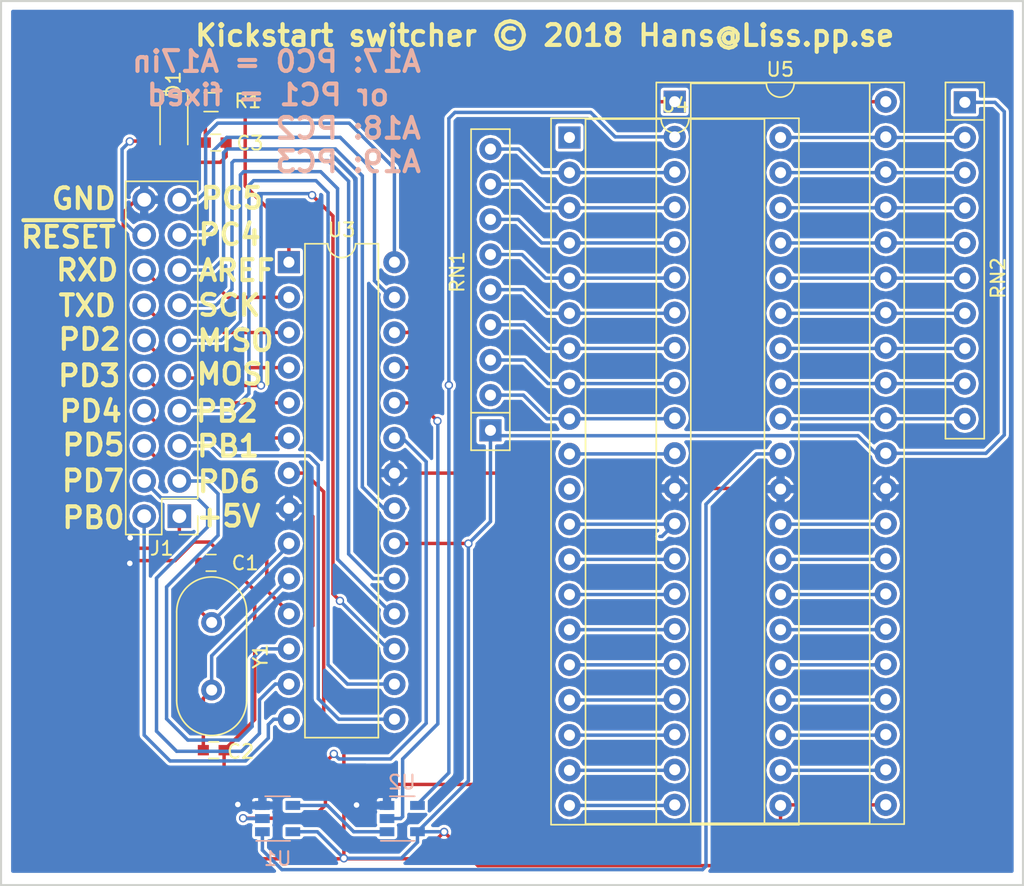
<source format=kicad_pcb>
(kicad_pcb (version 4) (host pcbnew 4.0.7)

  (general
    (links 105)
    (no_connects 0)
    (area 76.401859 93.021079 150.341401 157.041921)
    (thickness 1.6)
    (drawings 26)
    (tracks 444)
    (zones 0)
    (modules 14)
    (nets 67)
  )

  (page A4)
  (layers
    (0 F.Cu signal)
    (31 B.Cu signal)
    (32 B.Adhes user)
    (33 F.Adhes user)
    (34 B.Paste user)
    (35 F.Paste user)
    (36 B.SilkS user)
    (37 F.SilkS user)
    (38 B.Mask user)
    (39 F.Mask user)
    (40 Dwgs.User user)
    (41 Cmts.User user)
    (42 Eco1.User user)
    (43 Eco2.User user)
    (44 Edge.Cuts user)
    (45 Margin user)
    (46 B.CrtYd user)
    (47 F.CrtYd user)
    (48 B.Fab user)
    (49 F.Fab user)
  )

  (setup
    (last_trace_width 0.25)
    (trace_clearance 0.2)
    (zone_clearance 0.208)
    (zone_45_only no)
    (trace_min 0.2)
    (segment_width 0.2)
    (edge_width 0.15)
    (via_size 0.6)
    (via_drill 0.4)
    (via_min_size 0.4)
    (via_min_drill 0.3)
    (uvia_size 0.3)
    (uvia_drill 0.1)
    (uvias_allowed no)
    (uvia_min_size 0.2)
    (uvia_min_drill 0.1)
    (pcb_text_width 0.3)
    (pcb_text_size 1.5 1.5)
    (mod_edge_width 0.15)
    (mod_text_size 1 1)
    (mod_text_width 0.15)
    (pad_size 1.524 1.524)
    (pad_drill 0.762)
    (pad_to_mask_clearance 0.2)
    (aux_axis_origin 0 0)
    (visible_elements 7FFFFFFF)
    (pcbplotparams
      (layerselection 0x010f0_80000001)
      (usegerberextensions false)
      (excludeedgelayer true)
      (linewidth 0.100000)
      (plotframeref false)
      (viasonmask false)
      (mode 1)
      (useauxorigin false)
      (hpglpennumber 1)
      (hpglpenspeed 20)
      (hpglpendiameter 15)
      (hpglpenoverlay 2)
      (psnegative false)
      (psa4output false)
      (plotreference true)
      (plotvalue true)
      (plotinvisibletext false)
      (padsonsilk false)
      (subtractmaskfromsilk false)
      (outputformat 1)
      (mirror false)
      (drillshape 0)
      (scaleselection 1)
      (outputdirectory Gerber/))
  )

  (net 0 "")
  (net 1 /Gnd)
  (net 2 "Net-(C1-Pad1)")
  (net 3 "Net-(C2-Pad2)")
  (net 4 /MISO)
  (net 5 /SCK)
  (net 6 /A17in)
  (net 7 /A17_orig)
  (net 8 "Net-(U1-Pad4)")
  (net 9 /A17_set)
  (net 10 /A7)
  (net 11 /D4)
  (net 12 /A6)
  (net 13 /D12)
  (net 14 /A5)
  (net 15 /D5)
  (net 16 /A4)
  (net 17 /D13)
  (net 18 /A3)
  (net 19 /D6)
  (net 20 /A2)
  (net 21 /D14)
  (net 22 /A1)
  (net 23 /D7)
  (net 24 /A0)
  (net 25 /D15)
  (net 26 "Net-(U4-Pad10)")
  (net 27 "Net-(U4-Pad11)")
  (net 28 "Net-(U4-Pad12)")
  (net 29 /A16)
  (net 30 /D0)
  (net 31 /A15)
  (net 32 /D8)
  (net 33 /A14)
  (net 34 /D1)
  (net 35 /A13)
  (net 36 /D9)
  (net 37 /A12)
  (net 38 /D2)
  (net 39 /A11)
  (net 40 /D10)
  (net 41 /A10)
  (net 42 /D3)
  (net 43 /A9)
  (net 44 /D11)
  (net 45 /A8)
  (net 46 /RXD)
  (net 47 /TXD)
  (net 48 /MOSI)
  (net 49 /PB0)
  (net 50 /PB1)
  (net 51 /PB2)
  (net 52 /AREF)
  (net 53 /PC4)
  (net 54 /PC5)
  (net 55 /PD2)
  (net 56 /PD3)
  (net 57 /PD4)
  (net 58 /PD5)
  (net 59 /PD6)
  (net 60 /PD7)
  (net 61 "Net-(U2-Pad4)")
  (net 62 "Net-(U4-Pad1)")
  (net 63 /Vcc)
  (net 64 /~RESET)
  (net 65 /A18_set)
  (net 66 /A19_set)

  (net_class Default "This is the default net class."
    (clearance 0.2)
    (trace_width 0.25)
    (via_dia 0.6)
    (via_drill 0.4)
    (uvia_dia 0.3)
    (uvia_drill 0.1)
    (add_net /A0)
    (add_net /A1)
    (add_net /A10)
    (add_net /A11)
    (add_net /A12)
    (add_net /A13)
    (add_net /A14)
    (add_net /A15)
    (add_net /A16)
    (add_net /A17_orig)
    (add_net /A17_set)
    (add_net /A17in)
    (add_net /A18_set)
    (add_net /A19_set)
    (add_net /A2)
    (add_net /A3)
    (add_net /A4)
    (add_net /A5)
    (add_net /A6)
    (add_net /A7)
    (add_net /A8)
    (add_net /A9)
    (add_net /AREF)
    (add_net /D0)
    (add_net /D1)
    (add_net /D10)
    (add_net /D11)
    (add_net /D12)
    (add_net /D13)
    (add_net /D14)
    (add_net /D15)
    (add_net /D2)
    (add_net /D3)
    (add_net /D4)
    (add_net /D5)
    (add_net /D6)
    (add_net /D7)
    (add_net /D8)
    (add_net /D9)
    (add_net /Gnd)
    (add_net /MISO)
    (add_net /MOSI)
    (add_net /PB0)
    (add_net /PB1)
    (add_net /PB2)
    (add_net /PC4)
    (add_net /PC5)
    (add_net /PD2)
    (add_net /PD3)
    (add_net /PD4)
    (add_net /PD5)
    (add_net /PD6)
    (add_net /PD7)
    (add_net /RXD)
    (add_net /SCK)
    (add_net /TXD)
    (add_net /Vcc)
    (add_net /~RESET)
    (add_net "Net-(C1-Pad1)")
    (add_net "Net-(C2-Pad2)")
    (add_net "Net-(U1-Pad4)")
    (add_net "Net-(U2-Pad4)")
    (add_net "Net-(U4-Pad1)")
    (add_net "Net-(U4-Pad10)")
    (add_net "Net-(U4-Pad11)")
    (add_net "Net-(U4-Pad12)")
  )

  (net_class Wider ""
    (clearance 0.2)
    (trace_width 0.75)
    (via_dia 0.6)
    (via_drill 0.4)
    (uvia_dia 0.3)
    (uvia_drill 0.1)
  )

  (module Capacitors_SMD:C_0603 (layer F.Cu) (tedit 5B3DD3AB) (tstamp 5B0954A1)
    (at 91.6432 133.68528)
    (descr "Capacitor SMD 0603, reflow soldering, AVX (see smccp.pdf)")
    (tags "capacitor 0603")
    (path /5B092DCA)
    (attr smd)
    (fp_text reference C1 (at 2.45618 0.01524) (layer F.SilkS)
      (effects (font (size 1 1) (thickness 0.15)))
    )
    (fp_text value 22pf (at 0.1778 -1.34112) (layer F.Fab)
      (effects (font (size 1 1) (thickness 0.15)))
    )
    (fp_line (start 1.4 0.65) (end -1.4 0.65) (layer F.CrtYd) (width 0.05))
    (fp_line (start 1.4 0.65) (end 1.4 -0.65) (layer F.CrtYd) (width 0.05))
    (fp_line (start -1.4 -0.65) (end -1.4 0.65) (layer F.CrtYd) (width 0.05))
    (fp_line (start -1.4 -0.65) (end 1.4 -0.65) (layer F.CrtYd) (width 0.05))
    (fp_line (start 0.35 0.6) (end -0.35 0.6) (layer F.SilkS) (width 0.12))
    (fp_line (start -0.35 -0.6) (end 0.35 -0.6) (layer F.SilkS) (width 0.12))
    (fp_line (start -0.8 -0.4) (end 0.8 -0.4) (layer F.Fab) (width 0.1))
    (fp_line (start 0.8 -0.4) (end 0.8 0.4) (layer F.Fab) (width 0.1))
    (fp_line (start 0.8 0.4) (end -0.8 0.4) (layer F.Fab) (width 0.1))
    (fp_line (start -0.8 0.4) (end -0.8 -0.4) (layer F.Fab) (width 0.1))
    (fp_text user %R (at 0 0) (layer F.Fab)
      (effects (font (size 0.3 0.3) (thickness 0.075)))
    )
    (pad 2 smd rect (at 0.75 0) (size 0.8 0.75) (layers F.Cu F.Paste F.Mask)
      (net 1 /Gnd))
    (pad 1 smd rect (at -0.75 0) (size 0.8 0.75) (layers F.Cu F.Paste F.Mask)
      (net 2 "Net-(C1-Pad1)"))
    (model Capacitors_SMD.3dshapes/C_0603.wrl
      (at (xyz 0 0 0))
      (scale (xyz 1 1 1))
      (rotate (xyz 0 0 0))
    )
  )

  (module Capacitors_SMD:C_0603 (layer F.Cu) (tedit 5B3DD3C3) (tstamp 5B0954A7)
    (at 91.8337 147.2184 180)
    (descr "Capacitor SMD 0603, reflow soldering, AVX (see smccp.pdf)")
    (tags "capacitor 0603")
    (path /5B092E01)
    (attr smd)
    (fp_text reference C2 (at -1.94564 -0.09906 180) (layer F.SilkS)
      (effects (font (size 1 1) (thickness 0.15)))
    )
    (fp_text value 22pf (at 2.8702 0.02286 180) (layer F.Fab)
      (effects (font (size 1 1) (thickness 0.15)))
    )
    (fp_line (start 1.4 0.65) (end -1.4 0.65) (layer F.CrtYd) (width 0.05))
    (fp_line (start 1.4 0.65) (end 1.4 -0.65) (layer F.CrtYd) (width 0.05))
    (fp_line (start -1.4 -0.65) (end -1.4 0.65) (layer F.CrtYd) (width 0.05))
    (fp_line (start -1.4 -0.65) (end 1.4 -0.65) (layer F.CrtYd) (width 0.05))
    (fp_line (start 0.35 0.6) (end -0.35 0.6) (layer F.SilkS) (width 0.12))
    (fp_line (start -0.35 -0.6) (end 0.35 -0.6) (layer F.SilkS) (width 0.12))
    (fp_line (start -0.8 -0.4) (end 0.8 -0.4) (layer F.Fab) (width 0.1))
    (fp_line (start 0.8 -0.4) (end 0.8 0.4) (layer F.Fab) (width 0.1))
    (fp_line (start 0.8 0.4) (end -0.8 0.4) (layer F.Fab) (width 0.1))
    (fp_line (start -0.8 0.4) (end -0.8 -0.4) (layer F.Fab) (width 0.1))
    (fp_text user %R (at 0 0 180) (layer F.Fab)
      (effects (font (size 0.3 0.3) (thickness 0.075)))
    )
    (pad 2 smd rect (at 0.75 0 180) (size 0.8 0.75) (layers F.Cu F.Paste F.Mask)
      (net 3 "Net-(C2-Pad2)"))
    (pad 1 smd rect (at -0.75 0 180) (size 0.8 0.75) (layers F.Cu F.Paste F.Mask)
      (net 1 /Gnd))
    (model Capacitors_SMD.3dshapes/C_0603.wrl
      (at (xyz 0 0 0))
      (scale (xyz 1 1 1))
      (rotate (xyz 0 0 0))
    )
  )

  (module Capacitors_SMD:C_0603 (layer F.Cu) (tedit 5B3DD36E) (tstamp 5B0954AD)
    (at 91.97848 103.32212)
    (descr "Capacitor SMD 0603, reflow soldering, AVX (see smccp.pdf)")
    (tags "capacitor 0603")
    (path /5B094117)
    (attr smd)
    (fp_text reference C3 (at 2.47142 0.04318) (layer F.SilkS)
      (effects (font (size 1 1) (thickness 0.15)))
    )
    (fp_text value 100nF (at 0 1.5) (layer F.Fab)
      (effects (font (size 1 1) (thickness 0.15)))
    )
    (fp_line (start 1.4 0.65) (end -1.4 0.65) (layer F.CrtYd) (width 0.05))
    (fp_line (start 1.4 0.65) (end 1.4 -0.65) (layer F.CrtYd) (width 0.05))
    (fp_line (start -1.4 -0.65) (end -1.4 0.65) (layer F.CrtYd) (width 0.05))
    (fp_line (start -1.4 -0.65) (end 1.4 -0.65) (layer F.CrtYd) (width 0.05))
    (fp_line (start 0.35 0.6) (end -0.35 0.6) (layer F.SilkS) (width 0.12))
    (fp_line (start -0.35 -0.6) (end 0.35 -0.6) (layer F.SilkS) (width 0.12))
    (fp_line (start -0.8 -0.4) (end 0.8 -0.4) (layer F.Fab) (width 0.1))
    (fp_line (start 0.8 -0.4) (end 0.8 0.4) (layer F.Fab) (width 0.1))
    (fp_line (start 0.8 0.4) (end -0.8 0.4) (layer F.Fab) (width 0.1))
    (fp_line (start -0.8 0.4) (end -0.8 -0.4) (layer F.Fab) (width 0.1))
    (fp_text user %R (at 0 0) (layer F.Fab)
      (effects (font (size 0.3 0.3) (thickness 0.075)))
    )
    (pad 2 smd rect (at 0.75 0) (size 0.8 0.75) (layers F.Cu F.Paste F.Mask)
      (net 1 /Gnd))
    (pad 1 smd rect (at -0.75 0) (size 0.8 0.75) (layers F.Cu F.Paste F.Mask)
      (net 64 /~RESET))
    (model Capacitors_SMD.3dshapes/C_0603.wrl
      (at (xyz 0 0 0))
      (scale (xyz 1 1 1))
      (rotate (xyz 0 0 0))
    )
  )

  (module Diodes_SMD:D_SOD-123F (layer F.Cu) (tedit 5B3DD38E) (tstamp 5B0954B3)
    (at 88.96096 101.81336 270)
    (descr D_SOD-123F)
    (tags D_SOD-123F)
    (path /5B094007)
    (attr smd)
    (fp_text reference D1 (at -2.67716 0.03556 270) (layer F.SilkS)
      (effects (font (size 1 1) (thickness 0.15)))
    )
    (fp_text value 1n4148 (at 0 2.1 270) (layer F.Fab)
      (effects (font (size 1 1) (thickness 0.15)))
    )
    (fp_text user %R (at -2.66954 0.04318 270) (layer F.Fab)
      (effects (font (size 1 1) (thickness 0.15)))
    )
    (fp_line (start -2.2 -1) (end -2.2 1) (layer F.SilkS) (width 0.12))
    (fp_line (start 0.25 0) (end 0.75 0) (layer F.Fab) (width 0.1))
    (fp_line (start 0.25 0.4) (end -0.35 0) (layer F.Fab) (width 0.1))
    (fp_line (start 0.25 -0.4) (end 0.25 0.4) (layer F.Fab) (width 0.1))
    (fp_line (start -0.35 0) (end 0.25 -0.4) (layer F.Fab) (width 0.1))
    (fp_line (start -0.35 0) (end -0.35 0.55) (layer F.Fab) (width 0.1))
    (fp_line (start -0.35 0) (end -0.35 -0.55) (layer F.Fab) (width 0.1))
    (fp_line (start -0.75 0) (end -0.35 0) (layer F.Fab) (width 0.1))
    (fp_line (start -1.4 0.9) (end -1.4 -0.9) (layer F.Fab) (width 0.1))
    (fp_line (start 1.4 0.9) (end -1.4 0.9) (layer F.Fab) (width 0.1))
    (fp_line (start 1.4 -0.9) (end 1.4 0.9) (layer F.Fab) (width 0.1))
    (fp_line (start -1.4 -0.9) (end 1.4 -0.9) (layer F.Fab) (width 0.1))
    (fp_line (start -2.2 -1.15) (end 2.2 -1.15) (layer F.CrtYd) (width 0.05))
    (fp_line (start 2.2 -1.15) (end 2.2 1.15) (layer F.CrtYd) (width 0.05))
    (fp_line (start 2.2 1.15) (end -2.2 1.15) (layer F.CrtYd) (width 0.05))
    (fp_line (start -2.2 -1.15) (end -2.2 1.15) (layer F.CrtYd) (width 0.05))
    (fp_line (start -2.2 1) (end 1.65 1) (layer F.SilkS) (width 0.12))
    (fp_line (start -2.2 -1) (end 1.65 -1) (layer F.SilkS) (width 0.12))
    (pad 1 smd rect (at -1.4 0 270) (size 1.1 1.1) (layers F.Cu F.Paste F.Mask)
      (net 63 /Vcc))
    (pad 2 smd rect (at 1.4 0 270) (size 1.1 1.1) (layers F.Cu F.Paste F.Mask)
      (net 64 /~RESET))
    (model ${KISYS3DMOD}/Diodes_SMD.3dshapes/D_SOD-123F.wrl
      (at (xyz 0 0 0))
      (scale (xyz 1 1 1))
      (rotate (xyz 0 0 0))
    )
  )

  (module Resistors_SMD:R_0603 (layer F.Cu) (tedit 5B3DD366) (tstamp 5B0954C5)
    (at 91.63812 100.40112 180)
    (descr "Resistor SMD 0603, reflow soldering, Vishay (see dcrcw.pdf)")
    (tags "resistor 0603")
    (path /5B093167)
    (attr smd)
    (fp_text reference R1 (at -2.65938 0.08382 180) (layer F.SilkS)
      (effects (font (size 1 1) (thickness 0.15)))
    )
    (fp_text value 10k (at 0 1.5 180) (layer F.Fab)
      (effects (font (size 1 1) (thickness 0.15)))
    )
    (fp_text user %R (at 0 0 180) (layer F.Fab)
      (effects (font (size 0.4 0.4) (thickness 0.075)))
    )
    (fp_line (start -0.8 0.4) (end -0.8 -0.4) (layer F.Fab) (width 0.1))
    (fp_line (start 0.8 0.4) (end -0.8 0.4) (layer F.Fab) (width 0.1))
    (fp_line (start 0.8 -0.4) (end 0.8 0.4) (layer F.Fab) (width 0.1))
    (fp_line (start -0.8 -0.4) (end 0.8 -0.4) (layer F.Fab) (width 0.1))
    (fp_line (start 0.5 0.68) (end -0.5 0.68) (layer F.SilkS) (width 0.12))
    (fp_line (start -0.5 -0.68) (end 0.5 -0.68) (layer F.SilkS) (width 0.12))
    (fp_line (start -1.25 -0.7) (end 1.25 -0.7) (layer F.CrtYd) (width 0.05))
    (fp_line (start -1.25 -0.7) (end -1.25 0.7) (layer F.CrtYd) (width 0.05))
    (fp_line (start 1.25 0.7) (end 1.25 -0.7) (layer F.CrtYd) (width 0.05))
    (fp_line (start 1.25 0.7) (end -1.25 0.7) (layer F.CrtYd) (width 0.05))
    (pad 1 smd rect (at -0.75 0 180) (size 0.5 0.9) (layers F.Cu F.Paste F.Mask)
      (net 64 /~RESET))
    (pad 2 smd rect (at 0.75 0 180) (size 0.5 0.9) (layers F.Cu F.Paste F.Mask)
      (net 63 /Vcc))
    (model ${KISYS3DMOD}/Resistors_SMD.3dshapes/R_0603.wrl
      (at (xyz 0 0 0))
      (scale (xyz 1 1 1))
      (rotate (xyz 0 0 0))
    )
  )

  (module TO_SOT_Packages_SMD:SOT-23-5 (layer B.Cu) (tedit 5B3D42CA) (tstamp 5B0954D6)
    (at 96.44888 152.16124)
    (descr "5-pin SOT23 package")
    (tags SOT-23-5)
    (path /5B0A16D2)
    (attr smd)
    (fp_text reference U1 (at 0 2.9) (layer B.SilkS)
      (effects (font (size 1 1) (thickness 0.15)) (justify mirror))
    )
    (fp_text value SN74LVC1G08 (at -0.25146 -2.48666) (layer B.Fab)
      (effects (font (size 1 1) (thickness 0.15)) (justify mirror))
    )
    (fp_text user %R (at 0 0 270) (layer B.Fab)
      (effects (font (size 0.5 0.5) (thickness 0.075)) (justify mirror))
    )
    (fp_line (start -0.9 -1.61) (end 0.9 -1.61) (layer B.SilkS) (width 0.12))
    (fp_line (start 0.9 1.61) (end -1.55 1.61) (layer B.SilkS) (width 0.12))
    (fp_line (start -1.9 1.8) (end 1.9 1.8) (layer B.CrtYd) (width 0.05))
    (fp_line (start 1.9 1.8) (end 1.9 -1.8) (layer B.CrtYd) (width 0.05))
    (fp_line (start 1.9 -1.8) (end -1.9 -1.8) (layer B.CrtYd) (width 0.05))
    (fp_line (start -1.9 -1.8) (end -1.9 1.8) (layer B.CrtYd) (width 0.05))
    (fp_line (start -0.9 0.9) (end -0.25 1.55) (layer B.Fab) (width 0.1))
    (fp_line (start 0.9 1.55) (end -0.25 1.55) (layer B.Fab) (width 0.1))
    (fp_line (start -0.9 0.9) (end -0.9 -1.55) (layer B.Fab) (width 0.1))
    (fp_line (start 0.9 -1.55) (end -0.9 -1.55) (layer B.Fab) (width 0.1))
    (fp_line (start 0.9 1.55) (end 0.9 -1.55) (layer B.Fab) (width 0.1))
    (pad 1 smd rect (at -1.1 0.95) (size 1.06 0.65) (layers B.Cu B.Paste B.Mask)
      (net 6 /A17in))
    (pad 2 smd rect (at -1.1 0) (size 1.06 0.65) (layers B.Cu B.Paste B.Mask)
      (net 7 /A17_orig))
    (pad 3 smd rect (at -1.1 -0.95) (size 1.06 0.65) (layers B.Cu B.Paste B.Mask)
      (net 1 /Gnd))
    (pad 4 smd rect (at 1.1 -0.95) (size 1.06 0.65) (layers B.Cu B.Paste B.Mask)
      (net 8 "Net-(U1-Pad4)"))
    (pad 5 smd rect (at 1.1 0.95) (size 1.06 0.65) (layers B.Cu B.Paste B.Mask)
      (net 63 /Vcc))
    (model ${KISYS3DMOD}/TO_SOT_Packages_SMD.3dshapes/SOT-23-5.wrl
      (at (xyz 0 0 0))
      (scale (xyz 1 1 1))
      (rotate (xyz 0 0 0))
    )
  )

  (module TO_SOT_Packages_SMD:SOT-23-5 (layer B.Cu) (tedit 5B3D42C0) (tstamp 5B0954DF)
    (at 105.44556 152.16124)
    (descr "5-pin SOT23 package")
    (tags SOT-23-5)
    (path /5B0A2AA8)
    (attr smd)
    (fp_text reference U2 (at -0.02794 -2.62636) (layer B.SilkS)
      (effects (font (size 1 1) (thickness 0.15)) (justify mirror))
    )
    (fp_text value SN74LVC1G32 (at 0 2.76606) (layer B.Fab)
      (effects (font (size 1 1) (thickness 0.15)) (justify mirror))
    )
    (fp_text user %R (at 0 0 270) (layer B.Fab)
      (effects (font (size 0.5 0.5) (thickness 0.075)) (justify mirror))
    )
    (fp_line (start -0.9 -1.61) (end 0.9 -1.61) (layer B.SilkS) (width 0.12))
    (fp_line (start 0.9 1.61) (end -1.55 1.61) (layer B.SilkS) (width 0.12))
    (fp_line (start -1.9 1.8) (end 1.9 1.8) (layer B.CrtYd) (width 0.05))
    (fp_line (start 1.9 1.8) (end 1.9 -1.8) (layer B.CrtYd) (width 0.05))
    (fp_line (start 1.9 -1.8) (end -1.9 -1.8) (layer B.CrtYd) (width 0.05))
    (fp_line (start -1.9 -1.8) (end -1.9 1.8) (layer B.CrtYd) (width 0.05))
    (fp_line (start -0.9 0.9) (end -0.25 1.55) (layer B.Fab) (width 0.1))
    (fp_line (start 0.9 1.55) (end -0.25 1.55) (layer B.Fab) (width 0.1))
    (fp_line (start -0.9 0.9) (end -0.9 -1.55) (layer B.Fab) (width 0.1))
    (fp_line (start 0.9 -1.55) (end -0.9 -1.55) (layer B.Fab) (width 0.1))
    (fp_line (start 0.9 1.55) (end 0.9 -1.55) (layer B.Fab) (width 0.1))
    (pad 1 smd rect (at -1.1 0.95) (size 1.06 0.65) (layers B.Cu B.Paste B.Mask)
      (net 8 "Net-(U1-Pad4)"))
    (pad 2 smd rect (at -1.1 0) (size 1.06 0.65) (layers B.Cu B.Paste B.Mask)
      (net 9 /A17_set))
    (pad 3 smd rect (at -1.1 -0.95) (size 1.06 0.65) (layers B.Cu B.Paste B.Mask)
      (net 1 /Gnd))
    (pad 4 smd rect (at 1.1 -0.95) (size 1.06 0.65) (layers B.Cu B.Paste B.Mask)
      (net 61 "Net-(U2-Pad4)"))
    (pad 5 smd rect (at 1.1 0.95) (size 1.06 0.65) (layers B.Cu B.Paste B.Mask)
      (net 63 /Vcc))
    (model ${KISYS3DMOD}/TO_SOT_Packages_SMD.3dshapes/SOT-23-5.wrl
      (at (xyz 0 0 0))
      (scale (xyz 1 1 1))
      (rotate (xyz 0 0 0))
    )
  )

  (module Housings_DIP:DIP-28_W7.62mm (layer F.Cu) (tedit 59C78D6B) (tstamp 5B0954FF)
    (at 97.26168 111.9632)
    (descr "28-lead though-hole mounted DIP package, row spacing 7.62 mm (300 mils)")
    (tags "THT DIP DIL PDIP 2.54mm 7.62mm 300mil")
    (path /5B091313)
    (fp_text reference U3 (at 3.81 -2.33) (layer F.SilkS)
      (effects (font (size 1 1) (thickness 0.15)))
    )
    (fp_text value ATMEGA328P-PU (at 3.81 35.35) (layer F.Fab)
      (effects (font (size 1 1) (thickness 0.15)))
    )
    (fp_arc (start 3.81 -1.33) (end 2.81 -1.33) (angle -180) (layer F.SilkS) (width 0.12))
    (fp_line (start 1.635 -1.27) (end 6.985 -1.27) (layer F.Fab) (width 0.1))
    (fp_line (start 6.985 -1.27) (end 6.985 34.29) (layer F.Fab) (width 0.1))
    (fp_line (start 6.985 34.29) (end 0.635 34.29) (layer F.Fab) (width 0.1))
    (fp_line (start 0.635 34.29) (end 0.635 -0.27) (layer F.Fab) (width 0.1))
    (fp_line (start 0.635 -0.27) (end 1.635 -1.27) (layer F.Fab) (width 0.1))
    (fp_line (start 2.81 -1.33) (end 1.16 -1.33) (layer F.SilkS) (width 0.12))
    (fp_line (start 1.16 -1.33) (end 1.16 34.35) (layer F.SilkS) (width 0.12))
    (fp_line (start 1.16 34.35) (end 6.46 34.35) (layer F.SilkS) (width 0.12))
    (fp_line (start 6.46 34.35) (end 6.46 -1.33) (layer F.SilkS) (width 0.12))
    (fp_line (start 6.46 -1.33) (end 4.81 -1.33) (layer F.SilkS) (width 0.12))
    (fp_line (start -1.1 -1.55) (end -1.1 34.55) (layer F.CrtYd) (width 0.05))
    (fp_line (start -1.1 34.55) (end 8.7 34.55) (layer F.CrtYd) (width 0.05))
    (fp_line (start 8.7 34.55) (end 8.7 -1.55) (layer F.CrtYd) (width 0.05))
    (fp_line (start 8.7 -1.55) (end -1.1 -1.55) (layer F.CrtYd) (width 0.05))
    (fp_text user %R (at 3.81 16.51) (layer F.Fab)
      (effects (font (size 1 1) (thickness 0.15)))
    )
    (pad 1 thru_hole rect (at 0 0) (size 1.6 1.6) (drill 0.8) (layers *.Cu *.Mask)
      (net 64 /~RESET))
    (pad 15 thru_hole oval (at 7.62 33.02) (size 1.6 1.6) (drill 0.8) (layers *.Cu *.Mask)
      (net 50 /PB1))
    (pad 2 thru_hole oval (at 0 2.54) (size 1.6 1.6) (drill 0.8) (layers *.Cu *.Mask)
      (net 46 /RXD))
    (pad 16 thru_hole oval (at 7.62 30.48) (size 1.6 1.6) (drill 0.8) (layers *.Cu *.Mask)
      (net 51 /PB2))
    (pad 3 thru_hole oval (at 0 5.08) (size 1.6 1.6) (drill 0.8) (layers *.Cu *.Mask)
      (net 47 /TXD))
    (pad 17 thru_hole oval (at 7.62 27.94) (size 1.6 1.6) (drill 0.8) (layers *.Cu *.Mask)
      (net 48 /MOSI))
    (pad 4 thru_hole oval (at 0 7.62) (size 1.6 1.6) (drill 0.8) (layers *.Cu *.Mask)
      (net 55 /PD2))
    (pad 18 thru_hole oval (at 7.62 25.4) (size 1.6 1.6) (drill 0.8) (layers *.Cu *.Mask)
      (net 4 /MISO))
    (pad 5 thru_hole oval (at 0 10.16) (size 1.6 1.6) (drill 0.8) (layers *.Cu *.Mask)
      (net 56 /PD3))
    (pad 19 thru_hole oval (at 7.62 22.86) (size 1.6 1.6) (drill 0.8) (layers *.Cu *.Mask)
      (net 5 /SCK))
    (pad 6 thru_hole oval (at 0 12.7) (size 1.6 1.6) (drill 0.8) (layers *.Cu *.Mask)
      (net 57 /PD4))
    (pad 20 thru_hole oval (at 7.62 20.32) (size 1.6 1.6) (drill 0.8) (layers *.Cu *.Mask)
      (net 63 /Vcc))
    (pad 7 thru_hole oval (at 0 15.24) (size 1.6 1.6) (drill 0.8) (layers *.Cu *.Mask)
      (net 63 /Vcc))
    (pad 21 thru_hole oval (at 7.62 17.78) (size 1.6 1.6) (drill 0.8) (layers *.Cu *.Mask)
      (net 52 /AREF))
    (pad 8 thru_hole oval (at 0 17.78) (size 1.6 1.6) (drill 0.8) (layers *.Cu *.Mask)
      (net 1 /Gnd))
    (pad 22 thru_hole oval (at 7.62 15.24) (size 1.6 1.6) (drill 0.8) (layers *.Cu *.Mask)
      (net 1 /Gnd))
    (pad 9 thru_hole oval (at 0 20.32) (size 1.6 1.6) (drill 0.8) (layers *.Cu *.Mask)
      (net 2 "Net-(C1-Pad1)"))
    (pad 23 thru_hole oval (at 7.62 12.7) (size 1.6 1.6) (drill 0.8) (layers *.Cu *.Mask)
      (net 7 /A17_orig))
    (pad 10 thru_hole oval (at 0 22.86) (size 1.6 1.6) (drill 0.8) (layers *.Cu *.Mask)
      (net 3 "Net-(C2-Pad2)"))
    (pad 24 thru_hole oval (at 7.62 10.16) (size 1.6 1.6) (drill 0.8) (layers *.Cu *.Mask)
      (net 9 /A17_set))
    (pad 11 thru_hole oval (at 0 25.4) (size 1.6 1.6) (drill 0.8) (layers *.Cu *.Mask)
      (net 58 /PD5))
    (pad 25 thru_hole oval (at 7.62 7.62) (size 1.6 1.6) (drill 0.8) (layers *.Cu *.Mask)
      (net 65 /A18_set))
    (pad 12 thru_hole oval (at 0 27.94) (size 1.6 1.6) (drill 0.8) (layers *.Cu *.Mask)
      (net 59 /PD6))
    (pad 26 thru_hole oval (at 7.62 5.08) (size 1.6 1.6) (drill 0.8) (layers *.Cu *.Mask)
      (net 66 /A19_set))
    (pad 13 thru_hole oval (at 0 30.48) (size 1.6 1.6) (drill 0.8) (layers *.Cu *.Mask)
      (net 60 /PD7))
    (pad 27 thru_hole oval (at 7.62 2.54) (size 1.6 1.6) (drill 0.8) (layers *.Cu *.Mask)
      (net 53 /PC4))
    (pad 14 thru_hole oval (at 0 33.02) (size 1.6 1.6) (drill 0.8) (layers *.Cu *.Mask)
      (net 49 /PB0))
    (pad 28 thru_hole oval (at 7.62 0) (size 1.6 1.6) (drill 0.8) (layers *.Cu *.Mask)
      (net 54 /PC5))
    (model ${KISYS3DMOD}/Housings_DIP.3dshapes/DIP-28_W7.62mm.wrl
      (at (xyz 0 0 0))
      (scale (xyz 1 1 1))
      (rotate (xyz 0 0 0))
    )
  )

  (module Housings_DIP:DIP-40_W15.24mm_Socket (layer F.Cu) (tedit 5B3DD2BE) (tstamp 5B09552B)
    (at 117.52072 102.95428)
    (descr "40-lead though-hole mounted DIP package, row spacing 15.24 mm (600 mils), Socket")
    (tags "THT DIP DIL PDIP 2.54mm 15.24mm 600mil Socket")
    (path /5B09495B)
    (fp_text reference U4 (at 7.62 -2.33) (layer F.SilkS)
      (effects (font (size 1 1) (thickness 0.15)))
    )
    (fp_text value MC23C4100_socket (at 6.08584 50.6319) (layer F.Fab)
      (effects (font (size 1 1) (thickness 0.15)))
    )
    (fp_arc (start 7.62 -1.33) (end 6.62 -1.33) (angle -180) (layer F.SilkS) (width 0.12))
    (fp_line (start 1.255 -1.27) (end 14.985 -1.27) (layer F.Fab) (width 0.1))
    (fp_line (start 14.985 -1.27) (end 14.985 49.53) (layer F.Fab) (width 0.1))
    (fp_line (start 14.985 49.53) (end 0.255 49.53) (layer F.Fab) (width 0.1))
    (fp_line (start 0.255 49.53) (end 0.255 -0.27) (layer F.Fab) (width 0.1))
    (fp_line (start 0.255 -0.27) (end 1.255 -1.27) (layer F.Fab) (width 0.1))
    (fp_line (start -1.27 -1.33) (end -1.27 49.59) (layer F.Fab) (width 0.1))
    (fp_line (start -1.27 49.59) (end 16.51 49.59) (layer F.Fab) (width 0.1))
    (fp_line (start 16.51 49.59) (end 16.51 -1.33) (layer F.Fab) (width 0.1))
    (fp_line (start 16.51 -1.33) (end -1.27 -1.33) (layer F.Fab) (width 0.1))
    (fp_line (start 6.62 -1.33) (end 1.16 -1.33) (layer F.SilkS) (width 0.12))
    (fp_line (start 1.16 -1.33) (end 1.16 49.59) (layer F.SilkS) (width 0.12))
    (fp_line (start 1.16 49.59) (end 14.08 49.59) (layer F.SilkS) (width 0.12))
    (fp_line (start 14.08 49.59) (end 14.08 -1.33) (layer F.SilkS) (width 0.12))
    (fp_line (start 14.08 -1.33) (end 8.62 -1.33) (layer F.SilkS) (width 0.12))
    (fp_line (start -1.33 -1.39) (end -1.33 49.65) (layer F.SilkS) (width 0.12))
    (fp_line (start -1.33 49.65) (end 16.57 49.65) (layer F.SilkS) (width 0.12))
    (fp_line (start 16.57 49.65) (end 16.57 -1.39) (layer F.SilkS) (width 0.12))
    (fp_line (start 16.57 -1.39) (end -1.33 -1.39) (layer F.SilkS) (width 0.12))
    (fp_line (start -1.55 -1.6) (end -1.55 49.85) (layer F.CrtYd) (width 0.05))
    (fp_line (start -1.55 49.85) (end 16.8 49.85) (layer F.CrtYd) (width 0.05))
    (fp_line (start 16.8 49.85) (end 16.8 -1.6) (layer F.CrtYd) (width 0.05))
    (fp_line (start 16.8 -1.6) (end -1.55 -1.6) (layer F.CrtYd) (width 0.05))
    (fp_text user %R (at 7.62 24.13) (layer F.Fab)
      (effects (font (size 1 1) (thickness 0.15)))
    )
    (pad 1 thru_hole rect (at 0 0) (size 1.6 1.6) (drill 0.8) (layers *.Cu *.Mask)
      (net 62 "Net-(U4-Pad1)"))
    (pad 21 thru_hole oval (at 15.24 48.26) (size 1.6 1.6) (drill 0.8) (layers *.Cu *.Mask)
      (net 63 /Vcc))
    (pad 2 thru_hole oval (at 0 2.54) (size 1.6 1.6) (drill 0.8) (layers *.Cu *.Mask)
      (net 10 /A7))
    (pad 22 thru_hole oval (at 15.24 45.72) (size 1.6 1.6) (drill 0.8) (layers *.Cu *.Mask)
      (net 11 /D4))
    (pad 3 thru_hole oval (at 0 5.08) (size 1.6 1.6) (drill 0.8) (layers *.Cu *.Mask)
      (net 12 /A6))
    (pad 23 thru_hole oval (at 15.24 43.18) (size 1.6 1.6) (drill 0.8) (layers *.Cu *.Mask)
      (net 13 /D12))
    (pad 4 thru_hole oval (at 0 7.62) (size 1.6 1.6) (drill 0.8) (layers *.Cu *.Mask)
      (net 14 /A5))
    (pad 24 thru_hole oval (at 15.24 40.64) (size 1.6 1.6) (drill 0.8) (layers *.Cu *.Mask)
      (net 15 /D5))
    (pad 5 thru_hole oval (at 0 10.16) (size 1.6 1.6) (drill 0.8) (layers *.Cu *.Mask)
      (net 16 /A4))
    (pad 25 thru_hole oval (at 15.24 38.1) (size 1.6 1.6) (drill 0.8) (layers *.Cu *.Mask)
      (net 17 /D13))
    (pad 6 thru_hole oval (at 0 12.7) (size 1.6 1.6) (drill 0.8) (layers *.Cu *.Mask)
      (net 18 /A3))
    (pad 26 thru_hole oval (at 15.24 35.56) (size 1.6 1.6) (drill 0.8) (layers *.Cu *.Mask)
      (net 19 /D6))
    (pad 7 thru_hole oval (at 0 15.24) (size 1.6 1.6) (drill 0.8) (layers *.Cu *.Mask)
      (net 20 /A2))
    (pad 27 thru_hole oval (at 15.24 33.02) (size 1.6 1.6) (drill 0.8) (layers *.Cu *.Mask)
      (net 21 /D14))
    (pad 8 thru_hole oval (at 0 17.78) (size 1.6 1.6) (drill 0.8) (layers *.Cu *.Mask)
      (net 22 /A1))
    (pad 28 thru_hole oval (at 15.24 30.48) (size 1.6 1.6) (drill 0.8) (layers *.Cu *.Mask)
      (net 23 /D7))
    (pad 9 thru_hole oval (at 0 20.32) (size 1.6 1.6) (drill 0.8) (layers *.Cu *.Mask)
      (net 24 /A0))
    (pad 29 thru_hole oval (at 15.24 27.94) (size 1.6 1.6) (drill 0.8) (layers *.Cu *.Mask)
      (net 25 /D15))
    (pad 10 thru_hole oval (at 0 22.86) (size 1.6 1.6) (drill 0.8) (layers *.Cu *.Mask)
      (net 26 "Net-(U4-Pad10)"))
    (pad 30 thru_hole oval (at 15.24 25.4) (size 1.6 1.6) (drill 0.8) (layers *.Cu *.Mask)
      (net 1 /Gnd))
    (pad 11 thru_hole oval (at 0 25.4) (size 1.6 1.6) (drill 0.8) (layers *.Cu *.Mask)
      (net 27 "Net-(U4-Pad11)"))
    (pad 31 thru_hole oval (at 15.24 22.86) (size 1.6 1.6) (drill 0.8) (layers *.Cu *.Mask)
      (net 6 /A17in))
    (pad 12 thru_hole oval (at 0 27.94) (size 1.6 1.6) (drill 0.8) (layers *.Cu *.Mask)
      (net 28 "Net-(U4-Pad12)"))
    (pad 32 thru_hole oval (at 15.24 20.32) (size 1.6 1.6) (drill 0.8) (layers *.Cu *.Mask)
      (net 29 /A16))
    (pad 13 thru_hole oval (at 0 30.48) (size 1.6 1.6) (drill 0.8) (layers *.Cu *.Mask)
      (net 30 /D0))
    (pad 33 thru_hole oval (at 15.24 17.78) (size 1.6 1.6) (drill 0.8) (layers *.Cu *.Mask)
      (net 31 /A15))
    (pad 14 thru_hole oval (at 0 33.02) (size 1.6 1.6) (drill 0.8) (layers *.Cu *.Mask)
      (net 32 /D8))
    (pad 34 thru_hole oval (at 15.24 15.24) (size 1.6 1.6) (drill 0.8) (layers *.Cu *.Mask)
      (net 33 /A14))
    (pad 15 thru_hole oval (at 0 35.56) (size 1.6 1.6) (drill 0.8) (layers *.Cu *.Mask)
      (net 34 /D1))
    (pad 35 thru_hole oval (at 15.24 12.7) (size 1.6 1.6) (drill 0.8) (layers *.Cu *.Mask)
      (net 35 /A13))
    (pad 16 thru_hole oval (at 0 38.1) (size 1.6 1.6) (drill 0.8) (layers *.Cu *.Mask)
      (net 36 /D9))
    (pad 36 thru_hole oval (at 15.24 10.16) (size 1.6 1.6) (drill 0.8) (layers *.Cu *.Mask)
      (net 37 /A12))
    (pad 17 thru_hole oval (at 0 40.64) (size 1.6 1.6) (drill 0.8) (layers *.Cu *.Mask)
      (net 38 /D2))
    (pad 37 thru_hole oval (at 15.24 7.62) (size 1.6 1.6) (drill 0.8) (layers *.Cu *.Mask)
      (net 39 /A11))
    (pad 18 thru_hole oval (at 0 43.18) (size 1.6 1.6) (drill 0.8) (layers *.Cu *.Mask)
      (net 40 /D10))
    (pad 38 thru_hole oval (at 15.24 5.08) (size 1.6 1.6) (drill 0.8) (layers *.Cu *.Mask)
      (net 41 /A10))
    (pad 19 thru_hole oval (at 0 45.72) (size 1.6 1.6) (drill 0.8) (layers *.Cu *.Mask)
      (net 42 /D3))
    (pad 39 thru_hole oval (at 15.24 2.54) (size 1.6 1.6) (drill 0.8) (layers *.Cu *.Mask)
      (net 43 /A9))
    (pad 20 thru_hole oval (at 0 48.26) (size 1.6 1.6) (drill 0.8) (layers *.Cu *.Mask)
      (net 44 /D11))
    (pad 40 thru_hole oval (at 15.24 0) (size 1.6 1.6) (drill 0.8) (layers *.Cu *.Mask)
      (net 45 /A8))
    (model ${KISYS3DMOD}/Housings_DIP.3dshapes/DIP-40_W15.24mm_Socket.wrl
      (at (xyz 0 0 0))
      (scale (xyz 1 1 1))
      (rotate (xyz 0 0 0))
    )
  )

  (module Housings_DIP:DIP-42_W15.24mm_Socket (layer F.Cu) (tedit 5B3DD2C6) (tstamp 5B095559)
    (at 125.1204 100.37064)
    (descr "42-lead though-hole mounted DIP package, row spacing 15.24 mm (600 mils), Socket")
    (tags "THT DIP DIL PDIP 2.54mm 15.24mm 600mil Socket")
    (path /5B095B63)
    (fp_text reference U5 (at 7.62 -2.33) (layer F.SilkS)
      (effects (font (size 1 1) (thickness 0.15)))
    )
    (fp_text value M27C160 (at 7.42696 53.3273) (layer F.Fab)
      (effects (font (size 1 1) (thickness 0.15)))
    )
    (fp_arc (start 7.62 -1.33) (end 6.62 -1.33) (angle -180) (layer F.SilkS) (width 0.12))
    (fp_line (start 1.255 -1.27) (end 14.985 -1.27) (layer F.Fab) (width 0.1))
    (fp_line (start 14.985 -1.27) (end 14.985 52.07) (layer F.Fab) (width 0.1))
    (fp_line (start 14.985 52.07) (end 0.255 52.07) (layer F.Fab) (width 0.1))
    (fp_line (start 0.255 52.07) (end 0.255 -0.27) (layer F.Fab) (width 0.1))
    (fp_line (start 0.255 -0.27) (end 1.255 -1.27) (layer F.Fab) (width 0.1))
    (fp_line (start -1.27 -1.33) (end -1.27 52.13) (layer F.Fab) (width 0.1))
    (fp_line (start -1.27 52.13) (end 16.51 52.13) (layer F.Fab) (width 0.1))
    (fp_line (start 16.51 52.13) (end 16.51 -1.33) (layer F.Fab) (width 0.1))
    (fp_line (start 16.51 -1.33) (end -1.27 -1.33) (layer F.Fab) (width 0.1))
    (fp_line (start 6.62 -1.33) (end 1.16 -1.33) (layer F.SilkS) (width 0.12))
    (fp_line (start 1.16 -1.33) (end 1.16 52.13) (layer F.SilkS) (width 0.12))
    (fp_line (start 1.16 52.13) (end 14.08 52.13) (layer F.SilkS) (width 0.12))
    (fp_line (start 14.08 52.13) (end 14.08 -1.33) (layer F.SilkS) (width 0.12))
    (fp_line (start 14.08 -1.33) (end 8.62 -1.33) (layer F.SilkS) (width 0.12))
    (fp_line (start -1.33 -1.39) (end -1.33 52.19) (layer F.SilkS) (width 0.12))
    (fp_line (start -1.33 52.19) (end 16.57 52.19) (layer F.SilkS) (width 0.12))
    (fp_line (start 16.57 52.19) (end 16.57 -1.39) (layer F.SilkS) (width 0.12))
    (fp_line (start 16.57 -1.39) (end -1.33 -1.39) (layer F.SilkS) (width 0.12))
    (fp_line (start -1.55 -1.6) (end -1.55 52.4) (layer F.CrtYd) (width 0.05))
    (fp_line (start -1.55 52.4) (end 16.8 52.4) (layer F.CrtYd) (width 0.05))
    (fp_line (start 16.8 52.4) (end 16.8 -1.6) (layer F.CrtYd) (width 0.05))
    (fp_line (start 16.8 -1.6) (end -1.55 -1.6) (layer F.CrtYd) (width 0.05))
    (fp_text user %R (at 7.62 25.4) (layer F.Fab)
      (effects (font (size 1 1) (thickness 0.15)))
    )
    (pad 1 thru_hole rect (at 0 0) (size 1.6 1.6) (drill 0.8) (layers *.Cu *.Mask)
      (net 65 /A18_set))
    (pad 22 thru_hole oval (at 15.24 50.8) (size 1.6 1.6) (drill 0.8) (layers *.Cu *.Mask)
      (net 63 /Vcc))
    (pad 2 thru_hole oval (at 0 2.54) (size 1.6 1.6) (drill 0.8) (layers *.Cu *.Mask)
      (net 61 "Net-(U2-Pad4)"))
    (pad 23 thru_hole oval (at 15.24 48.26) (size 1.6 1.6) (drill 0.8) (layers *.Cu *.Mask)
      (net 11 /D4))
    (pad 3 thru_hole oval (at 0 5.08) (size 1.6 1.6) (drill 0.8) (layers *.Cu *.Mask)
      (net 10 /A7))
    (pad 24 thru_hole oval (at 15.24 45.72) (size 1.6 1.6) (drill 0.8) (layers *.Cu *.Mask)
      (net 13 /D12))
    (pad 4 thru_hole oval (at 0 7.62) (size 1.6 1.6) (drill 0.8) (layers *.Cu *.Mask)
      (net 12 /A6))
    (pad 25 thru_hole oval (at 15.24 43.18) (size 1.6 1.6) (drill 0.8) (layers *.Cu *.Mask)
      (net 15 /D5))
    (pad 5 thru_hole oval (at 0 10.16) (size 1.6 1.6) (drill 0.8) (layers *.Cu *.Mask)
      (net 14 /A5))
    (pad 26 thru_hole oval (at 15.24 40.64) (size 1.6 1.6) (drill 0.8) (layers *.Cu *.Mask)
      (net 17 /D13))
    (pad 6 thru_hole oval (at 0 12.7) (size 1.6 1.6) (drill 0.8) (layers *.Cu *.Mask)
      (net 16 /A4))
    (pad 27 thru_hole oval (at 15.24 38.1) (size 1.6 1.6) (drill 0.8) (layers *.Cu *.Mask)
      (net 19 /D6))
    (pad 7 thru_hole oval (at 0 15.24) (size 1.6 1.6) (drill 0.8) (layers *.Cu *.Mask)
      (net 18 /A3))
    (pad 28 thru_hole oval (at 15.24 35.56) (size 1.6 1.6) (drill 0.8) (layers *.Cu *.Mask)
      (net 21 /D14))
    (pad 8 thru_hole oval (at 0 17.78) (size 1.6 1.6) (drill 0.8) (layers *.Cu *.Mask)
      (net 20 /A2))
    (pad 29 thru_hole oval (at 15.24 33.02) (size 1.6 1.6) (drill 0.8) (layers *.Cu *.Mask)
      (net 23 /D7))
    (pad 9 thru_hole oval (at 0 20.32) (size 1.6 1.6) (drill 0.8) (layers *.Cu *.Mask)
      (net 22 /A1))
    (pad 30 thru_hole oval (at 15.24 30.48) (size 1.6 1.6) (drill 0.8) (layers *.Cu *.Mask)
      (net 25 /D15))
    (pad 10 thru_hole oval (at 0 22.86) (size 1.6 1.6) (drill 0.8) (layers *.Cu *.Mask)
      (net 24 /A0))
    (pad 31 thru_hole oval (at 15.24 27.94) (size 1.6 1.6) (drill 0.8) (layers *.Cu *.Mask)
      (net 1 /Gnd))
    (pad 11 thru_hole oval (at 0 25.4) (size 1.6 1.6) (drill 0.8) (layers *.Cu *.Mask)
      (net 26 "Net-(U4-Pad10)"))
    (pad 32 thru_hole oval (at 15.24 25.4) (size 1.6 1.6) (drill 0.8) (layers *.Cu *.Mask)
      (net 63 /Vcc))
    (pad 12 thru_hole oval (at 0 27.94) (size 1.6 1.6) (drill 0.8) (layers *.Cu *.Mask)
      (net 1 /Gnd))
    (pad 33 thru_hole oval (at 15.24 22.86) (size 1.6 1.6) (drill 0.8) (layers *.Cu *.Mask)
      (net 29 /A16))
    (pad 13 thru_hole oval (at 0 30.48) (size 1.6 1.6) (drill 0.8) (layers *.Cu *.Mask)
      (net 28 "Net-(U4-Pad12)"))
    (pad 34 thru_hole oval (at 15.24 20.32) (size 1.6 1.6) (drill 0.8) (layers *.Cu *.Mask)
      (net 31 /A15))
    (pad 14 thru_hole oval (at 0 33.02) (size 1.6 1.6) (drill 0.8) (layers *.Cu *.Mask)
      (net 30 /D0))
    (pad 35 thru_hole oval (at 15.24 17.78) (size 1.6 1.6) (drill 0.8) (layers *.Cu *.Mask)
      (net 33 /A14))
    (pad 15 thru_hole oval (at 0 35.56) (size 1.6 1.6) (drill 0.8) (layers *.Cu *.Mask)
      (net 32 /D8))
    (pad 36 thru_hole oval (at 15.24 15.24) (size 1.6 1.6) (drill 0.8) (layers *.Cu *.Mask)
      (net 35 /A13))
    (pad 16 thru_hole oval (at 0 38.1) (size 1.6 1.6) (drill 0.8) (layers *.Cu *.Mask)
      (net 34 /D1))
    (pad 37 thru_hole oval (at 15.24 12.7) (size 1.6 1.6) (drill 0.8) (layers *.Cu *.Mask)
      (net 37 /A12))
    (pad 17 thru_hole oval (at 0 40.64) (size 1.6 1.6) (drill 0.8) (layers *.Cu *.Mask)
      (net 36 /D9))
    (pad 38 thru_hole oval (at 15.24 10.16) (size 1.6 1.6) (drill 0.8) (layers *.Cu *.Mask)
      (net 39 /A11))
    (pad 18 thru_hole oval (at 0 43.18) (size 1.6 1.6) (drill 0.8) (layers *.Cu *.Mask)
      (net 38 /D2))
    (pad 39 thru_hole oval (at 15.24 7.62) (size 1.6 1.6) (drill 0.8) (layers *.Cu *.Mask)
      (net 41 /A10))
    (pad 19 thru_hole oval (at 0 45.72) (size 1.6 1.6) (drill 0.8) (layers *.Cu *.Mask)
      (net 40 /D10))
    (pad 40 thru_hole oval (at 15.24 5.08) (size 1.6 1.6) (drill 0.8) (layers *.Cu *.Mask)
      (net 43 /A9))
    (pad 20 thru_hole oval (at 0 48.26) (size 1.6 1.6) (drill 0.8) (layers *.Cu *.Mask)
      (net 42 /D3))
    (pad 41 thru_hole oval (at 15.24 2.54) (size 1.6 1.6) (drill 0.8) (layers *.Cu *.Mask)
      (net 45 /A8))
    (pad 21 thru_hole oval (at 0 50.8) (size 1.6 1.6) (drill 0.8) (layers *.Cu *.Mask)
      (net 44 /D11))
    (pad 42 thru_hole oval (at 15.24 0) (size 1.6 1.6) (drill 0.8) (layers *.Cu *.Mask)
      (net 66 /A19_set))
    (model ${KISYS3DMOD}/Housings_DIP.3dshapes/DIP-42_W15.24mm_Socket.wrl
      (at (xyz 0 0 0))
      (scale (xyz 1 1 1))
      (rotate (xyz 0 0 0))
    )
  )

  (module Crystals:Crystal_HC49-4H_Vertical (layer F.Cu) (tedit 58CD2E9C) (tstamp 5B09555F)
    (at 91.68384 137.99312 270)
    (descr "Crystal THT HC-49-4H http://5hertz.com/pdfs/04404_D.pdf")
    (tags "THT crystalHC-49-4H")
    (path /5B092CDE)
    (fp_text reference Y1 (at 2.44 -3.525 270) (layer F.SilkS)
      (effects (font (size 1 1) (thickness 0.15)))
    )
    (fp_text value 16MHz (at 2.44 3.525 270) (layer F.Fab)
      (effects (font (size 1 1) (thickness 0.15)))
    )
    (fp_text user %R (at 2.44 0 270) (layer F.Fab)
      (effects (font (size 1 1) (thickness 0.15)))
    )
    (fp_line (start -0.76 -2.325) (end 5.64 -2.325) (layer F.Fab) (width 0.1))
    (fp_line (start -0.76 2.325) (end 5.64 2.325) (layer F.Fab) (width 0.1))
    (fp_line (start -0.56 -2) (end 5.44 -2) (layer F.Fab) (width 0.1))
    (fp_line (start -0.56 2) (end 5.44 2) (layer F.Fab) (width 0.1))
    (fp_line (start -0.76 -2.525) (end 5.64 -2.525) (layer F.SilkS) (width 0.12))
    (fp_line (start -0.76 2.525) (end 5.64 2.525) (layer F.SilkS) (width 0.12))
    (fp_line (start -3.6 -2.8) (end -3.6 2.8) (layer F.CrtYd) (width 0.05))
    (fp_line (start -3.6 2.8) (end 8.5 2.8) (layer F.CrtYd) (width 0.05))
    (fp_line (start 8.5 2.8) (end 8.5 -2.8) (layer F.CrtYd) (width 0.05))
    (fp_line (start 8.5 -2.8) (end -3.6 -2.8) (layer F.CrtYd) (width 0.05))
    (fp_arc (start -0.76 0) (end -0.76 -2.325) (angle -180) (layer F.Fab) (width 0.1))
    (fp_arc (start 5.64 0) (end 5.64 -2.325) (angle 180) (layer F.Fab) (width 0.1))
    (fp_arc (start -0.56 0) (end -0.56 -2) (angle -180) (layer F.Fab) (width 0.1))
    (fp_arc (start 5.44 0) (end 5.44 -2) (angle 180) (layer F.Fab) (width 0.1))
    (fp_arc (start -0.76 0) (end -0.76 -2.525) (angle -180) (layer F.SilkS) (width 0.12))
    (fp_arc (start 5.64 0) (end 5.64 -2.525) (angle 180) (layer F.SilkS) (width 0.12))
    (pad 1 thru_hole circle (at 0 0 270) (size 1.5 1.5) (drill 0.8) (layers *.Cu *.Mask)
      (net 2 "Net-(C1-Pad1)"))
    (pad 2 thru_hole circle (at 4.88 0 270) (size 1.5 1.5) (drill 0.8) (layers *.Cu *.Mask)
      (net 3 "Net-(C2-Pad2)"))
    (model ${KISYS3DMOD}/Crystals.3dshapes/Crystal_HC49-4H_Vertical.wrl
      (at (xyz 0 0 0))
      (scale (xyz 0.393701 0.393701 0.393701))
      (rotate (xyz 0 0 0))
    )
  )

  (module Pin_Headers:Pin_Header_Straight_2x10_Pitch2.54mm (layer F.Cu) (tedit 5B3DE4A1) (tstamp 5B2D8AB0)
    (at 89.35212 130.31216 180)
    (descr "Through hole straight pin header, 2x10, 2.54mm pitch, double rows")
    (tags "Through hole pin header THT 2x10 2.54mm double row")
    (path /5B2D8C5D)
    (fp_text reference J1 (at 1.27 -2.33 180) (layer F.SilkS)
      (effects (font (size 1 1) (thickness 0.15)))
    )
    (fp_text value J1 (at 1.27 25.19 180) (layer F.Fab)
      (effects (font (size 1 1) (thickness 0.15)))
    )
    (fp_line (start 0 -1.27) (end 3.81 -1.27) (layer F.Fab) (width 0.1))
    (fp_line (start 3.81 -1.27) (end 3.81 24.13) (layer F.Fab) (width 0.1))
    (fp_line (start 3.81 24.13) (end -1.27 24.13) (layer F.Fab) (width 0.1))
    (fp_line (start -1.27 24.13) (end -1.27 0) (layer F.Fab) (width 0.1))
    (fp_line (start -1.27 0) (end 0 -1.27) (layer F.Fab) (width 0.1))
    (fp_line (start -1.33 24.19) (end 3.87 24.19) (layer F.SilkS) (width 0.12))
    (fp_line (start -1.33 1.27) (end -1.33 24.19) (layer F.SilkS) (width 0.12))
    (fp_line (start 3.87 -1.33) (end 3.87 24.19) (layer F.SilkS) (width 0.12))
    (fp_line (start -1.33 1.27) (end 1.27 1.27) (layer F.SilkS) (width 0.12))
    (fp_line (start 1.27 1.27) (end 1.27 -1.33) (layer F.SilkS) (width 0.12))
    (fp_line (start 1.27 -1.33) (end 3.87 -1.33) (layer F.SilkS) (width 0.12))
    (fp_line (start -1.33 0) (end -1.33 -1.33) (layer F.SilkS) (width 0.12))
    (fp_line (start -1.33 -1.33) (end 0 -1.33) (layer F.SilkS) (width 0.12))
    (fp_line (start -1.8 -1.8) (end -1.8 24.65) (layer F.CrtYd) (width 0.05))
    (fp_line (start -1.8 24.65) (end 4.35 24.65) (layer F.CrtYd) (width 0.05))
    (fp_line (start 4.35 24.65) (end 4.35 -1.8) (layer F.CrtYd) (width 0.05))
    (fp_line (start 4.35 -1.8) (end -1.8 -1.8) (layer F.CrtYd) (width 0.05))
    (fp_text user %R (at 1.27 11.43 270) (layer F.Fab)
      (effects (font (size 1 1) (thickness 0.15)))
    )
    (pad 1 thru_hole rect (at 0 0 180) (size 1.7 1.7) (drill 1) (layers *.Cu *.Mask)
      (net 63 /Vcc))
    (pad 2 thru_hole oval (at 2.54 0 180) (size 1.7 1.7) (drill 1) (layers *.Cu *.Mask)
      (net 49 /PB0))
    (pad 3 thru_hole oval (at 0 2.54 180) (size 1.7 1.7) (drill 1) (layers *.Cu *.Mask)
      (net 59 /PD6))
    (pad 4 thru_hole oval (at 2.54 2.54 180) (size 1.7 1.7) (drill 1) (layers *.Cu *.Mask)
      (net 60 /PD7))
    (pad 5 thru_hole oval (at 0 5.08 180) (size 1.7 1.7) (drill 1) (layers *.Cu *.Mask)
      (net 50 /PB1))
    (pad 6 thru_hole oval (at 2.54 5.08 180) (size 1.7 1.7) (drill 1) (layers *.Cu *.Mask)
      (net 58 /PD5))
    (pad 7 thru_hole oval (at 0 7.62 180) (size 1.7 1.7) (drill 1) (layers *.Cu *.Mask)
      (net 51 /PB2))
    (pad 8 thru_hole oval (at 2.54 7.62 180) (size 1.7 1.7) (drill 1) (layers *.Cu *.Mask)
      (net 57 /PD4))
    (pad 9 thru_hole oval (at 0 10.16 180) (size 1.7 1.7) (drill 1) (layers *.Cu *.Mask)
      (net 48 /MOSI))
    (pad 10 thru_hole oval (at 2.54 10.16 180) (size 1.7 1.7) (drill 1) (layers *.Cu *.Mask)
      (net 56 /PD3))
    (pad 11 thru_hole oval (at 0 12.7 180) (size 1.7 1.7) (drill 1) (layers *.Cu *.Mask)
      (net 4 /MISO))
    (pad 12 thru_hole oval (at 2.54 12.7 180) (size 1.7 1.7) (drill 1) (layers *.Cu *.Mask)
      (net 55 /PD2))
    (pad 13 thru_hole oval (at 0 15.24 180) (size 1.7 1.7) (drill 1) (layers *.Cu *.Mask)
      (net 5 /SCK))
    (pad 14 thru_hole oval (at 2.54 15.24 180) (size 1.7 1.7) (drill 1) (layers *.Cu *.Mask)
      (net 47 /TXD))
    (pad 15 thru_hole oval (at 0 17.78 180) (size 1.7 1.7) (drill 1) (layers *.Cu *.Mask)
      (net 52 /AREF))
    (pad 16 thru_hole oval (at 2.54 17.78 180) (size 1.7 1.7) (drill 1) (layers *.Cu *.Mask)
      (net 46 /RXD))
    (pad 17 thru_hole oval (at 0 20.32 180) (size 1.7 1.7) (drill 1) (layers *.Cu *.Mask)
      (net 53 /PC4))
    (pad 18 thru_hole oval (at 2.54 20.32 180) (size 1.7 1.7) (drill 1) (layers *.Cu *.Mask)
      (net 64 /~RESET))
    (pad 19 thru_hole oval (at 0 22.86 180) (size 1.7 1.7) (drill 1) (layers *.Cu *.Mask)
      (net 54 /PC5))
    (pad 20 thru_hole oval (at 2.54 22.86 180) (size 1.7 1.7) (drill 1) (layers *.Cu *.Mask)
      (net 1 /Gnd))
    (model ${KISYS3DMOD}/Pin_Headers.3dshapes/Pin_Header_Straight_2x10_Pitch2.54mm.wrl
      (at (xyz 0 0 0))
      (scale (xyz 1 1 1))
      (rotate (xyz 0 0 0))
    )
  )

  (module Resistors_THT:R_Array_SIP9 (layer F.Cu) (tedit 57FA3974) (tstamp 5B3DD03F)
    (at 111.81588 124.10948 90)
    (descr "9-pin Resistor SIP pack")
    (tags R)
    (path /5B3DCCF4)
    (fp_text reference RN1 (at 11.43 -2.4 90) (layer F.SilkS)
      (effects (font (size 1 1) (thickness 0.15)))
    )
    (fp_text value 4k7 (at 11.43 2.4 90) (layer F.Fab)
      (effects (font (size 1 1) (thickness 0.15)))
    )
    (fp_line (start -1.29 -1.25) (end -1.29 1.25) (layer F.Fab) (width 0.1))
    (fp_line (start -1.29 1.25) (end 21.61 1.25) (layer F.Fab) (width 0.1))
    (fp_line (start 21.61 1.25) (end 21.61 -1.25) (layer F.Fab) (width 0.1))
    (fp_line (start 21.61 -1.25) (end -1.29 -1.25) (layer F.Fab) (width 0.1))
    (fp_line (start 1.27 -1.25) (end 1.27 1.25) (layer F.Fab) (width 0.1))
    (fp_line (start -1.44 -1.4) (end -1.44 1.4) (layer F.SilkS) (width 0.12))
    (fp_line (start -1.44 1.4) (end 21.76 1.4) (layer F.SilkS) (width 0.12))
    (fp_line (start 21.76 1.4) (end 21.76 -1.4) (layer F.SilkS) (width 0.12))
    (fp_line (start 21.76 -1.4) (end -1.44 -1.4) (layer F.SilkS) (width 0.12))
    (fp_line (start 1.27 -1.4) (end 1.27 1.4) (layer F.SilkS) (width 0.12))
    (fp_line (start -1.7 -1.65) (end -1.7 1.65) (layer F.CrtYd) (width 0.05))
    (fp_line (start -1.7 1.65) (end 22.05 1.65) (layer F.CrtYd) (width 0.05))
    (fp_line (start 22.05 1.65) (end 22.05 -1.65) (layer F.CrtYd) (width 0.05))
    (fp_line (start 22.05 -1.65) (end -1.7 -1.65) (layer F.CrtYd) (width 0.05))
    (pad 1 thru_hole rect (at 0 0 90) (size 1.6 1.6) (drill 0.8) (layers *.Cu *.Mask)
      (net 63 /Vcc))
    (pad 2 thru_hole oval (at 2.54 0 90) (size 1.6 1.6) (drill 0.8) (layers *.Cu *.Mask)
      (net 24 /A0))
    (pad 3 thru_hole oval (at 5.08 0 90) (size 1.6 1.6) (drill 0.8) (layers *.Cu *.Mask)
      (net 22 /A1))
    (pad 4 thru_hole oval (at 7.62 0 90) (size 1.6 1.6) (drill 0.8) (layers *.Cu *.Mask)
      (net 20 /A2))
    (pad 5 thru_hole oval (at 10.16 0 90) (size 1.6 1.6) (drill 0.8) (layers *.Cu *.Mask)
      (net 18 /A3))
    (pad 6 thru_hole oval (at 12.7 0 90) (size 1.6 1.6) (drill 0.8) (layers *.Cu *.Mask)
      (net 16 /A4))
    (pad 7 thru_hole oval (at 15.24 0 90) (size 1.6 1.6) (drill 0.8) (layers *.Cu *.Mask)
      (net 14 /A5))
    (pad 8 thru_hole oval (at 17.78 0 90) (size 1.6 1.6) (drill 0.8) (layers *.Cu *.Mask)
      (net 12 /A6))
    (pad 9 thru_hole oval (at 20.32 0 90) (size 1.6 1.6) (drill 0.8) (layers *.Cu *.Mask)
      (net 10 /A7))
    (model ${KISYS3DMOD}/Resistors_THT.3dshapes/R_Array_SIP9.wrl
      (at (xyz 0 0 0))
      (scale (xyz 0.39 0.39 0.39))
      (rotate (xyz 0 0 0))
    )
  )

  (module Resistors_THT:R_Array_SIP10 (layer F.Cu) (tedit 57FA3974) (tstamp 5B3DD04D)
    (at 146.07032 100.41636 270)
    (descr "10-pin Resistor SIP pack")
    (tags R)
    (path /5B3DCD27)
    (fp_text reference RN2 (at 12.7 -2.4 270) (layer F.SilkS)
      (effects (font (size 1 1) (thickness 0.15)))
    )
    (fp_text value 4k7 (at 12.7 2.4 270) (layer F.Fab)
      (effects (font (size 1 1) (thickness 0.15)))
    )
    (fp_line (start -1.29 -1.25) (end -1.29 1.25) (layer F.Fab) (width 0.1))
    (fp_line (start -1.29 1.25) (end 24.15 1.25) (layer F.Fab) (width 0.1))
    (fp_line (start 24.15 1.25) (end 24.15 -1.25) (layer F.Fab) (width 0.1))
    (fp_line (start 24.15 -1.25) (end -1.29 -1.25) (layer F.Fab) (width 0.1))
    (fp_line (start 1.27 -1.25) (end 1.27 1.25) (layer F.Fab) (width 0.1))
    (fp_line (start -1.44 -1.4) (end -1.44 1.4) (layer F.SilkS) (width 0.12))
    (fp_line (start -1.44 1.4) (end 24.3 1.4) (layer F.SilkS) (width 0.12))
    (fp_line (start 24.3 1.4) (end 24.3 -1.4) (layer F.SilkS) (width 0.12))
    (fp_line (start 24.3 -1.4) (end -1.44 -1.4) (layer F.SilkS) (width 0.12))
    (fp_line (start 1.27 -1.4) (end 1.27 1.4) (layer F.SilkS) (width 0.12))
    (fp_line (start -1.7 -1.65) (end -1.7 1.65) (layer F.CrtYd) (width 0.05))
    (fp_line (start -1.7 1.65) (end 24.55 1.65) (layer F.CrtYd) (width 0.05))
    (fp_line (start 24.55 1.65) (end 24.55 -1.65) (layer F.CrtYd) (width 0.05))
    (fp_line (start 24.55 -1.65) (end -1.7 -1.65) (layer F.CrtYd) (width 0.05))
    (pad 1 thru_hole rect (at 0 0 270) (size 1.6 1.6) (drill 0.8) (layers *.Cu *.Mask)
      (net 63 /Vcc))
    (pad 2 thru_hole oval (at 2.54 0 270) (size 1.6 1.6) (drill 0.8) (layers *.Cu *.Mask)
      (net 45 /A8))
    (pad 3 thru_hole oval (at 5.08 0 270) (size 1.6 1.6) (drill 0.8) (layers *.Cu *.Mask)
      (net 43 /A9))
    (pad 4 thru_hole oval (at 7.62 0 270) (size 1.6 1.6) (drill 0.8) (layers *.Cu *.Mask)
      (net 41 /A10))
    (pad 5 thru_hole oval (at 10.16 0 270) (size 1.6 1.6) (drill 0.8) (layers *.Cu *.Mask)
      (net 39 /A11))
    (pad 6 thru_hole oval (at 12.7 0 270) (size 1.6 1.6) (drill 0.8) (layers *.Cu *.Mask)
      (net 37 /A12))
    (pad 7 thru_hole oval (at 15.24 0 270) (size 1.6 1.6) (drill 0.8) (layers *.Cu *.Mask)
      (net 35 /A13))
    (pad 8 thru_hole oval (at 17.78 0 270) (size 1.6 1.6) (drill 0.8) (layers *.Cu *.Mask)
      (net 33 /A14))
    (pad 9 thru_hole oval (at 20.32 0 270) (size 1.6 1.6) (drill 0.8) (layers *.Cu *.Mask)
      (net 31 /A15))
    (pad 10 thru_hole oval (at 22.86 0 270) (size 1.6 1.6) (drill 0.8) (layers *.Cu *.Mask)
      (net 29 /A16))
    (model ${KISYS3DMOD}/Resistors_THT.3dshapes/R_Array_SIP10.wrl
      (at (xyz 0 0 0))
      (scale (xyz 0.39 0.39 0.39))
      (rotate (xyz 0 0 0))
    )
  )

  (gr_text GND (at 82.45094 107.37342) (layer F.SilkS)
    (effects (font (size 1.5 1.5) (thickness 0.3)))
  )
  (gr_text ~RESET (at 81.33334 110.16742) (layer F.SilkS)
    (effects (font (size 1.5 1.5) (thickness 0.3)))
  )
  (gr_text RXD (at 82.7024 112.54232) (layer F.SilkS)
    (effects (font (size 1.5 1.5) (thickness 0.3)))
  )
  (gr_text TXD (at 82.7024 115.1128) (layer F.SilkS)
    (effects (font (size 1.5 1.5) (thickness 0.3)))
  )
  (gr_text PD2 (at 82.87004 117.54358) (layer F.SilkS)
    (effects (font (size 1.5 1.5) (thickness 0.3)))
  )
  (gr_text PD3 (at 82.8421 120.16994) (layer F.SilkS)
    (effects (font (size 1.5 1.5) (thickness 0.3)))
  )
  (gr_text PD4 (at 82.95386 122.74042) (layer F.SilkS)
    (effects (font (size 1.5 1.5) (thickness 0.3)))
  )
  (gr_text PD5 (at 83.14944 125.1712) (layer F.SilkS)
    (effects (font (size 1.5 1.5) (thickness 0.3)))
  )
  (gr_text PD7 (at 83.1215 127.76962) (layer F.SilkS)
    (effects (font (size 1.5 1.5) (thickness 0.3)))
  )
  (gr_text PB0 (at 83.14944 130.42392) (layer F.SilkS)
    (effects (font (size 1.5 1.5) (thickness 0.3)))
  )
  (gr_text +5V (at 92.9005 130.31216) (layer F.SilkS)
    (effects (font (size 1.5 1.5) (thickness 0.3)))
  )
  (gr_text PD6 (at 92.92844 127.8255) (layer F.SilkS)
    (effects (font (size 1.5 1.5) (thickness 0.3)))
  )
  (gr_text PB1 (at 92.87256 125.25502) (layer F.SilkS)
    (effects (font (size 1.5 1.5) (thickness 0.3)))
  )
  (gr_text PB2 (at 92.78874 122.74042) (layer F.SilkS)
    (effects (font (size 1.5 1.5) (thickness 0.3)))
  )
  (gr_text MOSI (at 93.34754 120.05818) (layer F.SilkS)
    (effects (font (size 1.5 1.5) (thickness 0.3)))
  )
  (gr_text MISO (at 93.40342 117.6274) (layer F.SilkS)
    (effects (font (size 1.5 1.5) (thickness 0.3)))
  )
  (gr_text SCK (at 92.95638 115.08486) (layer F.SilkS)
    (effects (font (size 1.5 1.5) (thickness 0.3)))
  )
  (gr_text AREF (at 93.48724 112.57026) (layer F.SilkS)
    (effects (font (size 1.5 1.5) (thickness 0.3)))
  )
  (gr_text PC4 (at 92.98432 109.97184) (layer F.SilkS)
    (effects (font (size 1.5 1.5) (thickness 0.3)))
  )
  (gr_text PC5 (at 93.15196 107.34548) (layer F.SilkS)
    (effects (font (size 1.5 1.5) (thickness 0.3)))
  )
  (gr_text "A17: PC0 = A17in\n  or PC1 = fixed\nA18: PC2\nA19: PC3" (at 106.95432 101.08692) (layer B.SilkS)
    (effects (font (size 1.5 1.5) (thickness 0.3)) (justify left mirror))
  )
  (gr_line (start 76.47686 156.96692) (end 76.47686 93.09608) (angle 90) (layer Edge.Cuts) (width 0.15))
  (gr_line (start 150.2664 156.96692) (end 76.47686 156.96692) (angle 90) (layer Edge.Cuts) (width 0.15))
  (gr_line (start 150.2664 93.09608) (end 150.2664 156.96692) (angle 90) (layer Edge.Cuts) (width 0.15))
  (gr_line (start 76.47686 93.09608) (end 150.2664 93.09608) (angle 90) (layer Edge.Cuts) (width 0.15))
  (gr_text "Kickstart switcher © 2018 Hans@Liss.pp.se" (at 115.7351 95.58528) (layer F.SilkS)
    (effects (font (size 1.5 1.5) (thickness 0.3)))
  )

  (segment (start 97.26168 129.7432) (end 98.39452 129.7432) (width 0.25) (layer F.Cu) (net 1))
  (segment (start 98.4885 138.7221) (end 94.7928 138.7221) (width 0.25) (layer F.Cu) (net 1) (tstamp 5B3DE351))
  (segment (start 98.99142 138.21918) (end 98.4885 138.7221) (width 0.25) (layer F.Cu) (net 1) (tstamp 5B3DE34F))
  (segment (start 98.99142 130.3401) (end 98.99142 138.21918) (width 0.25) (layer F.Cu) (net 1) (tstamp 5B3DE34A))
  (segment (start 98.39452 129.7432) (end 98.99142 130.3401) (width 0.25) (layer F.Cu) (net 1) (tstamp 5B3DE346))
  (segment (start 113.4999 127.2032) (end 113.4999 147.4089) (width 0.25) (layer F.Cu) (net 1))
  (segment (start 102.17654 151.21124) (end 104.34556 151.21124) (width 0.25) (layer B.Cu) (net 1) (tstamp 5B3DD7BF))
  (segment (start 102.1461 151.1808) (end 102.17654 151.21124) (width 0.25) (layer B.Cu) (net 1) (tstamp 5B3DD7BE))
  (via (at 102.1461 151.1808) (size 0.6) (drill 0.4) (layers F.Cu B.Cu) (net 1))
  (segment (start 103.632 149.6949) (end 102.1461 151.1808) (width 0.25) (layer F.Cu) (net 1) (tstamp 5B3DD7B8))
  (segment (start 111.2139 149.6949) (end 103.632 149.6949) (width 0.25) (layer F.Cu) (net 1) (tstamp 5B3DD7B6))
  (segment (start 113.4999 147.4089) (end 111.2139 149.6949) (width 0.25) (layer F.Cu) (net 1) (tstamp 5B3DD7B0))
  (segment (start 125.1204 128.31064) (end 120.38584 128.31064) (width 0.25) (layer F.Cu) (net 1))
  (segment (start 120.38584 128.31064) (end 119.2784 127.2032) (width 0.25) (layer F.Cu) (net 1) (tstamp 5B3DD487))
  (segment (start 119.2784 127.2032) (end 113.4999 127.2032) (width 0.25) (layer F.Cu) (net 1) (tstamp 5B3DD489))
  (segment (start 113.4999 127.2032) (end 104.88168 127.2032) (width 0.25) (layer F.Cu) (net 1) (tstamp 5B3DD7AE))
  (segment (start 92.5837 147.2184) (end 92.5837 150.1528) (width 0.25) (layer F.Cu) (net 1))
  (segment (start 93.64214 151.21124) (end 95.34888 151.21124) (width 0.25) (layer B.Cu) (net 1) (tstamp 5B3DD790))
  (segment (start 93.5736 151.1427) (end 93.64214 151.21124) (width 0.25) (layer B.Cu) (net 1) (tstamp 5B3DD78F))
  (via (at 93.5736 151.1427) (size 0.6) (drill 0.4) (layers F.Cu B.Cu) (net 1))
  (segment (start 92.5837 150.1528) (end 93.5736 151.1427) (width 0.25) (layer F.Cu) (net 1) (tstamp 5B3DD784))
  (segment (start 86.81212 107.45216) (end 86.22792 107.45216) (width 0.25) (layer F.Cu) (net 1))
  (segment (start 86.22792 107.45216) (end 85.30082 108.37926) (width 0.25) (layer F.Cu) (net 1) (tstamp 5B3D44B5))
  (segment (start 92.3932 133.0459) (end 92.3932 133.68528) (width 0.25) (layer F.Cu) (net 1) (tstamp 5B3D44EC))
  (segment (start 91.53144 132.18414) (end 92.3932 133.0459) (width 0.25) (layer F.Cu) (net 1) (tstamp 5B3D44EA))
  (segment (start 90.3859 132.18414) (end 91.53144 132.18414) (width 0.25) (layer F.Cu) (net 1) (tstamp 5B3D44E7))
  (segment (start 89.04478 133.52526) (end 90.3859 132.18414) (width 0.25) (layer F.Cu) (net 1) (tstamp 5B3D44E4))
  (segment (start 85.97138 133.52526) (end 89.04478 133.52526) (width 0.25) (layer F.Cu) (net 1) (tstamp 5B3D44E3))
  (segment (start 85.7758 133.72084) (end 85.97138 133.52526) (width 0.25) (layer F.Cu) (net 1) (tstamp 5B3D44E2))
  (via (at 85.7758 133.72084) (size 0.6) (drill 0.4) (layers F.Cu B.Cu) (net 1))
  (segment (start 85.7758 131.90474) (end 85.7758 133.72084) (width 0.25) (layer B.Cu) (net 1) (tstamp 5B3D44CD))
  (segment (start 85.80374 131.8768) (end 85.7758 131.90474) (width 0.25) (layer B.Cu) (net 1) (tstamp 5B3D44CC))
  (via (at 85.80374 131.8768) (size 0.6) (drill 0.4) (layers F.Cu B.Cu) (net 1))
  (segment (start 85.30082 131.37388) (end 85.80374 131.8768) (width 0.25) (layer F.Cu) (net 1) (tstamp 5B3D44C1))
  (segment (start 85.30082 108.37926) (end 85.30082 131.37388) (width 0.25) (layer F.Cu) (net 1) (tstamp 5B3D44B9))
  (segment (start 86.81212 107.45216) (end 86.81212 106.14152) (width 0.25) (layer F.Cu) (net 1))
  (segment (start 92.72848 104.33234) (end 92.72848 103.32212) (width 0.25) (layer F.Cu) (net 1) (tstamp 5B3D4302))
  (segment (start 92.31376 104.74706) (end 92.72848 104.33234) (width 0.25) (layer F.Cu) (net 1) (tstamp 5B3D4301))
  (segment (start 88.20658 104.74706) (end 92.31376 104.74706) (width 0.25) (layer F.Cu) (net 1) (tstamp 5B3D42FF))
  (segment (start 86.81212 106.14152) (end 88.20658 104.74706) (width 0.25) (layer F.Cu) (net 1) (tstamp 5B3D42FE))
  (segment (start 92.3932 133.68528) (end 92.80144 133.68528) (width 0.25) (layer F.Cu) (net 1))
  (segment (start 92.80144 133.68528) (end 94.7928 135.67664) (width 0.25) (layer F.Cu) (net 1) (tstamp 5B3D41B2))
  (segment (start 94.7928 135.67664) (end 94.7928 138.7221) (width 0.25) (layer F.Cu) (net 1) (tstamp 5B3D41B3))
  (segment (start 94.7928 145.0093) (end 92.5837 147.2184) (width 0.25) (layer F.Cu) (net 1) (tstamp 5B3D41B7))
  (segment (start 94.7928 138.7221) (end 94.7928 145.0093) (width 0.25) (layer F.Cu) (net 1) (tstamp 5B3DE355))
  (segment (start 132.71708 128.31064) (end 140.3604 128.31064) (width 0.25) (layer F.Cu) (net 1) (tstamp 5B095A50))
  (segment (start 97.11182 129.89306) (end 97.26168 129.7432) (width 0.25) (layer F.Cu) (net 1) (tstamp 5B095A10))
  (segment (start 104.34556 151.21124) (end 104.34556 149.86744) (width 0.25) (layer B.Cu) (net 1))
  (segment (start 102.78364 148.30552) (end 99.07524 148.30552) (width 0.25) (layer B.Cu) (net 1) (tstamp 5B095FDB))
  (segment (start 104.34556 149.86744) (end 102.78364 148.30552) (width 0.25) (layer B.Cu) (net 1) (tstamp 5B095FD0))
  (segment (start 95.34888 151.21124) (end 95.34888 149.51728) (width 0.25) (layer B.Cu) (net 1))
  (segment (start 96.56064 148.30552) (end 99.07524 148.30552) (width 0.25) (layer B.Cu) (net 1) (tstamp 5B095FBC))
  (segment (start 95.34888 149.51728) (end 96.56064 148.30552) (width 0.25) (layer B.Cu) (net 1) (tstamp 5B095FB9))
  (segment (start 125.1204 128.31064) (end 132.71708 128.31064) (width 0.25) (layer F.Cu) (net 1))
  (segment (start 97.26168 132.2832) (end 97.26168 132.41528) (width 0.25) (layer B.Cu) (net 2))
  (segment (start 97.26168 132.41528) (end 91.68384 137.99312) (width 0.25) (layer B.Cu) (net 2) (tstamp 5B3D420B))
  (segment (start 90.8932 133.68528) (end 90.8932 137.20248) (width 0.25) (layer F.Cu) (net 2))
  (segment (start 90.8932 137.20248) (end 91.68384 137.99312) (width 0.25) (layer F.Cu) (net 2) (tstamp 5B3D41C2))
  (segment (start 91.56884 137.87812) (end 91.68384 137.99312) (width 0.25) (layer F.Cu) (net 2) (tstamp 5B095A13) (status 30))
  (segment (start 91.68384 142.87312) (end 91.68384 140.40104) (width 0.25) (layer B.Cu) (net 3))
  (segment (start 91.68384 140.40104) (end 97.26168 134.8232) (width 0.25) (layer B.Cu) (net 3) (tstamp 5B3D420F))
  (segment (start 91.0837 147.2184) (end 91.0837 143.47326) (width 0.25) (layer F.Cu) (net 3))
  (segment (start 91.0837 143.47326) (end 91.68384 142.87312) (width 0.25) (layer F.Cu) (net 3) (tstamp 5B3D41BE))
  (segment (start 91.69584 142.88512) (end 91.68384 142.87312) (width 0.25) (layer F.Cu) (net 3) (tstamp 5B095A1E) (status 30))
  (segment (start 104.88168 137.3632) (end 104.7115 137.3632) (width 0.25) (layer B.Cu) (net 4))
  (segment (start 104.7115 137.3632) (end 100.7745 133.4262) (width 0.25) (layer B.Cu) (net 4) (tstamp 5B3DDC3C))
  (segment (start 100.7745 133.4262) (end 100.7745 106.6419) (width 0.25) (layer B.Cu) (net 4) (tstamp 5B3DDC3E))
  (segment (start 100.7745 106.6419) (end 99.5553 105.4227) (width 0.25) (layer B.Cu) (net 4) (tstamp 5B3DDC42))
  (segment (start 99.5553 105.4227) (end 93.9927 105.4227) (width 0.25) (layer B.Cu) (net 4) (tstamp 5B3DDC44))
  (segment (start 93.9927 105.4227) (end 93.7641 105.6513) (width 0.25) (layer B.Cu) (net 4) (tstamp 5B3DDC46))
  (segment (start 93.7641 105.6513) (end 93.7641 116.2431) (width 0.25) (layer B.Cu) (net 4) (tstamp 5B3DDC47))
  (segment (start 93.7641 116.2431) (end 92.39504 117.61216) (width 0.25) (layer B.Cu) (net 4) (tstamp 5B3DDC4B))
  (segment (start 92.39504 117.61216) (end 89.35212 117.61216) (width 0.25) (layer B.Cu) (net 4) (tstamp 5B3DDC4E))
  (segment (start 104.88168 134.8232) (end 103.3526 134.8232) (width 0.25) (layer B.Cu) (net 5))
  (segment (start 92.00134 115.07216) (end 89.35212 115.07216) (width 0.25) (layer B.Cu) (net 5) (tstamp 5B3DDC38))
  (segment (start 93.1545 113.919) (end 92.00134 115.07216) (width 0.25) (layer B.Cu) (net 5) (tstamp 5B3DDC34))
  (segment (start 93.1545 104.775) (end 93.1545 113.919) (width 0.25) (layer B.Cu) (net 5) (tstamp 5B3DDC33))
  (segment (start 93.3069 104.6226) (end 93.1545 104.775) (width 0.25) (layer B.Cu) (net 5) (tstamp 5B3DDC32))
  (segment (start 100.0887 104.6226) (end 93.3069 104.6226) (width 0.25) (layer B.Cu) (net 5) (tstamp 5B3DDC30))
  (segment (start 101.5746 106.1085) (end 100.0887 104.6226) (width 0.25) (layer B.Cu) (net 5) (tstamp 5B3DDC2E))
  (segment (start 101.5746 133.0452) (end 101.5746 106.1085) (width 0.25) (layer B.Cu) (net 5) (tstamp 5B3DDC2B))
  (segment (start 103.3526 134.8232) (end 101.5746 133.0452) (width 0.25) (layer B.Cu) (net 5) (tstamp 5B3DDC25))
  (segment (start 132.76072 125.81428) (end 131.0102 125.81428) (width 0.25) (layer B.Cu) (net 6))
  (segment (start 95.34888 154.44198) (end 95.34888 153.11124) (width 0.25) (layer B.Cu) (net 6) (tstamp 5B3DD274))
  (segment (start 96.75622 155.84932) (end 95.34888 154.44198) (width 0.25) (layer B.Cu) (net 6) (tstamp 5B3DD270))
  (segment (start 127.127 155.84932) (end 96.75622 155.84932) (width 0.25) (layer B.Cu) (net 6) (tstamp 5B3DD26D))
  (segment (start 127.37846 155.59786) (end 127.127 155.84932) (width 0.25) (layer B.Cu) (net 6) (tstamp 5B3DD26A))
  (segment (start 127.37846 129.44602) (end 127.37846 155.59786) (width 0.25) (layer B.Cu) (net 6) (tstamp 5B3DD267))
  (segment (start 131.0102 125.81428) (end 127.37846 129.44602) (width 0.25) (layer B.Cu) (net 6) (tstamp 5B3DD262))
  (segment (start 104.88168 124.6632) (end 105.4608 124.6632) (width 0.25) (layer B.Cu) (net 7))
  (segment (start 105.4608 124.6632) (end 107.1753 126.3777) (width 0.25) (layer B.Cu) (net 7) (tstamp 5B3DD67E))
  (segment (start 107.1753 126.3777) (end 107.1753 145.2753) (width 0.25) (layer B.Cu) (net 7) (tstamp 5B3DD680))
  (segment (start 107.1753 145.2753) (end 104.595082 147.855518) (width 0.25) (layer B.Cu) (net 7) (tstamp 5B3DD683))
  (segment (start 104.595082 147.855518) (end 100.878218 147.855518) (width 0.25) (layer B.Cu) (net 7) (tstamp 5B3DD687))
  (segment (start 100.878218 147.855518) (end 100.5078 147.4851) (width 0.25) (layer B.Cu) (net 7) (tstamp 5B3DD68C))
  (via (at 100.5078 147.4851) (size 0.6) (drill 0.4) (layers F.Cu B.Cu) (net 7))
  (segment (start 100.5078 147.4851) (end 99.8982 148.0947) (width 0.25) (layer F.Cu) (net 7) (tstamp 5B3DD693))
  (segment (start 99.8982 148.0947) (end 99.8982 151.1808) (width 0.25) (layer F.Cu) (net 7) (tstamp 5B3DD694))
  (segment (start 99.8982 151.1808) (end 98.9457 152.1333) (width 0.25) (layer F.Cu) (net 7) (tstamp 5B3DD69A))
  (segment (start 98.9457 152.1333) (end 93.9546 152.1333) (width 0.25) (layer F.Cu) (net 7) (tstamp 5B3DD69B))
  (via (at 93.9546 152.1333) (size 0.6) (drill 0.4) (layers F.Cu B.Cu) (net 7))
  (segment (start 93.9546 152.1333) (end 93.98254 152.16124) (width 0.25) (layer B.Cu) (net 7) (tstamp 5B3DD6A1))
  (segment (start 93.98254 152.16124) (end 95.34888 152.16124) (width 0.25) (layer B.Cu) (net 7) (tstamp 5B3DD6A2))
  (segment (start 97.54888 151.21124) (end 100.04294 151.21124) (width 0.25) (layer B.Cu) (net 8))
  (segment (start 101.94294 153.11124) (end 104.34556 153.11124) (width 0.25) (layer B.Cu) (net 8) (tstamp 5B0960D3))
  (segment (start 100.04294 151.21124) (end 101.94294 153.11124) (width 0.25) (layer B.Cu) (net 8) (tstamp 5B0960CD))
  (segment (start 104.34556 152.16124) (end 105.3338 152.16124) (width 0.25) (layer B.Cu) (net 9))
  (segment (start 106.67492 122.12574) (end 104.88422 122.12574) (width 0.25) (layer F.Cu) (net 9) (tstamp 5B0961DE))
  (segment (start 107.9881 123.43892) (end 106.67492 122.12574) (width 0.25) (layer F.Cu) (net 9) (tstamp 5B0961DD))
  (via (at 107.9881 123.43892) (size 0.6) (drill 0.4) (layers F.Cu B.Cu) (net 9))
  (segment (start 108.01604 123.46686) (end 107.9881 123.43892) (width 0.25) (layer B.Cu) (net 9) (tstamp 5B0961DB))
  (segment (start 108.01604 145.31594) (end 108.01604 123.46686) (width 0.25) (layer B.Cu) (net 9) (tstamp 5B0961CE))
  (segment (start 105.4735 147.85848) (end 108.01604 145.31594) (width 0.25) (layer B.Cu) (net 9) (tstamp 5B0961CC))
  (segment (start 105.4735 152.02154) (end 105.4735 147.85848) (width 0.25) (layer B.Cu) (net 9) (tstamp 5B0961C7))
  (segment (start 105.3338 152.16124) (end 105.4735 152.02154) (width 0.25) (layer B.Cu) (net 9) (tstamp 5B0961C2))
  (segment (start 104.88422 122.12574) (end 104.88168 122.1232) (width 0.25) (layer F.Cu) (net 9) (tstamp 5B0961DF))
  (segment (start 111.81588 103.78948) (end 113.84788 103.78948) (width 0.25) (layer B.Cu) (net 10))
  (segment (start 115.55268 105.49428) (end 117.52072 105.49428) (width 0.25) (layer B.Cu) (net 10) (tstamp 5B3DD1EE))
  (segment (start 113.84788 103.78948) (end 115.55268 105.49428) (width 0.25) (layer B.Cu) (net 10) (tstamp 5B3DD1EC))
  (segment (start 117.52072 105.49428) (end 125.07676 105.49428) (width 0.25) (layer B.Cu) (net 10))
  (segment (start 125.07676 105.49428) (end 125.1204 105.45064) (width 0.25) (layer B.Cu) (net 10) (tstamp 5B0958F8))
  (segment (start 125.095 105.661) (end 125.1204 105.6356) (width 0.25) (layer B.Cu) (net 10) (tstamp 5B09582B) (status 30))
  (segment (start 132.76072 148.67428) (end 140.31676 148.67428) (width 0.25) (layer B.Cu) (net 11))
  (segment (start 140.31676 148.67428) (end 140.3604 148.63064) (width 0.25) (layer B.Cu) (net 11) (tstamp 5B09592D))
  (segment (start 111.81588 106.32948) (end 114.04092 106.32948) (width 0.25) (layer B.Cu) (net 12))
  (segment (start 115.74572 108.03428) (end 117.52072 108.03428) (width 0.25) (layer B.Cu) (net 12) (tstamp 5B3DD1F4))
  (segment (start 114.04092 106.32948) (end 115.74572 108.03428) (width 0.25) (layer B.Cu) (net 12) (tstamp 5B3DD1F2))
  (segment (start 117.52072 108.03428) (end 125.07676 108.03428) (width 0.25) (layer B.Cu) (net 12))
  (segment (start 125.07676 108.03428) (end 125.1204 107.99064) (width 0.25) (layer B.Cu) (net 12) (tstamp 5B0958FB))
  (segment (start 125.095 108.201) (end 125.1204 108.1756) (width 0.25) (layer B.Cu) (net 12) (tstamp 5B09582E) (status 30))
  (segment (start 132.76072 146.13428) (end 140.31676 146.13428) (width 0.25) (layer B.Cu) (net 13))
  (segment (start 140.31676 146.13428) (end 140.3604 146.09064) (width 0.25) (layer B.Cu) (net 13) (tstamp 5B095935))
  (segment (start 111.81588 108.86948) (end 113.81486 108.86948) (width 0.25) (layer B.Cu) (net 14))
  (segment (start 115.51966 110.57428) (end 117.52072 110.57428) (width 0.25) (layer B.Cu) (net 14) (tstamp 5B3DD1FA))
  (segment (start 113.81486 108.86948) (end 115.51966 110.57428) (width 0.25) (layer B.Cu) (net 14) (tstamp 5B3DD1F8))
  (segment (start 117.52072 110.57428) (end 125.07676 110.57428) (width 0.25) (layer B.Cu) (net 14))
  (segment (start 125.07676 110.57428) (end 125.1204 110.53064) (width 0.25) (layer B.Cu) (net 14) (tstamp 5B0958FE))
  (segment (start 132.76072 143.59428) (end 140.31676 143.59428) (width 0.25) (layer B.Cu) (net 15))
  (segment (start 140.31676 143.59428) (end 140.3604 143.55064) (width 0.25) (layer B.Cu) (net 15) (tstamp 5B095938))
  (segment (start 111.81588 111.40948) (end 114.09172 111.40948) (width 0.25) (layer B.Cu) (net 16))
  (segment (start 115.79652 113.11428) (end 117.52072 113.11428) (width 0.25) (layer B.Cu) (net 16) (tstamp 5B3DD200))
  (segment (start 114.09172 111.40948) (end 115.79652 113.11428) (width 0.25) (layer B.Cu) (net 16) (tstamp 5B3DD1FE))
  (segment (start 117.52072 113.11428) (end 125.07676 113.11428) (width 0.25) (layer B.Cu) (net 16))
  (segment (start 125.07676 113.11428) (end 125.1204 113.07064) (width 0.25) (layer B.Cu) (net 16) (tstamp 5B095901))
  (segment (start 132.76072 141.05428) (end 140.31676 141.05428) (width 0.25) (layer B.Cu) (net 17))
  (segment (start 140.31676 141.05428) (end 140.3604 141.01064) (width 0.25) (layer B.Cu) (net 17) (tstamp 5B09593B))
  (segment (start 111.81588 113.94948) (end 114.20094 113.94948) (width 0.25) (layer B.Cu) (net 18))
  (segment (start 115.90574 115.65428) (end 117.52072 115.65428) (width 0.25) (layer B.Cu) (net 18) (tstamp 5B3DD206))
  (segment (start 114.20094 113.94948) (end 115.90574 115.65428) (width 0.25) (layer B.Cu) (net 18) (tstamp 5B3DD204))
  (segment (start 117.52072 115.65428) (end 125.07676 115.65428) (width 0.25) (layer B.Cu) (net 18))
  (segment (start 125.07676 115.65428) (end 125.1204 115.61064) (width 0.25) (layer B.Cu) (net 18) (tstamp 5B095904))
  (segment (start 132.76072 138.51428) (end 140.31676 138.51428) (width 0.25) (layer B.Cu) (net 19))
  (segment (start 140.31676 138.51428) (end 140.3604 138.47064) (width 0.25) (layer B.Cu) (net 19) (tstamp 5B095943))
  (segment (start 111.81588 116.48948) (end 114.22634 116.48948) (width 0.25) (layer B.Cu) (net 20))
  (segment (start 115.93114 118.19428) (end 117.52072 118.19428) (width 0.25) (layer B.Cu) (net 20) (tstamp 5B3DD20C))
  (segment (start 114.22634 116.48948) (end 115.93114 118.19428) (width 0.25) (layer B.Cu) (net 20) (tstamp 5B3DD20A))
  (segment (start 117.52072 118.19428) (end 125.07676 118.19428) (width 0.25) (layer B.Cu) (net 20))
  (segment (start 125.07676 118.19428) (end 125.1204 118.15064) (width 0.25) (layer B.Cu) (net 20) (tstamp 5B095907))
  (segment (start 132.76072 135.97428) (end 140.31676 135.97428) (width 0.25) (layer B.Cu) (net 21))
  (segment (start 140.31676 135.97428) (end 140.3604 135.93064) (width 0.25) (layer B.Cu) (net 21) (tstamp 5B095946))
  (segment (start 111.81588 119.02948) (end 114.27968 119.02948) (width 0.25) (layer B.Cu) (net 22))
  (segment (start 115.98448 120.73428) (end 117.52072 120.73428) (width 0.25) (layer B.Cu) (net 22) (tstamp 5B3DD212))
  (segment (start 114.27968 119.02948) (end 115.98448 120.73428) (width 0.25) (layer B.Cu) (net 22) (tstamp 5B3DD210))
  (segment (start 117.52072 120.73428) (end 125.07676 120.73428) (width 0.25) (layer B.Cu) (net 22))
  (segment (start 125.07676 120.73428) (end 125.1204 120.69064) (width 0.25) (layer B.Cu) (net 22) (tstamp 5B09590A))
  (segment (start 132.76072 133.43428) (end 140.31676 133.43428) (width 0.25) (layer B.Cu) (net 23))
  (segment (start 140.31676 133.43428) (end 140.3604 133.39064) (width 0.25) (layer B.Cu) (net 23) (tstamp 5B095949))
  (segment (start 111.81588 121.56948) (end 114.19332 121.56948) (width 0.25) (layer B.Cu) (net 24))
  (segment (start 115.89812 123.27428) (end 117.52072 123.27428) (width 0.25) (layer B.Cu) (net 24) (tstamp 5B3DD218))
  (segment (start 114.19332 121.56948) (end 115.89812 123.27428) (width 0.25) (layer B.Cu) (net 24) (tstamp 5B3DD216))
  (segment (start 117.52072 123.27428) (end 125.07676 123.27428) (width 0.25) (layer B.Cu) (net 24))
  (segment (start 125.07676 123.27428) (end 125.1204 123.23064) (width 0.25) (layer B.Cu) (net 24) (tstamp 5B09590D))
  (segment (start 132.76072 130.89428) (end 140.31676 130.89428) (width 0.25) (layer B.Cu) (net 25))
  (segment (start 140.31676 130.89428) (end 140.3604 130.85064) (width 0.25) (layer B.Cu) (net 25) (tstamp 5B09594C))
  (segment (start 117.52072 125.81428) (end 125.07676 125.81428) (width 0.25) (layer B.Cu) (net 26))
  (segment (start 125.07676 125.81428) (end 125.1204 125.77064) (width 0.25) (layer B.Cu) (net 26) (tstamp 5B095910))
  (segment (start 117.52072 130.89428) (end 125.07676 130.89428) (width 0.25) (layer B.Cu) (net 28))
  (segment (start 125.07676 130.89428) (end 124.19076 131.78028) (width 0.25) (layer B.Cu) (net 28) (tstamp 5B096129))
  (segment (start 124.19076 131.78028) (end 124.04598 131.78028) (width 0.25) (layer B.Cu) (net 28) (tstamp 5B09612B))
  (segment (start 146.07032 123.27636) (end 140.40612 123.27636) (width 0.25) (layer B.Cu) (net 29))
  (segment (start 140.40612 123.27636) (end 140.3604 123.23064) (width 0.25) (layer B.Cu) (net 29) (tstamp 5B3DD1E3))
  (segment (start 132.76072 123.27428) (end 140.31676 123.27428) (width 0.25) (layer B.Cu) (net 29))
  (segment (start 140.31676 123.27428) (end 140.3604 123.23064) (width 0.25) (layer B.Cu) (net 29) (tstamp 5B09594F))
  (segment (start 117.52072 133.43428) (end 125.07676 133.43428) (width 0.25) (layer B.Cu) (net 30))
  (segment (start 125.07676 133.43428) (end 125.1204 133.39064) (width 0.25) (layer B.Cu) (net 30) (tstamp 5B095915))
  (segment (start 146.07032 120.73636) (end 140.40612 120.73636) (width 0.25) (layer B.Cu) (net 31))
  (segment (start 140.40612 120.73636) (end 140.3604 120.69064) (width 0.25) (layer B.Cu) (net 31) (tstamp 5B3DD1E0))
  (segment (start 132.76072 120.73428) (end 140.31676 120.73428) (width 0.25) (layer B.Cu) (net 31))
  (segment (start 140.31676 120.73428) (end 140.3604 120.69064) (width 0.25) (layer B.Cu) (net 31) (tstamp 5B095952))
  (segment (start 117.52072 135.97428) (end 125.07676 135.97428) (width 0.25) (layer B.Cu) (net 32))
  (segment (start 125.07676 135.97428) (end 125.1204 135.93064) (width 0.25) (layer B.Cu) (net 32) (tstamp 5B095918))
  (segment (start 146.07032 118.19636) (end 140.40612 118.19636) (width 0.25) (layer B.Cu) (net 33))
  (segment (start 140.40612 118.19636) (end 140.3604 118.15064) (width 0.25) (layer B.Cu) (net 33) (tstamp 5B3DD1DD))
  (segment (start 132.76072 118.19428) (end 140.31676 118.19428) (width 0.25) (layer B.Cu) (net 33))
  (segment (start 140.31676 118.19428) (end 140.3604 118.15064) (width 0.25) (layer B.Cu) (net 33) (tstamp 5B095955))
  (segment (start 117.52072 138.51428) (end 125.07676 138.51428) (width 0.25) (layer B.Cu) (net 34))
  (segment (start 125.07676 138.51428) (end 125.1204 138.47064) (width 0.25) (layer B.Cu) (net 34) (tstamp 5B09591B))
  (segment (start 146.07032 115.65636) (end 140.40612 115.65636) (width 0.25) (layer B.Cu) (net 35))
  (segment (start 140.40612 115.65636) (end 140.3604 115.61064) (width 0.25) (layer B.Cu) (net 35) (tstamp 5B3DD1DA))
  (segment (start 132.76072 115.65428) (end 140.31676 115.65428) (width 0.25) (layer B.Cu) (net 35))
  (segment (start 140.31676 115.65428) (end 140.3604 115.61064) (width 0.25) (layer B.Cu) (net 35) (tstamp 5B095958))
  (segment (start 117.52072 141.05428) (end 125.07676 141.05428) (width 0.25) (layer B.Cu) (net 36))
  (segment (start 125.07676 141.05428) (end 125.1204 141.01064) (width 0.25) (layer B.Cu) (net 36) (tstamp 5B09591E))
  (segment (start 146.07032 113.11636) (end 140.40612 113.11636) (width 0.25) (layer B.Cu) (net 37))
  (segment (start 140.40612 113.11636) (end 140.3604 113.07064) (width 0.25) (layer B.Cu) (net 37) (tstamp 5B3DD1D7))
  (segment (start 132.76072 113.11428) (end 140.31676 113.11428) (width 0.25) (layer B.Cu) (net 37))
  (segment (start 140.31676 113.11428) (end 140.3604 113.07064) (width 0.25) (layer B.Cu) (net 37) (tstamp 5B09595B))
  (segment (start 117.52072 143.59428) (end 125.07676 143.59428) (width 0.25) (layer B.Cu) (net 38))
  (segment (start 125.07676 143.59428) (end 125.1204 143.55064) (width 0.25) (layer B.Cu) (net 38) (tstamp 5B095921))
  (segment (start 146.07032 110.57636) (end 140.40612 110.57636) (width 0.25) (layer B.Cu) (net 39))
  (segment (start 140.40612 110.57636) (end 140.3604 110.53064) (width 0.25) (layer B.Cu) (net 39) (tstamp 5B3DD1D4))
  (segment (start 132.76072 110.57428) (end 140.31676 110.57428) (width 0.25) (layer B.Cu) (net 39))
  (segment (start 140.31676 110.57428) (end 140.3604 110.53064) (width 0.25) (layer B.Cu) (net 39) (tstamp 5B09595E))
  (segment (start 117.52072 146.13428) (end 125.07676 146.13428) (width 0.25) (layer B.Cu) (net 40))
  (segment (start 125.07676 146.13428) (end 125.1204 146.09064) (width 0.25) (layer B.Cu) (net 40) (tstamp 5B095924))
  (segment (start 146.07032 108.03636) (end 140.40612 108.03636) (width 0.25) (layer B.Cu) (net 41))
  (segment (start 140.40612 108.03636) (end 140.3604 107.99064) (width 0.25) (layer B.Cu) (net 41) (tstamp 5B3DD1D1))
  (segment (start 132.76072 108.03428) (end 140.31676 108.03428) (width 0.25) (layer B.Cu) (net 41))
  (segment (start 140.31676 108.03428) (end 140.3604 107.99064) (width 0.25) (layer B.Cu) (net 41) (tstamp 5B095961))
  (segment (start 117.52072 148.67428) (end 125.07676 148.67428) (width 0.25) (layer B.Cu) (net 42))
  (segment (start 125.07676 148.67428) (end 125.1204 148.63064) (width 0.25) (layer B.Cu) (net 42) (tstamp 5B095927))
  (segment (start 146.07032 105.49636) (end 140.40612 105.49636) (width 0.25) (layer B.Cu) (net 43))
  (segment (start 140.40612 105.49636) (end 140.3604 105.45064) (width 0.25) (layer B.Cu) (net 43) (tstamp 5B3DD1CE))
  (segment (start 132.76072 105.49428) (end 140.31676 105.49428) (width 0.25) (layer B.Cu) (net 43))
  (segment (start 140.31676 105.49428) (end 140.3604 105.45064) (width 0.25) (layer B.Cu) (net 43) (tstamp 5B095964))
  (segment (start 117.52072 151.21428) (end 125.07676 151.21428) (width 0.25) (layer B.Cu) (net 44))
  (segment (start 125.07676 151.21428) (end 125.1204 151.17064) (width 0.25) (layer B.Cu) (net 44) (tstamp 5B09592A))
  (segment (start 146.07032 102.95636) (end 140.40612 102.95636) (width 0.25) (layer B.Cu) (net 45))
  (segment (start 140.40612 102.95636) (end 140.3604 102.91064) (width 0.25) (layer B.Cu) (net 45) (tstamp 5B3DD1CB))
  (segment (start 132.76072 102.95428) (end 140.31676 102.95428) (width 0.25) (layer B.Cu) (net 45))
  (segment (start 140.31676 102.95428) (end 140.3604 102.91064) (width 0.25) (layer B.Cu) (net 45) (tstamp 5B095967))
  (segment (start 97.26168 114.5032) (end 92.8497 114.5032) (width 0.25) (layer F.Cu) (net 46))
  (segment (start 88.05164 113.77168) (end 86.81212 112.53216) (width 0.25) (layer F.Cu) (net 46) (tstamp 5B3DE29B))
  (segment (start 92.11818 113.77168) (end 88.05164 113.77168) (width 0.25) (layer F.Cu) (net 46) (tstamp 5B3DE298))
  (segment (start 92.8497 114.5032) (end 92.11818 113.77168) (width 0.25) (layer F.Cu) (net 46) (tstamp 5B3DE296))
  (segment (start 97.26168 117.0432) (end 92.56776 117.0432) (width 0.25) (layer F.Cu) (net 47))
  (segment (start 88.08212 116.34216) (end 86.81212 115.07216) (width 0.25) (layer F.Cu) (net 47) (tstamp 5B3DE2A6))
  (segment (start 91.86672 116.34216) (end 88.08212 116.34216) (width 0.25) (layer F.Cu) (net 47) (tstamp 5B3DE2A4))
  (segment (start 92.56776 117.0432) (end 91.86672 116.34216) (width 0.25) (layer F.Cu) (net 47) (tstamp 5B3DE29F))
  (segment (start 104.88168 139.9032) (end 104.4194 139.9032) (width 0.25) (layer B.Cu) (net 48))
  (segment (start 104.4194 139.9032) (end 100.94722 136.43102) (width 0.25) (layer B.Cu) (net 48) (tstamp 5B3DE2D9))
  (via (at 100.94722 136.43102) (size 0.6) (drill 0.4) (layers F.Cu B.Cu) (net 48))
  (segment (start 100.94722 136.43102) (end 100.4443 135.9281) (width 0.25) (layer F.Cu) (net 48) (tstamp 5B3DE2F1))
  (segment (start 100.4443 135.9281) (end 100.4443 108.63072) (width 0.25) (layer F.Cu) (net 48) (tstamp 5B3DE2F2))
  (segment (start 100.4443 108.63072) (end 98.93554 107.12196) (width 0.25) (layer F.Cu) (net 48) (tstamp 5B3DE2F9))
  (via (at 98.93554 107.12196) (size 0.6) (drill 0.4) (layers F.Cu B.Cu) (net 48))
  (segment (start 98.93554 107.12196) (end 98.82378 107.0102) (width 0.25) (layer B.Cu) (net 48) (tstamp 5B3DE2FE))
  (segment (start 98.82378 107.0102) (end 95.07982 107.0102) (width 0.25) (layer B.Cu) (net 48) (tstamp 5B3DE2FF))
  (segment (start 95.07982 107.0102) (end 95.24746 107.17784) (width 0.25) (layer B.Cu) (net 48) (tstamp 5B3DE300))
  (segment (start 95.24746 107.17784) (end 95.24746 120.86844) (width 0.25) (layer B.Cu) (net 48) (tstamp 5B3DE301))
  (via (at 95.24746 120.86844) (size 0.6) (drill 0.4) (layers F.Cu B.Cu) (net 48))
  (segment (start 95.24746 120.86844) (end 92.56522 120.86844) (width 0.25) (layer F.Cu) (net 48) (tstamp 5B3DE309))
  (segment (start 92.56522 120.86844) (end 92.03436 120.33758) (width 0.25) (layer F.Cu) (net 48) (tstamp 5B3DE30A))
  (segment (start 92.03436 120.33758) (end 89.53754 120.33758) (width 0.25) (layer F.Cu) (net 48) (tstamp 5B3DE30C))
  (segment (start 89.53754 120.33758) (end 89.35212 120.15216) (width 0.25) (layer F.Cu) (net 48) (tstamp 5B3DE30E))
  (segment (start 97.26168 144.9832) (end 96.16694 144.9832) (width 0.25) (layer B.Cu) (net 49))
  (segment (start 86.81212 146.12874) (end 86.81212 130.31216) (width 0.25) (layer B.Cu) (net 49) (tstamp 5B3DE41F))
  (segment (start 88.68156 147.99818) (end 86.81212 146.12874) (width 0.25) (layer B.Cu) (net 49) (tstamp 5B3DE41B))
  (segment (start 94.12986 147.99818) (end 88.68156 147.99818) (width 0.25) (layer B.Cu) (net 49) (tstamp 5B3DE417))
  (segment (start 95.77832 146.34972) (end 94.12986 147.99818) (width 0.25) (layer B.Cu) (net 49) (tstamp 5B3DE415))
  (segment (start 95.77832 145.37182) (end 95.77832 146.34972) (width 0.25) (layer B.Cu) (net 49) (tstamp 5B3DE412))
  (segment (start 96.16694 144.9832) (end 95.77832 145.37182) (width 0.25) (layer B.Cu) (net 49) (tstamp 5B3DE410))
  (segment (start 104.88168 144.9832) (end 100.86594 144.9832) (width 0.25) (layer B.Cu) (net 50))
  (segment (start 91.62034 125.23216) (end 89.35212 125.23216) (width 0.25) (layer B.Cu) (net 50) (tstamp 5B3DE32E))
  (segment (start 92.3417 125.95352) (end 91.62034 125.23216) (width 0.25) (layer B.Cu) (net 50) (tstamp 5B3DE32C))
  (segment (start 98.71202 125.95352) (end 92.3417 125.95352) (width 0.25) (layer B.Cu) (net 50) (tstamp 5B3DE328))
  (segment (start 99.38258 126.62408) (end 98.71202 125.95352) (width 0.25) (layer B.Cu) (net 50) (tstamp 5B3DE327))
  (segment (start 99.38258 143.49984) (end 99.38258 126.62408) (width 0.25) (layer B.Cu) (net 50) (tstamp 5B3DE324))
  (segment (start 100.86594 144.9832) (end 99.38258 143.49984) (width 0.25) (layer B.Cu) (net 50) (tstamp 5B3DE320))
  (segment (start 104.88168 142.4432) (end 101.4857 142.4432) (width 0.25) (layer B.Cu) (net 51))
  (segment (start 93.14434 122.69216) (end 89.35212 122.69216) (width 0.25) (layer B.Cu) (net 51) (tstamp 5B3DDC68))
  (segment (start 94.3737 121.4628) (end 93.14434 122.69216) (width 0.25) (layer B.Cu) (net 51) (tstamp 5B3DDC65))
  (segment (start 94.3737 106.4133) (end 94.3737 121.4628) (width 0.25) (layer B.Cu) (net 51) (tstamp 5B3DDC62))
  (segment (start 94.7166 106.0704) (end 94.3737 106.4133) (width 0.25) (layer B.Cu) (net 51) (tstamp 5B3DDC60))
  (segment (start 99.2124 106.0704) (end 94.7166 106.0704) (width 0.25) (layer B.Cu) (net 51) (tstamp 5B3DDC5B))
  (segment (start 100.0887 106.9467) (end 99.2124 106.0704) (width 0.25) (layer B.Cu) (net 51) (tstamp 5B3DDC59))
  (segment (start 100.0887 141.0462) (end 100.0887 106.9467) (width 0.25) (layer B.Cu) (net 51) (tstamp 5B3DDC56))
  (segment (start 101.4857 142.4432) (end 100.0887 141.0462) (width 0.25) (layer B.Cu) (net 51) (tstamp 5B3DDC52))
  (segment (start 104.88168 129.7432) (end 104.1019 129.7432) (width 0.25) (layer B.Cu) (net 52))
  (segment (start 104.1019 129.7432) (end 102.5652 128.2065) (width 0.25) (layer B.Cu) (net 52) (tstamp 5B3DDC0F))
  (segment (start 91.72194 112.53216) (end 89.35212 112.53216) (width 0.25) (layer B.Cu) (net 52) (tstamp 5B3DDC21))
  (segment (start 92.5449 111.7092) (end 91.72194 112.53216) (width 0.25) (layer B.Cu) (net 52) (tstamp 5B3DDC20))
  (segment (start 92.5449 104.0511) (end 92.5449 111.7092) (width 0.25) (layer B.Cu) (net 52) (tstamp 5B3DDC1B))
  (segment (start 92.8116 103.7844) (end 92.5449 104.0511) (width 0.25) (layer B.Cu) (net 52) (tstamp 5B3DDC1A))
  (segment (start 100.6221 103.7844) (end 92.8116 103.7844) (width 0.25) (layer B.Cu) (net 52) (tstamp 5B3DDC18))
  (segment (start 102.5652 105.7275) (end 100.6221 103.7844) (width 0.25) (layer B.Cu) (net 52) (tstamp 5B3DDC14))
  (segment (start 102.5652 128.2065) (end 102.5652 105.7275) (width 0.25) (layer B.Cu) (net 52) (tstamp 5B3DDC11))
  (segment (start 104.88168 129.7432) (end 105.6386 129.7432) (width 0.25) (layer B.Cu) (net 52))
  (segment (start 104.88168 114.5032) (end 104.6353 114.5032) (width 0.25) (layer B.Cu) (net 53))
  (segment (start 104.6353 114.5032) (end 103.4415 113.3094) (width 0.25) (layer B.Cu) (net 53) (tstamp 5B3DDC01))
  (segment (start 91.13774 109.99216) (end 89.35212 109.99216) (width 0.25) (layer B.Cu) (net 53) (tstamp 5B3DDC0C))
  (segment (start 91.821 109.3089) (end 91.13774 109.99216) (width 0.25) (layer B.Cu) (net 53) (tstamp 5B3DDC0B))
  (segment (start 91.821 103.8987) (end 91.821 109.3089) (width 0.25) (layer B.Cu) (net 53) (tstamp 5B3DDC0A))
  (segment (start 92.7735 102.9462) (end 91.821 103.8987) (width 0.25) (layer B.Cu) (net 53) (tstamp 5B3DDC09))
  (segment (start 100.965 102.9462) (end 92.7735 102.9462) (width 0.25) (layer B.Cu) (net 53) (tstamp 5B3DDC07))
  (segment (start 103.4415 105.4227) (end 100.965 102.9462) (width 0.25) (layer B.Cu) (net 53) (tstamp 5B3DDC05))
  (segment (start 103.4415 113.3094) (end 103.4415 105.4227) (width 0.25) (layer B.Cu) (net 53) (tstamp 5B3DDC02))
  (segment (start 104.88168 114.5032) (end 105.2576 114.5032) (width 0.25) (layer B.Cu) (net 53))
  (segment (start 104.88168 111.9632) (end 104.88168 105.18648) (width 0.25) (layer B.Cu) (net 54))
  (segment (start 90.66784 107.45216) (end 89.35212 107.45216) (width 0.25) (layer B.Cu) (net 54) (tstamp 5B3DDBFE))
  (segment (start 91.2495 106.8705) (end 90.66784 107.45216) (width 0.25) (layer B.Cu) (net 54) (tstamp 5B3DDBF7))
  (segment (start 91.2495 102.7938) (end 91.2495 106.8705) (width 0.25) (layer B.Cu) (net 54) (tstamp 5B3DDBF5))
  (segment (start 92.1258 101.9175) (end 91.2495 102.7938) (width 0.25) (layer B.Cu) (net 54) (tstamp 5B3DDBF4))
  (segment (start 101.6127 101.9175) (end 92.1258 101.9175) (width 0.25) (layer B.Cu) (net 54) (tstamp 5B3DDBF2))
  (segment (start 104.88168 105.18648) (end 101.6127 101.9175) (width 0.25) (layer B.Cu) (net 54) (tstamp 5B3DDBEF))
  (segment (start 97.26168 119.5832) (end 92.67698 119.5832) (width 0.25) (layer F.Cu) (net 55))
  (segment (start 88.05672 118.85676) (end 86.81212 117.61216) (width 0.25) (layer F.Cu) (net 55) (tstamp 5B3DE2B2))
  (segment (start 91.95054 118.85676) (end 88.05672 118.85676) (width 0.25) (layer F.Cu) (net 55) (tstamp 5B3DE2AE))
  (segment (start 92.67698 119.5832) (end 91.95054 118.85676) (width 0.25) (layer F.Cu) (net 55) (tstamp 5B3DE2AA))
  (segment (start 97.26168 122.1232) (end 92.53474 122.1232) (width 0.25) (layer F.Cu) (net 56))
  (segment (start 88.05926 121.3993) (end 86.81212 120.15216) (width 0.25) (layer F.Cu) (net 56) (tstamp 5B3DE2BD))
  (segment (start 91.81084 121.3993) (end 88.05926 121.3993) (width 0.25) (layer F.Cu) (net 56) (tstamp 5B3DE2BA))
  (segment (start 92.53474 122.1232) (end 91.81084 121.3993) (width 0.25) (layer F.Cu) (net 56) (tstamp 5B3DE2B7))
  (segment (start 97.26168 124.6632) (end 92.16898 124.6632) (width 0.25) (layer F.Cu) (net 57))
  (segment (start 88.08974 123.96978) (end 86.81212 122.69216) (width 0.25) (layer F.Cu) (net 57) (tstamp 5B3DE2C8))
  (segment (start 91.47556 123.96978) (end 88.08974 123.96978) (width 0.25) (layer F.Cu) (net 57) (tstamp 5B3DE2C6))
  (segment (start 92.16898 124.6632) (end 91.47556 123.96978) (width 0.25) (layer F.Cu) (net 57) (tstamp 5B3DE2C1))
  (segment (start 97.26168 137.3632) (end 97.26168 137.27176) (width 0.25) (layer F.Cu) (net 58))
  (segment (start 97.26168 137.27176) (end 95.66656 135.67664) (width 0.25) (layer F.Cu) (net 58) (tstamp 5B3DE391))
  (segment (start 95.66656 135.67664) (end 95.66656 127.4064) (width 0.25) (layer F.Cu) (net 58) (tstamp 5B3DE393))
  (segment (start 95.66656 127.4064) (end 94.77248 126.51232) (width 0.25) (layer F.Cu) (net 58) (tstamp 5B3DE397))
  (segment (start 94.77248 126.51232) (end 88.09228 126.51232) (width 0.25) (layer F.Cu) (net 58) (tstamp 5B3DE39A))
  (segment (start 88.09228 126.51232) (end 86.81212 125.23216) (width 0.25) (layer F.Cu) (net 58) (tstamp 5B3DE39D))
  (segment (start 97.26168 139.9032) (end 95.3516 139.9032) (width 0.25) (layer B.Cu) (net 59))
  (segment (start 91.22664 127.77216) (end 89.35212 127.77216) (width 0.25) (layer B.Cu) (net 59) (tstamp 5B3DE3D2))
  (segment (start 92.14612 128.69164) (end 91.22664 127.77216) (width 0.25) (layer B.Cu) (net 59) (tstamp 5B3DE3D1))
  (segment (start 92.14612 131.70916) (end 92.14612 128.69164) (width 0.25) (layer B.Cu) (net 59) (tstamp 5B3DE3CF))
  (segment (start 88.4301 135.42518) (end 92.14612 131.70916) (width 0.25) (layer B.Cu) (net 59) (tstamp 5B3DE3CD))
  (segment (start 88.4301 144.95272) (end 88.4301 135.42518) (width 0.25) (layer B.Cu) (net 59) (tstamp 5B3DE3C7))
  (segment (start 89.9668 146.48942) (end 88.4301 144.95272) (width 0.25) (layer B.Cu) (net 59) (tstamp 5B3DE3C5))
  (segment (start 93.62694 146.48942) (end 89.9668 146.48942) (width 0.25) (layer B.Cu) (net 59) (tstamp 5B3DE3C3))
  (segment (start 94.60484 145.51152) (end 93.62694 146.48942) (width 0.25) (layer B.Cu) (net 59) (tstamp 5B3DE3C0))
  (segment (start 94.60484 140.64996) (end 94.60484 145.51152) (width 0.25) (layer B.Cu) (net 59) (tstamp 5B3DE3BD))
  (segment (start 95.3516 139.9032) (end 94.60484 140.64996) (width 0.25) (layer B.Cu) (net 59) (tstamp 5B3DE3B9))
  (segment (start 97.26168 142.4432) (end 96.27616 142.4432) (width 0.25) (layer B.Cu) (net 60))
  (segment (start 88.03894 128.99898) (end 86.81212 127.77216) (width 0.25) (layer B.Cu) (net 60) (tstamp 5B3DE40C))
  (segment (start 90.63736 128.99898) (end 88.03894 128.99898) (width 0.25) (layer B.Cu) (net 60) (tstamp 5B3DE40B))
  (segment (start 91.39174 129.75336) (end 90.63736 128.99898) (width 0.25) (layer B.Cu) (net 60) (tstamp 5B3DE40A))
  (segment (start 91.39174 131.09448) (end 91.39174 129.75336) (width 0.25) (layer B.Cu) (net 60) (tstamp 5B3DE408))
  (segment (start 87.70366 134.78256) (end 91.39174 131.09448) (width 0.25) (layer B.Cu) (net 60) (tstamp 5B3DE402))
  (segment (start 87.70366 145.8468) (end 87.70366 134.78256) (width 0.25) (layer B.Cu) (net 60) (tstamp 5B3DE3FE))
  (segment (start 89.15654 147.29968) (end 87.70366 145.8468) (width 0.25) (layer B.Cu) (net 60) (tstamp 5B3DE3FC))
  (segment (start 93.85046 147.29968) (end 89.15654 147.29968) (width 0.25) (layer B.Cu) (net 60) (tstamp 5B3DE3FA))
  (segment (start 95.1357 146.01444) (end 93.85046 147.29968) (width 0.25) (layer B.Cu) (net 60) (tstamp 5B3DE3F8))
  (segment (start 95.1357 143.58366) (end 95.1357 146.01444) (width 0.25) (layer B.Cu) (net 60) (tstamp 5B3DE3F5))
  (segment (start 96.27616 142.4432) (end 95.1357 143.58366) (width 0.25) (layer B.Cu) (net 60) (tstamp 5B3DE3F2))
  (segment (start 125.1204 102.91064) (end 120.82018 102.91064) (width 0.25) (layer B.Cu) (net 61))
  (via (at 108.8136 120.8532) (size 0.6) (drill 0.4) (layers F.Cu B.Cu) (net 61))
  (segment (start 108.8136 148.8567) (end 108.8136 120.8532) (width 0.25) (layer B.Cu) (net 61) (tstamp 5B0961F5))
  (segment (start 108.8136 148.8567) (end 106.54556 151.12474) (width 0.25) (layer B.Cu) (net 61) (tstamp 5B0961F2))
  (segment (start 108.8136 101.5746) (end 108.8136 120.8532) (width 0.25) (layer B.Cu) (net 61) (tstamp 5B3DD245))
  (segment (start 109.2454 101.1428) (end 108.8136 101.5746) (width 0.25) (layer B.Cu) (net 61) (tstamp 5B3DD241))
  (segment (start 119.05234 101.1428) (end 109.2454 101.1428) (width 0.25) (layer B.Cu) (net 61) (tstamp 5B3DD23C))
  (segment (start 120.82018 102.91064) (end 119.05234 101.1428) (width 0.25) (layer B.Cu) (net 61) (tstamp 5B3DD238))
  (segment (start 124.99848 103.03256) (end 125.1204 102.91064) (width 0.25) (layer F.Cu) (net 61) (tstamp 5B096216))
  (segment (start 106.54556 151.21124) (end 106.54556 151.12474) (width 0.25) (layer B.Cu) (net 61))
  (segment (start 125.76556 103.121) (end 125.74016 103.0956) (width 0.25) (layer B.Cu) (net 61) (tstamp 5B095827) (status 30))
  (segment (start 97.26168 127.2032) (end 98.425 127.2032) (width 0.25) (layer F.Cu) (net 63))
  (segment (start 101.2317 146.46656) (end 101.2317 155.0289) (width 0.25) (layer F.Cu) (net 63) (tstamp 5B3DE37F))
  (segment (start 99.77374 145.0086) (end 101.2317 146.46656) (width 0.25) (layer F.Cu) (net 63) (tstamp 5B3DE375))
  (segment (start 99.77374 128.55194) (end 99.77374 145.0086) (width 0.25) (layer F.Cu) (net 63) (tstamp 5B3DE36A))
  (segment (start 98.425 127.2032) (end 99.77374 128.55194) (width 0.25) (layer F.Cu) (net 63) (tstamp 5B3DE364))
  (segment (start 85.44179 132.60451) (end 85.38845 132.60451) (width 0.25) (layer F.Cu) (net 63))
  (segment (start 106.5276 155.067) (end 108.4707 153.1239) (width 0.25) (layer F.Cu) (net 63) (tstamp 5B3DD760))
  (segment (start 87.75954 155.067) (end 106.5276 155.067) (width 0.25) (layer F.Cu) (net 63) (tstamp 5B3DD758))
  (segment (start 84.74202 152.04948) (end 87.75954 155.067) (width 0.25) (layer F.Cu) (net 63) (tstamp 5B3DD74E))
  (segment (start 84.74202 133.25094) (end 84.74202 152.04948) (width 0.25) (layer F.Cu) (net 63) (tstamp 5B3DD740))
  (segment (start 85.38845 132.60451) (end 84.74202 133.25094) (width 0.25) (layer F.Cu) (net 63) (tstamp 5B3DD736))
  (segment (start 132.76072 151.21428) (end 132.76072 154.28468) (width 0.25) (layer F.Cu) (net 63))
  (segment (start 132.76072 154.28468) (end 131.4831 155.5623) (width 0.25) (layer F.Cu) (net 63) (tstamp 5B3DD6EB))
  (segment (start 131.4831 155.5623) (end 110.9091 155.5623) (width 0.25) (layer F.Cu) (net 63) (tstamp 5B3DD6EE))
  (segment (start 110.9091 155.5623) (end 108.4707 153.1239) (width 0.25) (layer F.Cu) (net 63) (tstamp 5B3DD6F3))
  (segment (start 108.45804 153.11124) (end 106.54556 153.11124) (width 0.25) (layer B.Cu) (net 63) (tstamp 5B3DD6F9))
  (via (at 108.4707 153.1239) (size 0.6) (drill 0.4) (layers F.Cu B.Cu) (net 63))
  (segment (start 108.4707 153.1239) (end 108.45804 153.11124) (width 0.25) (layer B.Cu) (net 63) (tstamp 5B3DD6F8))
  (segment (start 110.2233 132.2959) (end 110.2233 149.4335) (width 0.25) (layer B.Cu) (net 63))
  (segment (start 110.2233 149.4335) (end 106.54556 153.11124) (width 0.25) (layer B.Cu) (net 63) (tstamp 5B3DD6C8))
  (segment (start 132.76072 151.21428) (end 132.60024 151.21428) (width 0.25) (layer F.Cu) (net 63))
  (segment (start 111.81588 124.10948) (end 111.81588 130.70332) (width 0.25) (layer B.Cu) (net 63))
  (segment (start 110.2106 132.2832) (end 104.88168 132.2832) (width 0.25) (layer F.Cu) (net 63) (tstamp 5B3DD226))
  (segment (start 110.2233 132.2959) (end 110.2106 132.2832) (width 0.25) (layer F.Cu) (net 63) (tstamp 5B3DD225))
  (via (at 110.2233 132.2959) (size 0.6) (drill 0.4) (layers F.Cu B.Cu) (net 63))
  (segment (start 111.81588 130.70332) (end 110.2233 132.2959) (width 0.25) (layer B.Cu) (net 63) (tstamp 5B3DD21E))
  (segment (start 140.3604 125.77064) (end 139.62888 125.77064) (width 0.25) (layer B.Cu) (net 63))
  (segment (start 139.62888 125.77064) (end 138.35888 124.50064) (width 0.25) (layer B.Cu) (net 63) (tstamp 5B3DD1E6))
  (segment (start 138.35888 124.50064) (end 112.20704 124.50064) (width 0.25) (layer B.Cu) (net 63) (tstamp 5B3DD1E7))
  (segment (start 112.20704 124.50064) (end 111.81588 124.10948) (width 0.25) (layer B.Cu) (net 63) (tstamp 5B3DD1E9))
  (segment (start 146.07032 100.41636) (end 148.24964 100.41636) (width 0.25) (layer B.Cu) (net 63))
  (segment (start 147.59432 125.77064) (end 140.3604 125.77064) (width 0.25) (layer B.Cu) (net 63) (tstamp 5B3DD1C7))
  (segment (start 148.9202 124.44476) (end 147.59432 125.77064) (width 0.25) (layer B.Cu) (net 63) (tstamp 5B3DD1C5))
  (segment (start 148.9202 101.08692) (end 148.9202 124.44476) (width 0.25) (layer B.Cu) (net 63) (tstamp 5B3DD1C4))
  (segment (start 148.24964 100.41636) (end 148.9202 101.08692) (width 0.25) (layer B.Cu) (net 63) (tstamp 5B3DD1C3))
  (segment (start 88.96096 100.41336) (end 86.28172 100.41336) (width 0.25) (layer F.Cu) (net 63))
  (segment (start 86.28172 100.41336) (end 84.74202 101.95306) (width 0.25) (layer F.Cu) (net 63) (tstamp 5B3D4305))
  (segment (start 84.74202 101.95306) (end 84.74202 131.7117) (width 0.25) (layer F.Cu) (net 63) (tstamp 5B3D4307))
  (segment (start 84.74202 131.7117) (end 84.74202 131.90474) (width 0.25) (layer F.Cu) (net 63) (tstamp 5B3DD71B))
  (segment (start 84.74202 131.90474) (end 85.44179 132.60451) (width 0.25) (layer F.Cu) (net 63) (tstamp 5B3D4313))
  (segment (start 85.44179 132.60451) (end 85.46846 132.63118) (width 0.25) (layer F.Cu) (net 63) (tstamp 5B3DD734))
  (segment (start 89.35212 131.84886) (end 89.35212 130.31216) (width 0.25) (layer F.Cu) (net 63) (tstamp 5B3D4318))
  (segment (start 88.5698 132.63118) (end 89.35212 131.84886) (width 0.25) (layer F.Cu) (net 63) (tstamp 5B3D4316))
  (segment (start 85.46846 132.63118) (end 88.5698 132.63118) (width 0.25) (layer F.Cu) (net 63) (tstamp 5B3D4315))
  (segment (start 88.96096 100.41336) (end 88.4204 100.41336) (width 0.25) (layer F.Cu) (net 63))
  (segment (start 140.3604 151.17064) (end 132.80436 151.17064) (width 0.25) (layer F.Cu) (net 63))
  (segment (start 101.2317 155.0289) (end 105.3846 155.0289) (width 0.25) (layer B.Cu) (net 63))
  (segment (start 106.54556 153.86794) (end 106.54556 153.11124) (width 0.25) (layer B.Cu) (net 63) (tstamp 5B09611D))
  (segment (start 105.3846 155.0289) (end 106.54556 153.86794) (width 0.25) (layer B.Cu) (net 63) (tstamp 5B09611C))
  (segment (start 97.54888 153.11124) (end 99.31404 153.11124) (width 0.25) (layer B.Cu) (net 63))
  (segment (start 101.25456 155.0289) (end 101.25456 155.12288) (width 0.25) (layer F.Cu) (net 63) (tstamp 5B096117))
  (segment (start 101.2317 155.0289) (end 101.25456 155.0289) (width 0.25) (layer F.Cu) (net 63) (tstamp 5B096115))
  (via (at 101.2317 155.0289) (size 0.6) (drill 0.4) (layers F.Cu B.Cu) (net 63))
  (segment (start 99.31404 153.11124) (end 101.2317 155.0289) (width 0.25) (layer B.Cu) (net 63) (tstamp 5B096109))
  (segment (start 101.25456 155.12288) (end 101.25456 155.12288) (width 0.25) (layer F.Cu) (net 63) (tstamp 5B095EAF))
  (segment (start 90.88812 100.40112) (end 88.9732 100.40112) (width 0.25) (layer F.Cu) (net 63))
  (segment (start 88.9732 100.40112) (end 88.96096 100.41336) (width 0.25) (layer F.Cu) (net 63) (tstamp 5B095B49))
  (segment (start 88.96096 103.21336) (end 85.66104 103.21336) (width 0.25) (layer F.Cu) (net 64))
  (segment (start 85.217 108.91012) (end 86.29904 109.99216) (width 0.25) (layer B.Cu) (net 64) (tstamp 5B3DE289))
  (segment (start 85.217 103.7971) (end 85.217 108.91012) (width 0.25) (layer B.Cu) (net 64) (tstamp 5B3DE288))
  (segment (start 85.7758 103.2383) (end 85.217 103.7971) (width 0.25) (layer B.Cu) (net 64) (tstamp 5B3DE287))
  (via (at 85.7758 103.2383) (size 0.6) (drill 0.4) (layers F.Cu B.Cu) (net 64))
  (segment (start 85.68598 103.2383) (end 85.7758 103.2383) (width 0.25) (layer F.Cu) (net 64) (tstamp 5B3DE282))
  (segment (start 85.66104 103.21336) (end 85.68598 103.2383) (width 0.25) (layer F.Cu) (net 64) (tstamp 5B3DE27C))
  (segment (start 86.29904 109.99216) (end 86.81212 109.99216) (width 0.25) (layer B.Cu) (net 64) (tstamp 5B3DE28B))
  (segment (start 97.26168 111.9632) (end 97.26168 109.60608) (width 0.25) (layer F.Cu) (net 64))
  (segment (start 93.31452 100.40112) (end 92.38812 100.40112) (width 0.25) (layer F.Cu) (net 64) (tstamp 5B3D4737))
  (segment (start 94.107 101.1936) (end 93.31452 100.40112) (width 0.25) (layer F.Cu) (net 64) (tstamp 5B3D4735))
  (segment (start 94.107 106.4514) (end 94.107 101.1936) (width 0.25) (layer F.Cu) (net 64) (tstamp 5B3D4730))
  (segment (start 97.26168 109.60608) (end 94.107 106.4514) (width 0.25) (layer F.Cu) (net 64) (tstamp 5B3D472C))
  (segment (start 89.3445 103.5969) (end 88.96096 103.21336) (width 0.25) (layer F.Cu) (net 64) (tstamp 5B0964F5))
  (segment (start 88.96096 103.21336) (end 91.11972 103.21336) (width 0.25) (layer F.Cu) (net 64))
  (segment (start 92.38812 100.40112) (end 92.38812 100.93128) (width 0.25) (layer F.Cu) (net 64))
  (segment (start 92.38812 100.93128) (end 91.22848 102.09092) (width 0.25) (layer F.Cu) (net 64) (tstamp 5B095B4E))
  (segment (start 91.22848 102.09092) (end 91.22848 103.32212) (width 0.25) (layer F.Cu) (net 64) (tstamp 5B095B54))
  (segment (start 125.1204 100.37064) (end 108.07192 100.37064) (width 0.25) (layer F.Cu) (net 65))
  (segment (start 106.25328 119.5832) (end 104.88168 119.5832) (width 0.25) (layer F.Cu) (net 65) (tstamp 5B3DD0F8))
  (segment (start 107.188 118.64848) (end 106.25328 119.5832) (width 0.25) (layer F.Cu) (net 65) (tstamp 5B3DD0F6))
  (segment (start 107.188 101.25456) (end 107.188 118.64848) (width 0.25) (layer F.Cu) (net 65) (tstamp 5B3DD0EF))
  (segment (start 108.07192 100.37064) (end 107.188 101.25456) (width 0.25) (layer F.Cu) (net 65) (tstamp 5B3DD0E9))
  (segment (start 140.3604 100.37064) (end 128.4732 100.37064) (width 0.25) (layer F.Cu) (net 66))
  (segment (start 105.8672 117.0432) (end 104.88168 117.0432) (width 0.25) (layer F.Cu) (net 66) (tstamp 5B3DD11F))
  (segment (start 106.35488 116.55552) (end 105.8672 117.0432) (width 0.25) (layer F.Cu) (net 66) (tstamp 5B3DD11E))
  (segment (start 106.35488 99.62896) (end 106.35488 116.55552) (width 0.25) (layer F.Cu) (net 66) (tstamp 5B3DD11A))
  (segment (start 107.75696 98.22688) (end 106.35488 99.62896) (width 0.25) (layer F.Cu) (net 66) (tstamp 5B3DD116))
  (segment (start 126.32944 98.22688) (end 107.75696 98.22688) (width 0.25) (layer F.Cu) (net 66) (tstamp 5B3DD110))
  (segment (start 128.4732 100.37064) (end 126.32944 98.22688) (width 0.25) (layer F.Cu) (net 66) (tstamp 5B3DD108))

  (zone (net 1) (net_name /Gnd) (layer B.Cu) (tstamp 5B3DE634) (hatch edge 0.508)
    (connect_pads (clearance 0.208))
    (min_thickness 0.254)
    (fill yes (arc_segments 16) (thermal_gap 0.208) (thermal_bridge_width 0.608))
    (polygon
      (pts
        (xy 149.5933 156.083) (xy 77.2033 156.083) (xy 77.2033 93.726) (xy 149.5933 93.726)
      )
    )
    (filled_polygon
      (pts
        (xy 149.4663 155.956) (xy 127.670858 155.956) (xy 127.703729 155.923129) (xy 127.803445 155.773895) (xy 127.83846 155.59786)
        (xy 127.83846 151.21428) (xy 131.603484 151.21428) (xy 131.689881 151.648626) (xy 131.935918 152.016846) (xy 132.304138 152.262883)
        (xy 132.738484 152.34928) (xy 132.782956 152.34928) (xy 133.217302 152.262883) (xy 133.585522 152.016846) (xy 133.831559 151.648626)
        (xy 133.917956 151.21428) (xy 133.909276 151.17064) (xy 139.203164 151.17064) (xy 139.289561 151.604986) (xy 139.535598 151.973206)
        (xy 139.903818 152.219243) (xy 140.338164 152.30564) (xy 140.382636 152.30564) (xy 140.816982 152.219243) (xy 141.185202 151.973206)
        (xy 141.431239 151.604986) (xy 141.517636 151.17064) (xy 141.431239 150.736294) (xy 141.185202 150.368074) (xy 140.816982 150.122037)
        (xy 140.382636 150.03564) (xy 140.338164 150.03564) (xy 139.903818 150.122037) (xy 139.535598 150.368074) (xy 139.289561 150.736294)
        (xy 139.203164 151.17064) (xy 133.909276 151.17064) (xy 133.831559 150.779934) (xy 133.585522 150.411714) (xy 133.217302 150.165677)
        (xy 132.782956 150.07928) (xy 132.738484 150.07928) (xy 132.304138 150.165677) (xy 131.935918 150.411714) (xy 131.689881 150.779934)
        (xy 131.603484 151.21428) (xy 127.83846 151.21428) (xy 127.83846 148.67428) (xy 131.603484 148.67428) (xy 131.689881 149.108626)
        (xy 131.935918 149.476846) (xy 132.304138 149.722883) (xy 132.738484 149.80928) (xy 132.782956 149.80928) (xy 133.217302 149.722883)
        (xy 133.585522 149.476846) (xy 133.814418 149.13428) (xy 139.335862 149.13428) (xy 139.535598 149.433206) (xy 139.903818 149.679243)
        (xy 140.338164 149.76564) (xy 140.382636 149.76564) (xy 140.816982 149.679243) (xy 141.185202 149.433206) (xy 141.431239 149.064986)
        (xy 141.517636 148.63064) (xy 141.431239 148.196294) (xy 141.185202 147.828074) (xy 140.816982 147.582037) (xy 140.382636 147.49564)
        (xy 140.338164 147.49564) (xy 139.903818 147.582037) (xy 139.535598 147.828074) (xy 139.289561 148.196294) (xy 139.285983 148.21428)
        (xy 133.814418 148.21428) (xy 133.585522 147.871714) (xy 133.217302 147.625677) (xy 132.782956 147.53928) (xy 132.738484 147.53928)
        (xy 132.304138 147.625677) (xy 131.935918 147.871714) (xy 131.689881 148.239934) (xy 131.603484 148.67428) (xy 127.83846 148.67428)
        (xy 127.83846 146.13428) (xy 131.603484 146.13428) (xy 131.689881 146.568626) (xy 131.935918 146.936846) (xy 132.304138 147.182883)
        (xy 132.738484 147.26928) (xy 132.782956 147.26928) (xy 133.217302 147.182883) (xy 133.585522 146.936846) (xy 133.814418 146.59428)
        (xy 139.335862 146.59428) (xy 139.535598 146.893206) (xy 139.903818 147.139243) (xy 140.338164 147.22564) (xy 140.382636 147.22564)
        (xy 140.816982 147.139243) (xy 141.185202 146.893206) (xy 141.431239 146.524986) (xy 141.517636 146.09064) (xy 141.431239 145.656294)
        (xy 141.185202 145.288074) (xy 140.816982 145.042037) (xy 140.382636 144.95564) (xy 140.338164 144.95564) (xy 139.903818 145.042037)
        (xy 139.535598 145.288074) (xy 139.289561 145.656294) (xy 139.285983 145.67428) (xy 133.814418 145.67428) (xy 133.585522 145.331714)
        (xy 133.217302 145.085677) (xy 132.782956 144.99928) (xy 132.738484 144.99928) (xy 132.304138 145.085677) (xy 131.935918 145.331714)
        (xy 131.689881 145.699934) (xy 131.603484 146.13428) (xy 127.83846 146.13428) (xy 127.83846 143.59428) (xy 131.603484 143.59428)
        (xy 131.689881 144.028626) (xy 131.935918 144.396846) (xy 132.304138 144.642883) (xy 132.738484 144.72928) (xy 132.782956 144.72928)
        (xy 133.217302 144.642883) (xy 133.585522 144.396846) (xy 133.814418 144.05428) (xy 139.335862 144.05428) (xy 139.535598 144.353206)
        (xy 139.903818 144.599243) (xy 140.338164 144.68564) (xy 140.382636 144.68564) (xy 140.816982 144.599243) (xy 141.185202 144.353206)
        (xy 141.431239 143.984986) (xy 141.517636 143.55064) (xy 141.431239 143.116294) (xy 141.185202 142.748074) (xy 140.816982 142.502037)
        (xy 140.382636 142.41564) (xy 140.338164 142.41564) (xy 139.903818 142.502037) (xy 139.535598 142.748074) (xy 139.289561 143.116294)
        (xy 139.285983 143.13428) (xy 133.814418 143.13428) (xy 133.585522 142.791714) (xy 133.217302 142.545677) (xy 132.782956 142.45928)
        (xy 132.738484 142.45928) (xy 132.304138 142.545677) (xy 131.935918 142.791714) (xy 131.689881 143.159934) (xy 131.603484 143.59428)
        (xy 127.83846 143.59428) (xy 127.83846 141.05428) (xy 131.603484 141.05428) (xy 131.689881 141.488626) (xy 131.935918 141.856846)
        (xy 132.304138 142.102883) (xy 132.738484 142.18928) (xy 132.782956 142.18928) (xy 133.217302 142.102883) (xy 133.585522 141.856846)
        (xy 133.814418 141.51428) (xy 139.335862 141.51428) (xy 139.535598 141.813206) (xy 139.903818 142.059243) (xy 140.338164 142.14564)
        (xy 140.382636 142.14564) (xy 140.816982 142.059243) (xy 141.185202 141.813206) (xy 141.431239 141.444986) (xy 141.517636 141.01064)
        (xy 141.431239 140.576294) (xy 141.185202 140.208074) (xy 140.816982 139.962037) (xy 140.382636 139.87564) (xy 140.338164 139.87564)
        (xy 139.903818 139.962037) (xy 139.535598 140.208074) (xy 139.289561 140.576294) (xy 139.285983 140.59428) (xy 133.814418 140.59428)
        (xy 133.585522 140.251714) (xy 133.217302 140.005677) (xy 132.782956 139.91928) (xy 132.738484 139.91928) (xy 132.304138 140.005677)
        (xy 131.935918 140.251714) (xy 131.689881 140.619934) (xy 131.603484 141.05428) (xy 127.83846 141.05428) (xy 127.83846 138.51428)
        (xy 131.603484 138.51428) (xy 131.689881 138.948626) (xy 131.935918 139.316846) (xy 132.304138 139.562883) (xy 132.738484 139.64928)
        (xy 132.782956 139.64928) (xy 133.217302 139.562883) (xy 133.585522 139.316846) (xy 133.814418 138.97428) (xy 139.335862 138.97428)
        (xy 139.535598 139.273206) (xy 139.903818 139.519243) (xy 140.338164 139.60564) (xy 140.382636 139.60564) (xy 140.816982 139.519243)
        (xy 141.185202 139.273206) (xy 141.431239 138.904986) (xy 141.517636 138.47064) (xy 141.431239 138.036294) (xy 141.185202 137.668074)
        (xy 140.816982 137.422037) (xy 140.382636 137.33564) (xy 140.338164 137.33564) (xy 139.903818 137.422037) (xy 139.535598 137.668074)
        (xy 139.289561 138.036294) (xy 139.285983 138.05428) (xy 133.814418 138.05428) (xy 133.585522 137.711714) (xy 133.217302 137.465677)
        (xy 132.782956 137.37928) (xy 132.738484 137.37928) (xy 132.304138 137.465677) (xy 131.935918 137.711714) (xy 131.689881 138.079934)
        (xy 131.603484 138.51428) (xy 127.83846 138.51428) (xy 127.83846 135.97428) (xy 131.603484 135.97428) (xy 131.689881 136.408626)
        (xy 131.935918 136.776846) (xy 132.304138 137.022883) (xy 132.738484 137.10928) (xy 132.782956 137.10928) (xy 133.217302 137.022883)
        (xy 133.585522 136.776846) (xy 133.814418 136.43428) (xy 139.335862 136.43428) (xy 139.535598 136.733206) (xy 139.903818 136.979243)
        (xy 140.338164 137.06564) (xy 140.382636 137.06564) (xy 140.816982 136.979243) (xy 141.185202 136.733206) (xy 141.431239 136.364986)
        (xy 141.517636 135.93064) (xy 141.431239 135.496294) (xy 141.185202 135.128074) (xy 140.816982 134.882037) (xy 140.382636 134.79564)
        (xy 140.338164 134.79564) (xy 139.903818 134.882037) (xy 139.535598 135.128074) (xy 139.289561 135.496294) (xy 139.285983 135.51428)
        (xy 133.814418 135.51428) (xy 133.585522 135.171714) (xy 133.217302 134.925677) (xy 132.782956 134.83928) (xy 132.738484 134.83928)
        (xy 132.304138 134.925677) (xy 131.935918 135.171714) (xy 131.689881 135.539934) (xy 131.603484 135.97428) (xy 127.83846 135.97428)
        (xy 127.83846 133.43428) (xy 131.603484 133.43428) (xy 131.689881 133.868626) (xy 131.935918 134.236846) (xy 132.304138 134.482883)
        (xy 132.738484 134.56928) (xy 132.782956 134.56928) (xy 133.217302 134.482883) (xy 133.585522 134.236846) (xy 133.814418 133.89428)
        (xy 139.335862 133.89428) (xy 139.535598 134.193206) (xy 139.903818 134.439243) (xy 140.338164 134.52564) (xy 140.382636 134.52564)
        (xy 140.816982 134.439243) (xy 141.185202 134.193206) (xy 141.431239 133.824986) (xy 141.517636 133.39064) (xy 141.431239 132.956294)
        (xy 141.185202 132.588074) (xy 140.816982 132.342037) (xy 140.382636 132.25564) (xy 140.338164 132.25564) (xy 139.903818 132.342037)
        (xy 139.535598 132.588074) (xy 139.289561 132.956294) (xy 139.285983 132.97428) (xy 133.814418 132.97428) (xy 133.585522 132.631714)
        (xy 133.217302 132.385677) (xy 132.782956 132.29928) (xy 132.738484 132.29928) (xy 132.304138 132.385677) (xy 131.935918 132.631714)
        (xy 131.689881 132.999934) (xy 131.603484 133.43428) (xy 127.83846 133.43428) (xy 127.83846 130.89428) (xy 131.603484 130.89428)
        (xy 131.689881 131.328626) (xy 131.935918 131.696846) (xy 132.304138 131.942883) (xy 132.738484 132.02928) (xy 132.782956 132.02928)
        (xy 133.217302 131.942883) (xy 133.585522 131.696846) (xy 133.814418 131.35428) (xy 139.335862 131.35428) (xy 139.535598 131.653206)
        (xy 139.903818 131.899243) (xy 140.338164 131.98564) (xy 140.382636 131.98564) (xy 140.816982 131.899243) (xy 141.185202 131.653206)
        (xy 141.431239 131.284986) (xy 141.517636 130.85064) (xy 141.431239 130.416294) (xy 141.185202 130.048074) (xy 140.816982 129.802037)
        (xy 140.382636 129.71564) (xy 140.338164 129.71564) (xy 139.903818 129.802037) (xy 139.535598 130.048074) (xy 139.289561 130.416294)
        (xy 139.285983 130.43428) (xy 133.814418 130.43428) (xy 133.585522 130.091714) (xy 133.217302 129.845677) (xy 132.782956 129.75928)
        (xy 132.738484 129.75928) (xy 132.304138 129.845677) (xy 131.935918 130.091714) (xy 131.689881 130.459934) (xy 131.603484 130.89428)
        (xy 127.83846 130.89428) (xy 127.83846 129.636558) (xy 128.770536 128.704482) (xy 131.681098 128.704482) (xy 131.749669 128.870068)
        (xy 132.024014 129.217719) (xy 132.410516 129.433919) (xy 132.58372 129.391661) (xy 132.58372 128.53128) (xy 132.93772 128.53128)
        (xy 132.93772 129.391661) (xy 133.110924 129.433919) (xy 133.497426 129.217719) (xy 133.771771 128.870068) (xy 133.840342 128.704482)
        (xy 133.829412 128.660842) (xy 139.280778 128.660842) (xy 139.349349 128.826428) (xy 139.623694 129.174079) (xy 140.010196 129.390279)
        (xy 140.1834 129.348021) (xy 140.1834 128.48764) (xy 140.5374 128.48764) (xy 140.5374 129.348021) (xy 140.710604 129.390279)
        (xy 141.097106 129.174079) (xy 141.371451 128.826428) (xy 141.440022 128.660842) (xy 141.396642 128.48764) (xy 140.5374 128.48764)
        (xy 140.1834 128.48764) (xy 139.324158 128.48764) (xy 139.280778 128.660842) (xy 133.829412 128.660842) (xy 133.796962 128.53128)
        (xy 132.93772 128.53128) (xy 132.58372 128.53128) (xy 131.724478 128.53128) (xy 131.681098 128.704482) (xy 128.770536 128.704482)
        (xy 129.47094 128.004078) (xy 131.681098 128.004078) (xy 131.724478 128.17728) (xy 132.58372 128.17728) (xy 132.58372 127.316899)
        (xy 132.93772 127.316899) (xy 132.93772 128.17728) (xy 133.796962 128.17728) (xy 133.840342 128.004078) (xy 133.822271 127.960438)
        (xy 139.280778 127.960438) (xy 139.324158 128.13364) (xy 140.1834 128.13364) (xy 140.1834 127.273259) (xy 140.5374 127.273259)
        (xy 140.5374 128.13364) (xy 141.396642 128.13364) (xy 141.440022 127.960438) (xy 141.371451 127.794852) (xy 141.097106 127.447201)
        (xy 140.710604 127.231001) (xy 140.5374 127.273259) (xy 140.1834 127.273259) (xy 140.010196 127.231001) (xy 139.623694 127.447201)
        (xy 139.349349 127.794852) (xy 139.280778 127.960438) (xy 133.822271 127.960438) (xy 133.771771 127.838492) (xy 133.497426 127.490841)
        (xy 133.110924 127.274641) (xy 132.93772 127.316899) (xy 132.58372 127.316899) (xy 132.410516 127.274641) (xy 132.024014 127.490841)
        (xy 131.749669 127.838492) (xy 131.681098 128.004078) (xy 129.47094 128.004078) (xy 131.200738 126.27428) (xy 131.707022 126.27428)
        (xy 131.935918 126.616846) (xy 132.304138 126.862883) (xy 132.738484 126.94928) (xy 132.782956 126.94928) (xy 133.217302 126.862883)
        (xy 133.585522 126.616846) (xy 133.831559 126.248626) (xy 133.917956 125.81428) (xy 133.831559 125.379934) (xy 133.585522 125.011714)
        (xy 133.509084 124.96064) (xy 138.168342 124.96064) (xy 139.258988 126.051286) (xy 139.289561 126.204986) (xy 139.535598 126.573206)
        (xy 139.903818 126.819243) (xy 140.338164 126.90564) (xy 140.382636 126.90564) (xy 140.816982 126.819243) (xy 141.185202 126.573206)
        (xy 141.414098 126.23064) (xy 147.59432 126.23064) (xy 147.770355 126.195625) (xy 147.919589 126.095909) (xy 149.245469 124.770029)
        (xy 149.345184 124.620795) (xy 149.345185 124.620794) (xy 149.3802 124.44476) (xy 149.3802 101.08692) (xy 149.345185 100.910886)
        (xy 149.345185 100.910885) (xy 149.245469 100.761651) (xy 148.574909 100.091091) (xy 148.425675 99.991375) (xy 148.24964 99.95636)
        (xy 147.211883 99.95636) (xy 147.211883 99.61636) (xy 147.188524 99.492216) (xy 147.115155 99.378198) (xy 147.003207 99.301707)
        (xy 146.87032 99.274797) (xy 145.27032 99.274797) (xy 145.146176 99.298156) (xy 145.032158 99.371525) (xy 144.955667 99.483473)
        (xy 144.928757 99.61636) (xy 144.928757 101.21636) (xy 144.952116 101.340504) (xy 145.025485 101.454522) (xy 145.137433 101.531013)
        (xy 145.27032 101.557923) (xy 146.87032 101.557923) (xy 146.994464 101.534564) (xy 147.108482 101.461195) (xy 147.184973 101.349247)
        (xy 147.211883 101.21636) (xy 147.211883 100.87636) (xy 148.059102 100.87636) (xy 148.4602 101.277458) (xy 148.4602 124.254222)
        (xy 147.403782 125.31064) (xy 141.414098 125.31064) (xy 141.185202 124.968074) (xy 140.816982 124.722037) (xy 140.382636 124.63564)
        (xy 140.338164 124.63564) (xy 139.903818 124.722037) (xy 139.535598 124.968074) (xy 139.512068 125.00329) (xy 138.684149 124.175371)
        (xy 138.534915 124.075655) (xy 138.35888 124.04064) (xy 133.609714 124.04064) (xy 133.814418 123.73428) (xy 139.335862 123.73428)
        (xy 139.535598 124.033206) (xy 139.903818 124.279243) (xy 140.338164 124.36564) (xy 140.382636 124.36564) (xy 140.816982 124.279243)
        (xy 141.185202 124.033206) (xy 141.383548 123.73636) (xy 145.024001 123.73636) (xy 145.267754 124.101162) (xy 145.635974 124.347199)
        (xy 146.07032 124.433596) (xy 146.504666 124.347199) (xy 146.872886 124.101162) (xy 147.118923 123.732942) (xy 147.20532 123.298596)
        (xy 147.20532 123.254124) (xy 147.118923 122.819778) (xy 146.872886 122.451558) (xy 146.504666 122.205521) (xy 146.07032 122.119124)
        (xy 145.635974 122.205521) (xy 145.267754 122.451558) (xy 145.024001 122.81636) (xy 141.43523 122.81636) (xy 141.431239 122.796294)
        (xy 141.185202 122.428074) (xy 140.816982 122.182037) (xy 140.382636 122.09564) (xy 140.338164 122.09564) (xy 139.903818 122.182037)
        (xy 139.535598 122.428074) (xy 139.289561 122.796294) (xy 139.285983 122.81428) (xy 133.814418 122.81428) (xy 133.585522 122.471714)
        (xy 133.217302 122.225677) (xy 132.782956 122.13928) (xy 132.738484 122.13928) (xy 132.304138 122.225677) (xy 131.935918 122.471714)
        (xy 131.689881 122.839934) (xy 131.603484 123.27428) (xy 131.689881 123.708626) (xy 131.911726 124.04064) (xy 125.934076 124.04064)
        (xy 125.945202 124.033206) (xy 126.191239 123.664986) (xy 126.277636 123.23064) (xy 126.191239 122.796294) (xy 125.945202 122.428074)
        (xy 125.576982 122.182037) (xy 125.142636 122.09564) (xy 125.098164 122.09564) (xy 124.663818 122.182037) (xy 124.295598 122.428074)
        (xy 124.049561 122.796294) (xy 124.045983 122.81428) (xy 118.574418 122.81428) (xy 118.345522 122.471714) (xy 117.977302 122.225677)
        (xy 117.542956 122.13928) (xy 117.498484 122.13928) (xy 117.064138 122.225677) (xy 116.695918 122.471714) (xy 116.467022 122.81428)
        (xy 116.088658 122.81428) (xy 114.518589 121.244211) (xy 114.369355 121.144495) (xy 114.19332 121.10948) (xy 112.862199 121.10948)
        (xy 112.618446 120.744678) (xy 112.250226 120.498641) (xy 111.81588 120.412244) (xy 111.381534 120.498641) (xy 111.013314 120.744678)
        (xy 110.767277 121.112898) (xy 110.68088 121.547244) (xy 110.68088 121.591716) (xy 110.767277 122.026062) (xy 111.013314 122.394282)
        (xy 111.381534 122.640319) (xy 111.81588 122.726716) (xy 112.250226 122.640319) (xy 112.618446 122.394282) (xy 112.862199 122.02948)
        (xy 114.002782 122.02948) (xy 115.572851 123.599549) (xy 115.722086 123.699265) (xy 115.89812 123.73428) (xy 116.467022 123.73428)
        (xy 116.671726 124.04064) (xy 112.957443 124.04064) (xy 112.957443 123.30948) (xy 112.934084 123.185336) (xy 112.860715 123.071318)
        (xy 112.748767 122.994827) (xy 112.61588 122.967917) (xy 111.01588 122.967917) (xy 110.891736 122.991276) (xy 110.777718 123.064645)
        (xy 110.701227 123.176593) (xy 110.674317 123.30948) (xy 110.674317 124.90948) (xy 110.697676 125.033624) (xy 110.771045 125.147642)
        (xy 110.882993 125.224133) (xy 111.01588 125.251043) (xy 111.35588 125.251043) (xy 111.35588 130.512782) (xy 110.207776 131.660886)
        (xy 110.097545 131.66079) (xy 109.864072 131.75726) (xy 109.685287 131.935732) (xy 109.588411 132.169037) (xy 109.58819 132.421655)
        (xy 109.68466 132.655128) (xy 109.7633 132.733906) (xy 109.7633 149.242962) (xy 107.403691 151.602571) (xy 107.417123 151.53624)
        (xy 107.417123 150.903715) (xy 109.138869 149.181969) (xy 109.238585 149.032735) (xy 109.2736 148.8567) (xy 109.2736 121.291244)
        (xy 109.351613 121.213368) (xy 109.448489 120.980063) (xy 109.44871 120.727445) (xy 109.35224 120.493972) (xy 109.2736 120.415194)
        (xy 109.2736 119.007244) (xy 110.68088 119.007244) (xy 110.68088 119.051716) (xy 110.767277 119.486062) (xy 111.013314 119.854282)
        (xy 111.381534 120.100319) (xy 111.81588 120.186716) (xy 112.250226 120.100319) (xy 112.618446 119.854282) (xy 112.862199 119.48948)
        (xy 114.089142 119.48948) (xy 115.659211 121.059549) (xy 115.808446 121.159265) (xy 115.98448 121.19428) (xy 116.467022 121.19428)
        (xy 116.695918 121.536846) (xy 117.064138 121.782883) (xy 117.498484 121.86928) (xy 117.542956 121.86928) (xy 117.977302 121.782883)
        (xy 118.345522 121.536846) (xy 118.574418 121.19428) (xy 124.095862 121.19428) (xy 124.295598 121.493206) (xy 124.663818 121.739243)
        (xy 125.098164 121.82564) (xy 125.142636 121.82564) (xy 125.576982 121.739243) (xy 125.945202 121.493206) (xy 126.191239 121.124986)
        (xy 126.268955 120.73428) (xy 131.603484 120.73428) (xy 131.689881 121.168626) (xy 131.935918 121.536846) (xy 132.304138 121.782883)
        (xy 132.738484 121.86928) (xy 132.782956 121.86928) (xy 133.217302 121.782883) (xy 133.585522 121.536846) (xy 133.814418 121.19428)
        (xy 139.335862 121.19428) (xy 139.535598 121.493206) (xy 139.903818 121.739243) (xy 140.338164 121.82564) (xy 140.382636 121.82564)
        (xy 140.816982 121.739243) (xy 141.185202 121.493206) (xy 141.383548 121.19636) (xy 145.024001 121.19636) (xy 145.267754 121.561162)
        (xy 145.635974 121.807199) (xy 146.07032 121.893596) (xy 146.504666 121.807199) (xy 146.872886 121.561162) (xy 147.118923 121.192942)
        (xy 147.20532 120.758596) (xy 147.20532 120.714124) (xy 147.118923 120.279778) (xy 146.872886 119.911558) (xy 146.504666 119.665521)
        (xy 146.07032 119.579124) (xy 145.635974 119.665521) (xy 145.267754 119.911558) (xy 145.024001 120.27636) (xy 141.43523 120.27636)
        (xy 141.431239 120.256294) (xy 141.185202 119.888074) (xy 140.816982 119.642037) (xy 140.382636 119.55564) (xy 140.338164 119.55564)
        (xy 139.903818 119.642037) (xy 139.535598 119.888074) (xy 139.289561 120.256294) (xy 139.285983 120.27428) (xy 133.814418 120.27428)
        (xy 133.585522 119.931714) (xy 133.217302 119.685677) (xy 132.782956 119.59928) (xy 132.738484 119.59928) (xy 132.304138 119.685677)
        (xy 131.935918 119.931714) (xy 131.689881 120.299934) (xy 131.603484 120.73428) (xy 126.268955 120.73428) (xy 126.277636 120.69064)
        (xy 126.191239 120.256294) (xy 125.945202 119.888074) (xy 125.576982 119.642037) (xy 125.142636 119.55564) (xy 125.098164 119.55564)
        (xy 124.663818 119.642037) (xy 124.295598 119.888074) (xy 124.049561 120.256294) (xy 124.045983 120.27428) (xy 118.574418 120.27428)
        (xy 118.345522 119.931714) (xy 117.977302 119.685677) (xy 117.542956 119.59928) (xy 117.498484 119.59928) (xy 117.064138 119.685677)
        (xy 116.695918 119.931714) (xy 116.467022 120.27428) (xy 116.175018 120.27428) (xy 114.604949 118.704211) (xy 114.455715 118.604495)
        (xy 114.27968 118.56948) (xy 112.862199 118.56948) (xy 112.618446 118.204678) (xy 112.250226 117.958641) (xy 111.81588 117.872244)
        (xy 111.381534 117.958641) (xy 111.013314 118.204678) (xy 110.767277 118.572898) (xy 110.68088 119.007244) (xy 109.2736 119.007244)
        (xy 109.2736 116.467244) (xy 110.68088 116.467244) (xy 110.68088 116.511716) (xy 110.767277 116.946062) (xy 111.013314 117.314282)
        (xy 111.381534 117.560319) (xy 111.81588 117.646716) (xy 112.250226 117.560319) (xy 112.618446 117.314282) (xy 112.862199 116.94948)
        (xy 114.035802 116.94948) (xy 115.605871 118.519549) (xy 115.755106 118.619265) (xy 115.93114 118.65428) (xy 116.467022 118.65428)
        (xy 116.695918 118.996846) (xy 117.064138 119.242883) (xy 117.498484 119.32928) (xy 117.542956 119.32928) (xy 117.977302 119.242883)
        (xy 118.345522 118.996846) (xy 118.574418 118.65428) (xy 124.095862 118.65428) (xy 124.295598 118.953206) (xy 124.663818 119.199243)
        (xy 125.098164 119.28564) (xy 125.142636 119.28564) (xy 125.576982 119.199243) (xy 125.945202 118.953206) (xy 126.191239 118.584986)
        (xy 126.268955 118.19428) (xy 131.603484 118.19428) (xy 131.689881 118.628626) (xy 131.935918 118.996846) (xy 132.304138 119.242883)
        (xy 132.738484 119.32928) (xy 132.782956 119.32928) (xy 133.217302 119.242883) (xy 133.585522 118.996846) (xy 133.814418 118.65428)
        (xy 139.335862 118.65428) (xy 139.535598 118.953206) (xy 139.903818 119.199243) (xy 140.338164 119.28564) (xy 140.382636 119.28564)
        (xy 140.816982 119.199243) (xy 141.185202 118.953206) (xy 141.383548 118.65636) (xy 145.024001 118.65636) (xy 145.267754 119.021162)
        (xy 145.635974 119.267199) (xy 146.07032 119.353596) (xy 146.504666 119.267199) (xy 146.872886 119.021162) (xy 147.118923 118.652942)
        (xy 147.20532 118.218596) (xy 147.20532 118.174124) (xy 147.118923 117.739778) (xy 146.872886 117.371558) (xy 146.504666 117.125521)
        (xy 146.07032 117.039124) (xy 145.635974 117.125521) (xy 145.267754 117.371558) (xy 145.024001 117.73636) (xy 141.43523 117.73636)
        (xy 141.431239 117.716294) (xy 141.185202 117.348074) (xy 140.816982 117.102037) (xy 140.382636 117.01564) (xy 140.338164 117.01564)
        (xy 139.903818 117.102037) (xy 139.535598 117.348074) (xy 139.289561 117.716294) (xy 139.285983 117.73428) (xy 133.814418 117.73428)
        (xy 133.585522 117.391714) (xy 133.217302 117.145677) (xy 132.782956 117.05928) (xy 132.738484 117.05928) (xy 132.304138 117.145677)
        (xy 131.935918 117.391714) (xy 131.689881 117.759934) (xy 131.603484 118.19428) (xy 126.268955 118.19428) (xy 126.277636 118.15064)
        (xy 126.191239 117.716294) (xy 125.945202 117.348074) (xy 125.576982 117.102037) (xy 125.142636 117.01564) (xy 125.098164 117.01564)
        (xy 124.663818 117.102037) (xy 124.295598 117.348074) (xy 124.049561 117.716294) (xy 124.045983 117.73428) (xy 118.574418 117.73428)
        (xy 118.345522 117.391714) (xy 117.977302 117.145677) (xy 117.542956 117.05928) (xy 117.498484 117.05928) (xy 117.064138 117.145677)
        (xy 116.695918 117.391714) (xy 116.467022 117.73428) (xy 116.121678 117.73428) (xy 114.551609 116.164211) (xy 114.402375 116.064495)
        (xy 114.22634 116.02948) (xy 112.862199 116.02948) (xy 112.618446 115.664678) (xy 112.250226 115.418641) (xy 111.81588 115.332244)
        (xy 111.381534 115.418641) (xy 111.013314 115.664678) (xy 110.767277 116.032898) (xy 110.68088 116.467244) (xy 109.2736 116.467244)
        (xy 109.2736 113.927244) (xy 110.68088 113.927244) (xy 110.68088 113.971716) (xy 110.767277 114.406062) (xy 111.013314 114.774282)
        (xy 111.381534 115.020319) (xy 111.81588 115.106716) (xy 112.250226 115.020319) (xy 112.618446 114.774282) (xy 112.862199 114.40948)
        (xy 114.010402 114.40948) (xy 115.580471 115.979549) (xy 115.729706 116.079265) (xy 115.90574 116.11428) (xy 116.467022 116.11428)
        (xy 116.695918 116.456846) (xy 117.064138 116.702883) (xy 117.498484 116.78928) (xy 117.542956 116.78928) (xy 117.977302 116.702883)
        (xy 118.345522 116.456846) (xy 118.574418 116.11428) (xy 124.095862 116.11428) (xy 124.295598 116.413206) (xy 124.663818 116.659243)
        (xy 125.098164 116.74564) (xy 125.142636 116.74564) (xy 125.576982 116.659243) (xy 125.945202 116.413206) (xy 126.191239 116.044986)
        (xy 126.268955 115.65428) (xy 131.603484 115.65428) (xy 131.689881 116.088626) (xy 131.935918 116.456846) (xy 132.304138 116.702883)
        (xy 132.738484 116.78928) (xy 132.782956 116.78928) (xy 133.217302 116.702883) (xy 133.585522 116.456846) (xy 133.814418 116.11428)
        (xy 139.335862 116.11428) (xy 139.535598 116.413206) (xy 139.903818 116.659243) (xy 140.338164 116.74564) (xy 140.382636 116.74564)
        (xy 140.816982 116.659243) (xy 141.185202 116.413206) (xy 141.383548 116.11636) (xy 145.024001 116.11636) (xy 145.267754 116.481162)
        (xy 145.635974 116.727199) (xy 146.07032 116.813596) (xy 146.504666 116.727199) (xy 146.872886 116.481162) (xy 147.118923 116.112942)
        (xy 147.20532 115.678596) (xy 147.20532 115.634124) (xy 147.118923 115.199778) (xy 146.872886 114.831558) (xy 146.504666 114.585521)
        (xy 146.07032 114.499124) (xy 145.635974 114.585521) (xy 145.267754 114.831558) (xy 145.024001 115.19636) (xy 141.43523 115.19636)
        (xy 141.431239 115.176294) (xy 141.185202 114.808074) (xy 140.816982 114.562037) (xy 140.382636 114.47564) (xy 140.338164 114.47564)
        (xy 139.903818 114.562037) (xy 139.535598 114.808074) (xy 139.289561 115.176294) (xy 139.285983 115.19428) (xy 133.814418 115.19428)
        (xy 133.585522 114.851714) (xy 133.217302 114.605677) (xy 132.782956 114.51928) (xy 132.738484 114.51928) (xy 132.304138 114.605677)
        (xy 131.935918 114.851714) (xy 131.689881 115.219934) (xy 131.603484 115.65428) (xy 126.268955 115.65428) (xy 126.277636 115.61064)
        (xy 126.191239 115.176294) (xy 125.945202 114.808074) (xy 125.576982 114.562037) (xy 125.142636 114.47564) (xy 125.098164 114.47564)
        (xy 124.663818 114.562037) (xy 124.295598 114.808074) (xy 124.049561 115.176294) (xy 124.045983 115.19428) (xy 118.574418 115.19428)
        (xy 118.345522 114.851714) (xy 117.977302 114.605677) (xy 117.542956 114.51928) (xy 117.498484 114.51928) (xy 117.064138 114.605677)
        (xy 116.695918 114.851714) (xy 116.467022 115.19428) (xy 116.096278 115.19428) (xy 114.526209 113.624211) (xy 114.376975 113.524495)
        (xy 114.20094 113.48948) (xy 112.862199 113.48948) (xy 112.618446 113.124678) (xy 112.250226 112.878641) (xy 111.81588 112.792244)
        (xy 111.381534 112.878641) (xy 111.013314 113.124678) (xy 110.767277 113.492898) (xy 110.68088 113.927244) (xy 109.2736 113.927244)
        (xy 109.2736 111.387244) (xy 110.68088 111.387244) (xy 110.68088 111.431716) (xy 110.767277 111.866062) (xy 111.013314 112.234282)
        (xy 111.381534 112.480319) (xy 111.81588 112.566716) (xy 112.250226 112.480319) (xy 112.618446 112.234282) (xy 112.862199 111.86948)
        (xy 113.901182 111.86948) (xy 115.471251 113.439549) (xy 115.620486 113.539265) (xy 115.79652 113.57428) (xy 116.467022 113.57428)
        (xy 116.695918 113.916846) (xy 117.064138 114.162883) (xy 117.498484 114.24928) (xy 117.542956 114.24928) (xy 117.977302 114.162883)
        (xy 118.345522 113.916846) (xy 118.574418 113.57428) (xy 124.095862 113.57428) (xy 124.295598 113.873206) (xy 124.663818 114.119243)
        (xy 125.098164 114.20564) (xy 125.142636 114.20564) (xy 125.576982 114.119243) (xy 125.945202 113.873206) (xy 126.191239 113.504986)
        (xy 126.268955 113.11428) (xy 131.603484 113.11428) (xy 131.689881 113.548626) (xy 131.935918 113.916846) (xy 132.304138 114.162883)
        (xy 132.738484 114.24928) (xy 132.782956 114.24928) (xy 133.217302 114.162883) (xy 133.585522 113.916846) (xy 133.814418 113.57428)
        (xy 139.335862 113.57428) (xy 139.535598 113.873206) (xy 139.903818 114.119243) (xy 140.338164 114.20564) (xy 140.382636 114.20564)
        (xy 140.816982 114.119243) (xy 141.185202 113.873206) (xy 141.383548 113.57636) (xy 145.024001 113.57636) (xy 145.267754 113.941162)
        (xy 145.635974 114.187199) (xy 146.07032 114.273596) (xy 146.504666 114.187199) (xy 146.872886 113.941162) (xy 147.118923 113.572942)
        (xy 147.20532 113.138596) (xy 147.20532 113.094124) (xy 147.118923 112.659778) (xy 146.872886 112.291558) (xy 146.504666 112.045521)
        (xy 146.07032 111.959124) (xy 145.635974 112.045521) (xy 145.267754 112.291558) (xy 145.024001 112.65636) (xy 141.43523 112.65636)
        (xy 141.431239 112.636294) (xy 141.185202 112.268074) (xy 140.816982 112.022037) (xy 140.382636 111.93564) (xy 140.338164 111.93564)
        (xy 139.903818 112.022037) (xy 139.535598 112.268074) (xy 139.289561 112.636294) (xy 139.285983 112.65428) (xy 133.814418 112.65428)
        (xy 133.585522 112.311714) (xy 133.217302 112.065677) (xy 132.782956 111.97928) (xy 132.738484 111.97928) (xy 132.304138 112.065677)
        (xy 131.935918 112.311714) (xy 131.689881 112.679934) (xy 131.603484 113.11428) (xy 126.268955 113.11428) (xy 126.277636 113.07064)
        (xy 126.191239 112.636294) (xy 125.945202 112.268074) (xy 125.576982 112.022037) (xy 125.142636 111.93564) (xy 125.098164 111.93564)
        (xy 124.663818 112.022037) (xy 124.295598 112.268074) (xy 124.049561 112.636294) (xy 124.045983 112.65428) (xy 118.574418 112.65428)
        (xy 118.345522 112.311714) (xy 117.977302 112.065677) (xy 117.542956 111.97928) (xy 117.498484 111.97928) (xy 117.064138 112.065677)
        (xy 116.695918 112.311714) (xy 116.467022 112.65428) (xy 115.987058 112.65428) (xy 114.416989 111.084211) (xy 114.267755 110.984495)
        (xy 114.09172 110.94948) (xy 112.862199 110.94948) (xy 112.618446 110.584678) (xy 112.250226 110.338641) (xy 111.81588 110.252244)
        (xy 111.381534 110.338641) (xy 111.013314 110.584678) (xy 110.767277 110.952898) (xy 110.68088 111.387244) (xy 109.2736 111.387244)
        (xy 109.2736 108.847244) (xy 110.68088 108.847244) (xy 110.68088 108.891716) (xy 110.767277 109.326062) (xy 111.013314 109.694282)
        (xy 111.381534 109.940319) (xy 111.81588 110.026716) (xy 112.250226 109.940319) (xy 112.618446 109.694282) (xy 112.862199 109.32948)
        (xy 113.624322 109.32948) (xy 115.194391 110.899549) (xy 115.343626 110.999265) (xy 115.51966 111.03428) (xy 116.467022 111.03428)
        (xy 116.695918 111.376846) (xy 117.064138 111.622883) (xy 117.498484 111.70928) (xy 117.542956 111.70928) (xy 117.977302 111.622883)
        (xy 118.345522 111.376846) (xy 118.574418 111.03428) (xy 124.095862 111.03428) (xy 124.295598 111.333206) (xy 124.663818 111.579243)
        (xy 125.098164 111.66564) (xy 125.142636 111.66564) (xy 125.576982 111.579243) (xy 125.945202 111.333206) (xy 126.191239 110.964986)
        (xy 126.268955 110.57428) (xy 131.603484 110.57428) (xy 131.689881 111.008626) (xy 131.935918 111.376846) (xy 132.304138 111.622883)
        (xy 132.738484 111.70928) (xy 132.782956 111.70928) (xy 133.217302 111.622883) (xy 133.585522 111.376846) (xy 133.814418 111.03428)
        (xy 139.335862 111.03428) (xy 139.535598 111.333206) (xy 139.903818 111.579243) (xy 140.338164 111.66564) (xy 140.382636 111.66564)
        (xy 140.816982 111.579243) (xy 141.185202 111.333206) (xy 141.383548 111.03636) (xy 145.024001 111.03636) (xy 145.267754 111.401162)
        (xy 145.635974 111.647199) (xy 146.07032 111.733596) (xy 146.504666 111.647199) (xy 146.872886 111.401162) (xy 147.118923 111.032942)
        (xy 147.20532 110.598596) (xy 147.20532 110.554124) (xy 147.118923 110.119778) (xy 146.872886 109.751558) (xy 146.504666 109.505521)
        (xy 146.07032 109.419124) (xy 145.635974 109.505521) (xy 145.267754 109.751558) (xy 145.024001 110.11636) (xy 141.43523 110.11636)
        (xy 141.431239 110.096294) (xy 141.185202 109.728074) (xy 140.816982 109.482037) (xy 140.382636 109.39564) (xy 140.338164 109.39564)
        (xy 139.903818 109.482037) (xy 139.535598 109.728074) (xy 139.289561 110.096294) (xy 139.285983 110.11428) (xy 133.814418 110.11428)
        (xy 133.585522 109.771714) (xy 133.217302 109.525677) (xy 132.782956 109.43928) (xy 132.738484 109.43928) (xy 132.304138 109.525677)
        (xy 131.935918 109.771714) (xy 131.689881 110.139934) (xy 131.603484 110.57428) (xy 126.268955 110.57428) (xy 126.277636 110.53064)
        (xy 126.191239 110.096294) (xy 125.945202 109.728074) (xy 125.576982 109.482037) (xy 125.142636 109.39564) (xy 125.098164 109.39564)
        (xy 124.663818 109.482037) (xy 124.295598 109.728074) (xy 124.049561 110.096294) (xy 124.045983 110.11428) (xy 118.574418 110.11428)
        (xy 118.345522 109.771714) (xy 117.977302 109.525677) (xy 117.542956 109.43928) (xy 117.498484 109.43928) (xy 117.064138 109.525677)
        (xy 116.695918 109.771714) (xy 116.467022 110.11428) (xy 115.710198 110.11428) (xy 114.140129 108.544211) (xy 113.990895 108.444495)
        (xy 113.81486 108.40948) (xy 112.862199 108.40948) (xy 112.618446 108.044678) (xy 112.250226 107.798641) (xy 111.81588 107.712244)
        (xy 111.381534 107.798641) (xy 111.013314 108.044678) (xy 110.767277 108.412898) (xy 110.68088 108.847244) (xy 109.2736 108.847244)
        (xy 109.2736 106.307244) (xy 110.68088 106.307244) (xy 110.68088 106.351716) (xy 110.767277 106.786062) (xy 111.013314 107.154282)
        (xy 111.381534 107.400319) (xy 111.81588 107.486716) (xy 112.250226 107.400319) (xy 112.618446 107.154282) (xy 112.862199 106.78948)
        (xy 113.850382 106.78948) (xy 115.420451 108.359549) (xy 115.569686 108.459265) (xy 115.74572 108.49428) (xy 116.467022 108.49428)
        (xy 116.695918 108.836846) (xy 117.064138 109.082883) (xy 117.498484 109.16928) (xy 117.542956 109.16928) (xy 117.977302 109.082883)
        (xy 118.345522 108.836846) (xy 118.574418 108.49428) (xy 124.095862 108.49428) (xy 124.295598 108.793206) (xy 124.663818 109.039243)
        (xy 125.098164 109.12564) (xy 125.142636 109.12564) (xy 125.576982 109.039243) (xy 125.945202 108.793206) (xy 126.191239 108.424986)
        (xy 126.268955 108.03428) (xy 131.603484 108.03428) (xy 131.689881 108.468626) (xy 131.935918 108.836846) (xy 132.304138 109.082883)
        (xy 132.738484 109.16928) (xy 132.782956 109.16928) (xy 133.217302 109.082883) (xy 133.585522 108.836846) (xy 133.814418 108.49428)
        (xy 139.335862 108.49428) (xy 139.535598 108.793206) (xy 139.903818 109.039243) (xy 140.338164 109.12564) (xy 140.382636 109.12564)
        (xy 140.816982 109.039243) (xy 141.185202 108.793206) (xy 141.383548 108.49636) (xy 145.024001 108.49636) (xy 145.267754 108.861162)
        (xy 145.635974 109.107199) (xy 146.07032 109.193596) (xy 146.504666 109.107199) (xy 146.872886 108.861162) (xy 147.118923 108.492942)
        (xy 147.20532 108.058596) (xy 147.20532 108.014124) (xy 147.118923 107.579778) (xy 146.872886 107.211558) (xy 146.504666 106.965521)
        (xy 146.07032 106.879124) (xy 145.635974 106.965521) (xy 145.267754 107.211558) (xy 145.024001 107.57636) (xy 141.43523 107.57636)
        (xy 141.431239 107.556294) (xy 141.185202 107.188074) (xy 140.816982 106.942037) (xy 140.382636 106.85564) (xy 140.338164 106.85564)
        (xy 139.903818 106.942037) (xy 139.535598 107.188074) (xy 139.289561 107.556294) (xy 139.285983 107.57428) (xy 133.814418 107.57428)
        (xy 133.585522 107.231714) (xy 133.217302 106.985677) (xy 132.782956 106.89928) (xy 132.738484 106.89928) (xy 132.304138 106.985677)
        (xy 131.935918 107.231714) (xy 131.689881 107.599934) (xy 131.603484 108.03428) (xy 126.268955 108.03428) (xy 126.277636 107.99064)
        (xy 126.191239 107.556294) (xy 125.945202 107.188074) (xy 125.576982 106.942037) (xy 125.142636 106.85564) (xy 125.098164 106.85564)
        (xy 124.663818 106.942037) (xy 124.295598 107.188074) (xy 124.049561 107.556294) (xy 124.045983 107.57428) (xy 118.574418 107.57428)
        (xy 118.345522 107.231714) (xy 117.977302 106.985677) (xy 117.542956 106.89928) (xy 117.498484 106.89928) (xy 117.064138 106.985677)
        (xy 116.695918 107.231714) (xy 116.467022 107.57428) (xy 115.936258 107.57428) (xy 114.366189 106.004211) (xy 114.216955 105.904495)
        (xy 114.04092 105.86948) (xy 112.862199 105.86948) (xy 112.618446 105.504678) (xy 112.250226 105.258641) (xy 111.81588 105.172244)
        (xy 111.381534 105.258641) (xy 111.013314 105.504678) (xy 110.767277 105.872898) (xy 110.68088 106.307244) (xy 109.2736 106.307244)
        (xy 109.2736 103.767244) (xy 110.68088 103.767244) (xy 110.68088 103.811716) (xy 110.767277 104.246062) (xy 111.013314 104.614282)
        (xy 111.381534 104.860319) (xy 111.81588 104.946716) (xy 112.250226 104.860319) (xy 112.618446 104.614282) (xy 112.862199 104.24948)
        (xy 113.657342 104.24948) (xy 115.227411 105.819549) (xy 115.376646 105.919265) (xy 115.55268 105.95428) (xy 116.467022 105.95428)
        (xy 116.695918 106.296846) (xy 117.064138 106.542883) (xy 117.498484 106.62928) (xy 117.542956 106.62928) (xy 117.977302 106.542883)
        (xy 118.345522 106.296846) (xy 118.574418 105.95428) (xy 124.095862 105.95428) (xy 124.295598 106.253206) (xy 124.663818 106.499243)
        (xy 125.098164 106.58564) (xy 125.142636 106.58564) (xy 125.576982 106.499243) (xy 125.945202 106.253206) (xy 126.191239 105.884986)
        (xy 126.268955 105.49428) (xy 131.603484 105.49428) (xy 131.689881 105.928626) (xy 131.935918 106.296846) (xy 132.304138 106.542883)
        (xy 132.738484 106.62928) (xy 132.782956 106.62928) (xy 133.217302 106.542883) (xy 133.585522 106.296846) (xy 133.814418 105.95428)
        (xy 139.335862 105.95428) (xy 139.535598 106.253206) (xy 139.903818 106.499243) (xy 140.338164 106.58564) (xy 140.382636 106.58564)
        (xy 140.816982 106.499243) (xy 141.185202 106.253206) (xy 141.383548 105.95636) (xy 145.024001 105.95636) (xy 145.267754 106.321162)
        (xy 145.635974 106.567199) (xy 146.07032 106.653596) (xy 146.504666 106.567199) (xy 146.872886 106.321162) (xy 147.118923 105.952942)
        (xy 147.20532 105.518596) (xy 147.20532 105.474124) (xy 147.118923 105.039778) (xy 146.872886 104.671558) (xy 146.504666 104.425521)
        (xy 146.07032 104.339124) (xy 145.635974 104.425521) (xy 145.267754 104.671558) (xy 145.024001 105.03636) (xy 141.43523 105.03636)
        (xy 141.431239 105.016294) (xy 141.185202 104.648074) (xy 140.816982 104.402037) (xy 140.382636 104.31564) (xy 140.338164 104.31564)
        (xy 139.903818 104.402037) (xy 139.535598 104.648074) (xy 139.289561 105.016294) (xy 139.285983 105.03428) (xy 133.814418 105.03428)
        (xy 133.585522 104.691714) (xy 133.217302 104.445677) (xy 132.782956 104.35928) (xy 132.738484 104.35928) (xy 132.304138 104.445677)
        (xy 131.935918 104.691714) (xy 131.689881 105.059934) (xy 131.603484 105.49428) (xy 126.268955 105.49428) (xy 126.277636 105.45064)
        (xy 126.191239 105.016294) (xy 125.945202 104.648074) (xy 125.576982 104.402037) (xy 125.142636 104.31564) (xy 125.098164 104.31564)
        (xy 124.663818 104.402037) (xy 124.295598 104.648074) (xy 124.049561 105.016294) (xy 124.045983 105.03428) (xy 118.574418 105.03428)
        (xy 118.345522 104.691714) (xy 117.977302 104.445677) (xy 117.542956 104.35928) (xy 117.498484 104.35928) (xy 117.064138 104.445677)
        (xy 116.695918 104.691714) (xy 116.467022 105.03428) (xy 115.743218 105.03428) (xy 114.173149 103.464211) (xy 114.023915 103.364495)
        (xy 113.84788 103.32948) (xy 112.862199 103.32948) (xy 112.618446 102.964678) (xy 112.250226 102.718641) (xy 111.81588 102.632244)
        (xy 111.381534 102.718641) (xy 111.013314 102.964678) (xy 110.767277 103.332898) (xy 110.68088 103.767244) (xy 109.2736 103.767244)
        (xy 109.2736 102.15428) (xy 116.379157 102.15428) (xy 116.379157 103.75428) (xy 116.402516 103.878424) (xy 116.475885 103.992442)
        (xy 116.587833 104.068933) (xy 116.72072 104.095843) (xy 118.32072 104.095843) (xy 118.444864 104.072484) (xy 118.558882 103.999115)
        (xy 118.635373 103.887167) (xy 118.662283 103.75428) (xy 118.662283 102.15428) (xy 118.638924 102.030136) (xy 118.565555 101.916118)
        (xy 118.453607 101.839627) (xy 118.32072 101.812717) (xy 116.72072 101.812717) (xy 116.596576 101.836076) (xy 116.482558 101.909445)
        (xy 116.406067 102.021393) (xy 116.379157 102.15428) (xy 109.2736 102.15428) (xy 109.2736 101.765138) (xy 109.435938 101.6028)
        (xy 118.861802 101.6028) (xy 120.494911 103.235909) (xy 120.644146 103.335625) (xy 120.82018 103.37064) (xy 124.066702 103.37064)
        (xy 124.295598 103.713206) (xy 124.663818 103.959243) (xy 125.098164 104.04564) (xy 125.142636 104.04564) (xy 125.576982 103.959243)
        (xy 125.945202 103.713206) (xy 126.191239 103.344986) (xy 126.268955 102.95428) (xy 131.603484 102.95428) (xy 131.689881 103.388626)
        (xy 131.935918 103.756846) (xy 132.304138 104.002883) (xy 132.738484 104.08928) (xy 132.782956 104.08928) (xy 133.217302 104.002883)
        (xy 133.585522 103.756846) (xy 133.814418 103.41428) (xy 139.335862 103.41428) (xy 139.535598 103.713206) (xy 139.903818 103.959243)
        (xy 140.338164 104.04564) (xy 140.382636 104.04564) (xy 140.816982 103.959243) (xy 141.185202 103.713206) (xy 141.383548 103.41636)
        (xy 145.024001 103.41636) (xy 145.267754 103.781162) (xy 145.635974 104.027199) (xy 146.07032 104.113596) (xy 146.504666 104.027199)
        (xy 146.872886 103.781162) (xy 147.118923 103.412942) (xy 147.20532 102.978596) (xy 147.20532 102.934124) (xy 147.118923 102.499778)
        (xy 146.872886 102.131558) (xy 146.504666 101.885521) (xy 146.07032 101.799124) (xy 145.635974 101.885521) (xy 145.267754 102.131558)
        (xy 145.024001 102.49636) (xy 141.43523 102.49636) (xy 141.431239 102.476294) (xy 141.185202 102.108074) (xy 140.816982 101.862037)
        (xy 140.382636 101.77564) (xy 140.338164 101.77564) (xy 139.903818 101.862037) (xy 139.535598 102.108074) (xy 139.289561 102.476294)
        (xy 139.285983 102.49428) (xy 133.814418 102.49428) (xy 133.585522 102.151714) (xy 133.217302 101.905677) (xy 132.782956 101.81928)
        (xy 132.738484 101.81928) (xy 132.304138 101.905677) (xy 131.935918 102.151714) (xy 131.689881 102.519934) (xy 131.603484 102.95428)
        (xy 126.268955 102.95428) (xy 126.277636 102.91064) (xy 126.191239 102.476294) (xy 125.945202 102.108074) (xy 125.576982 101.862037)
        (xy 125.142636 101.77564) (xy 125.098164 101.77564) (xy 124.663818 101.862037) (xy 124.295598 102.108074) (xy 124.066702 102.45064)
        (xy 121.010718 102.45064) (xy 119.377609 100.817531) (xy 119.228375 100.717815) (xy 119.05234 100.6828) (xy 109.2454 100.6828)
        (xy 109.069366 100.717815) (xy 109.069364 100.717816) (xy 109.069365 100.717816) (xy 108.920131 100.817531) (xy 108.488331 101.249331)
        (xy 108.388615 101.398565) (xy 108.369927 101.492516) (xy 108.3536 101.5746) (xy 108.3536 120.415156) (xy 108.275587 120.493032)
        (xy 108.178711 120.726337) (xy 108.17849 120.978955) (xy 108.27496 121.212428) (xy 108.3536 121.291206) (xy 108.3536 122.906248)
        (xy 108.348268 122.900907) (xy 108.114963 122.804031) (xy 107.862345 122.80381) (xy 107.628872 122.90028) (xy 107.450087 123.078752)
        (xy 107.353211 123.312057) (xy 107.35299 123.564675) (xy 107.44946 123.798148) (xy 107.55604 123.904915) (xy 107.55604 126.135448)
        (xy 107.500569 126.052431) (xy 106.020933 124.572795) (xy 105.952519 124.228854) (xy 105.706482 123.860634) (xy 105.338262 123.614597)
        (xy 104.903916 123.5282) (xy 104.859444 123.5282) (xy 104.425098 123.614597) (xy 104.056878 123.860634) (xy 103.810841 124.228854)
        (xy 103.724444 124.6632) (xy 103.810841 125.097546) (xy 104.056878 125.465766) (xy 104.425098 125.711803) (xy 104.859444 125.7982)
        (xy 104.903916 125.7982) (xy 105.338262 125.711803) (xy 105.650341 125.503279) (xy 106.7153 126.568238) (xy 106.7153 145.084762)
        (xy 104.404544 147.395518) (xy 101.142878 147.395518) (xy 101.14291 147.359345) (xy 101.04644 147.125872) (xy 100.867968 146.947087)
        (xy 100.634663 146.850211) (xy 100.382045 146.84999) (xy 100.148572 146.94646) (xy 99.969787 147.124932) (xy 99.872911 147.358237)
        (xy 99.87269 147.610855) (xy 99.96916 147.844328) (xy 100.147632 148.023113) (xy 100.380937 148.119989) (xy 100.492248 148.120086)
        (xy 100.552949 148.180787) (xy 100.702184 148.280503) (xy 100.878218 148.315518) (xy 104.595082 148.315518) (xy 104.771117 148.280503)
        (xy 104.920351 148.180787) (xy 105.0135 148.087638) (xy 105.0135 150.580775) (xy 104.942196 150.55124) (xy 104.60631 150.55124)
        (xy 104.52256 150.63499) (xy 104.52256 151.04874) (xy 104.54256 151.04874) (xy 104.54256 151.37374) (xy 104.52256 151.37374)
        (xy 104.52256 151.40824) (xy 104.16856 151.40824) (xy 104.16856 151.37374) (xy 103.56431 151.37374) (xy 103.48056 151.45749)
        (xy 103.48056 151.602875) (xy 103.51415 151.683971) (xy 103.500907 151.703353) (xy 103.473997 151.83624) (xy 103.473997 152.48624)
        (xy 103.497356 152.610384) (xy 103.513318 152.635189) (xy 103.502351 152.65124) (xy 102.133478 152.65124) (xy 100.368209 150.885971)
        (xy 100.268887 150.819605) (xy 103.48056 150.819605) (xy 103.48056 150.96499) (xy 103.56431 151.04874) (xy 104.16856 151.04874)
        (xy 104.16856 150.63499) (xy 104.08481 150.55124) (xy 103.748924 150.55124) (xy 103.625797 150.602241) (xy 103.53156 150.696478)
        (xy 103.48056 150.819605) (xy 100.268887 150.819605) (xy 100.218975 150.786255) (xy 100.04294 150.75124) (xy 98.390098 150.75124)
        (xy 98.323715 150.648078) (xy 98.211767 150.571587) (xy 98.07888 150.544677) (xy 97.01888 150.544677) (xy 96.894736 150.568036)
        (xy 96.780718 150.641405) (xy 96.704227 150.753353) (xy 96.677317 150.88624) (xy 96.677317 151.53624) (xy 96.700676 151.660384)
        (xy 96.774045 151.774402) (xy 96.885993 151.850893) (xy 97.01888 151.877803) (xy 98.07888 151.877803) (xy 98.203024 151.854444)
        (xy 98.317042 151.781075) (xy 98.392089 151.67124) (xy 99.852402 151.67124) (xy 101.617671 153.436509) (xy 101.766905 153.536225)
        (xy 101.94294 153.57124) (xy 103.504342 153.57124) (xy 103.570725 153.674402) (xy 103.682673 153.750893) (xy 103.81556 153.777803)
        (xy 104.87556 153.777803) (xy 104.999704 153.754444) (xy 105.113722 153.681075) (xy 105.190213 153.569127) (xy 105.217123 153.43624)
        (xy 105.217123 152.78624) (xy 105.193764 152.662096) (xy 105.177802 152.637291) (xy 105.188769 152.62124) (xy 105.3338 152.62124)
        (xy 105.509835 152.586225) (xy 105.659069 152.486509) (xy 105.798769 152.346809) (xy 105.898485 152.197575) (xy 105.9335 152.02154)
        (xy 105.9335 151.861186) (xy 106.01556 151.877803) (xy 107.07556 151.877803) (xy 107.140719 151.865543) (xy 106.561585 152.444677)
        (xy 106.01556 152.444677) (xy 105.891416 152.468036) (xy 105.777398 152.541405) (xy 105.700907 152.653353) (xy 105.673997 152.78624)
        (xy 105.673997 153.43624) (xy 105.697356 153.560384) (xy 105.770725 153.674402) (xy 105.882673 153.750893) (xy 105.990279 153.772683)
        (xy 105.194062 154.5689) (xy 101.669744 154.5689) (xy 101.591868 154.490887) (xy 101.358563 154.394011) (xy 101.247252 154.393914)
        (xy 99.639309 152.785971) (xy 99.490075 152.686255) (xy 99.31404 152.65124) (xy 98.390098 152.65124) (xy 98.323715 152.548078)
        (xy 98.211767 152.471587) (xy 98.07888 152.444677) (xy 97.01888 152.444677) (xy 96.894736 152.468036) (xy 96.780718 152.541405)
        (xy 96.704227 152.653353) (xy 96.677317 152.78624) (xy 96.677317 153.43624) (xy 96.700676 153.560384) (xy 96.774045 153.674402)
        (xy 96.885993 153.750893) (xy 97.01888 153.777803) (xy 98.07888 153.777803) (xy 98.203024 153.754444) (xy 98.317042 153.681075)
        (xy 98.392089 153.57124) (xy 99.123502 153.57124) (xy 100.596686 155.044424) (xy 100.59659 155.154655) (xy 100.69306 155.388128)
        (xy 100.69425 155.38932) (xy 96.946758 155.38932) (xy 95.80888 154.251442) (xy 95.80888 153.777803) (xy 95.87888 153.777803)
        (xy 96.003024 153.754444) (xy 96.117042 153.681075) (xy 96.193533 153.569127) (xy 96.220443 153.43624) (xy 96.220443 152.78624)
        (xy 96.197084 152.662096) (xy 96.181122 152.637291) (xy 96.193533 152.619127) (xy 96.220443 152.48624) (xy 96.220443 151.83624)
        (xy 96.197084 151.712096) (xy 96.179779 151.685203) (xy 96.21388 151.602875) (xy 96.21388 151.45749) (xy 96.13013 151.37374)
        (xy 95.52588 151.37374) (xy 95.52588 151.40824) (xy 95.17188 151.40824) (xy 95.17188 151.37374) (xy 94.56763 151.37374)
        (xy 94.48388 151.45749) (xy 94.48388 151.602875) (xy 94.51747 151.683971) (xy 94.505671 151.70124) (xy 94.420536 151.70124)
        (xy 94.314768 151.595287) (xy 94.081463 151.498411) (xy 93.828845 151.49819) (xy 93.595372 151.59466) (xy 93.416587 151.773132)
        (xy 93.319711 152.006437) (xy 93.31949 152.259055) (xy 93.41596 152.492528) (xy 93.594432 152.671313) (xy 93.827737 152.768189)
        (xy 94.080355 152.76841) (xy 94.313828 152.67194) (xy 94.364617 152.62124) (xy 94.507662 152.62124) (xy 94.516638 152.635189)
        (xy 94.504227 152.653353) (xy 94.477317 152.78624) (xy 94.477317 153.43624) (xy 94.500676 153.560384) (xy 94.574045 153.674402)
        (xy 94.685993 153.750893) (xy 94.81888 153.777803) (xy 94.88888 153.777803) (xy 94.88888 154.44198) (xy 94.923895 154.618015)
        (xy 95.023611 154.767249) (xy 96.212362 155.956) (xy 77.3303 155.956) (xy 77.3303 150.819605) (xy 94.48388 150.819605)
        (xy 94.48388 150.96499) (xy 94.56763 151.04874) (xy 95.17188 151.04874) (xy 95.17188 150.63499) (xy 95.52588 150.63499)
        (xy 95.52588 151.04874) (xy 96.13013 151.04874) (xy 96.21388 150.96499) (xy 96.21388 150.819605) (xy 96.16288 150.696478)
        (xy 96.068643 150.602241) (xy 95.945516 150.55124) (xy 95.60963 150.55124) (xy 95.52588 150.63499) (xy 95.17188 150.63499)
        (xy 95.08813 150.55124) (xy 94.752244 150.55124) (xy 94.629117 150.602241) (xy 94.53488 150.696478) (xy 94.48388 150.819605)
        (xy 77.3303 150.819605) (xy 77.3303 127.77216) (xy 85.603904 127.77216) (xy 85.694107 128.22564) (xy 85.950982 128.610082)
        (xy 86.335424 128.866957) (xy 86.788904 128.95716) (xy 86.835336 128.95716) (xy 87.261761 128.872339) (xy 87.713671 129.324249)
        (xy 87.862906 129.423965) (xy 88.03894 129.45898) (xy 88.161201 129.45898) (xy 88.160557 129.46216) (xy 88.160557 131.16216)
        (xy 88.183916 131.286304) (xy 88.257285 131.400322) (xy 88.369233 131.476813) (xy 88.50212 131.503723) (xy 90.20212 131.503723)
        (xy 90.326264 131.480364) (xy 90.407759 131.427923) (xy 87.378391 134.457291) (xy 87.278675 134.606525) (xy 87.278675 134.606526)
        (xy 87.27212 134.639481) (xy 87.27212 131.410278) (xy 87.288816 131.406957) (xy 87.673258 131.150082) (xy 87.930133 130.76564)
        (xy 88.020336 130.31216) (xy 87.930133 129.85868) (xy 87.673258 129.474238) (xy 87.288816 129.217363) (xy 86.835336 129.12716)
        (xy 86.788904 129.12716) (xy 86.335424 129.217363) (xy 85.950982 129.474238) (xy 85.694107 129.85868) (xy 85.603904 130.31216)
        (xy 85.694107 130.76564) (xy 85.950982 131.150082) (xy 86.335424 131.406957) (xy 86.35212 131.410278) (xy 86.35212 146.12874)
        (xy 86.387135 146.304775) (xy 86.486851 146.454009) (xy 88.356291 148.323449) (xy 88.505526 148.423165) (xy 88.68156 148.45818)
        (xy 94.12986 148.45818) (xy 94.305895 148.423165) (xy 94.455129 148.323449) (xy 96.103589 146.674989) (xy 96.174659 146.568626)
        (xy 96.203305 146.525754) (xy 96.23832 146.34972) (xy 96.23832 145.562358) (xy 96.267862 145.532816) (xy 96.436878 145.785766)
        (xy 96.805098 146.031803) (xy 97.239444 146.1182) (xy 97.283916 146.1182) (xy 97.718262 146.031803) (xy 98.086482 145.785766)
        (xy 98.332519 145.417546) (xy 98.418916 144.9832) (xy 98.332519 144.548854) (xy 98.086482 144.180634) (xy 97.718262 143.934597)
        (xy 97.283916 143.8482) (xy 97.239444 143.8482) (xy 96.805098 143.934597) (xy 96.436878 144.180634) (xy 96.207982 144.5232)
        (xy 96.16694 144.5232) (xy 95.990905 144.558215) (xy 95.841671 144.657931) (xy 95.5957 144.903902) (xy 95.5957 143.774198)
        (xy 96.311609 143.058289) (xy 96.436878 143.245766) (xy 96.805098 143.491803) (xy 97.239444 143.5782) (xy 97.283916 143.5782)
        (xy 97.718262 143.491803) (xy 98.086482 143.245766) (xy 98.332519 142.877546) (xy 98.418916 142.4432) (xy 98.332519 142.008854)
        (xy 98.086482 141.640634) (xy 97.718262 141.394597) (xy 97.283916 141.3082) (xy 97.239444 141.3082) (xy 96.805098 141.394597)
        (xy 96.436878 141.640634) (xy 96.197532 141.99884) (xy 96.100125 142.018215) (xy 95.950891 142.117931) (xy 95.06484 143.003982)
        (xy 95.06484 140.840498) (xy 95.542138 140.3632) (xy 96.207982 140.3632) (xy 96.436878 140.705766) (xy 96.805098 140.951803)
        (xy 97.239444 141.0382) (xy 97.283916 141.0382) (xy 97.718262 140.951803) (xy 98.086482 140.705766) (xy 98.332519 140.337546)
        (xy 98.418916 139.9032) (xy 98.332519 139.468854) (xy 98.086482 139.100634) (xy 97.718262 138.854597) (xy 97.283916 138.7682)
        (xy 97.239444 138.7682) (xy 96.805098 138.854597) (xy 96.436878 139.100634) (xy 96.207982 139.4432) (xy 95.3516 139.4432)
        (xy 95.175565 139.478215) (xy 95.026331 139.577931) (xy 94.279571 140.324691) (xy 94.179855 140.473925) (xy 94.155915 140.59428)
        (xy 94.14484 140.64996) (xy 94.14484 145.320982) (xy 93.436402 146.02942) (xy 90.157338 146.02942) (xy 88.8901 144.762182)
        (xy 88.8901 143.087993) (xy 90.598652 143.087993) (xy 90.763486 143.48692) (xy 91.068435 143.792402) (xy 91.467073 143.957931)
        (xy 91.898713 143.958308) (xy 92.29764 143.793474) (xy 92.603122 143.488525) (xy 92.768651 143.089887) (xy 92.769028 142.658247)
        (xy 92.604194 142.25932) (xy 92.299245 141.953838) (xy 92.14384 141.889308) (xy 92.14384 140.591578) (xy 95.372218 137.3632)
        (xy 96.104444 137.3632) (xy 96.190841 137.797546) (xy 96.436878 138.165766) (xy 96.805098 138.411803) (xy 97.239444 138.4982)
        (xy 97.283916 138.4982) (xy 97.718262 138.411803) (xy 98.086482 138.165766) (xy 98.332519 137.797546) (xy 98.418916 137.3632)
        (xy 98.332519 136.928854) (xy 98.086482 136.560634) (xy 97.718262 136.314597) (xy 97.283916 136.2282) (xy 97.239444 136.2282)
        (xy 96.805098 136.314597) (xy 96.436878 136.560634) (xy 96.190841 136.928854) (xy 96.104444 137.3632) (xy 95.372218 137.3632)
        (xy 96.853906 135.881512) (xy 97.239444 135.9582) (xy 97.283916 135.9582) (xy 97.718262 135.871803) (xy 98.086482 135.625766)
        (xy 98.332519 135.257546) (xy 98.418916 134.8232) (xy 98.332519 134.388854) (xy 98.086482 134.020634) (xy 97.718262 133.774597)
        (xy 97.283916 133.6882) (xy 97.239444 133.6882) (xy 96.805098 133.774597) (xy 96.436878 134.020634) (xy 96.190841 134.388854)
        (xy 96.104444 134.8232) (xy 96.188511 135.245831) (xy 91.358571 140.075771) (xy 91.258855 140.225005) (xy 91.239027 140.324691)
        (xy 91.22384 140.40104) (xy 91.22384 141.889217) (xy 91.07004 141.952766) (xy 90.764558 142.257715) (xy 90.599029 142.656353)
        (xy 90.598652 143.087993) (xy 88.8901 143.087993) (xy 88.8901 138.207993) (xy 90.598652 138.207993) (xy 90.763486 138.60692)
        (xy 91.068435 138.912402) (xy 91.467073 139.077931) (xy 91.898713 139.078308) (xy 92.29764 138.913474) (xy 92.603122 138.608525)
        (xy 92.768651 138.209887) (xy 92.769028 137.778247) (xy 92.704769 137.622729) (xy 96.964073 133.363425) (xy 97.239444 133.4182)
        (xy 97.283916 133.4182) (xy 97.718262 133.331803) (xy 98.086482 133.085766) (xy 98.332519 132.717546) (xy 98.418916 132.2832)
        (xy 98.332519 131.848854) (xy 98.086482 131.480634) (xy 97.718262 131.234597) (xy 97.283916 131.1482) (xy 97.239444 131.1482)
        (xy 96.805098 131.234597) (xy 96.436878 131.480634) (xy 96.190841 131.848854) (xy 96.104444 132.2832) (xy 96.190841 132.717546)
        (xy 96.238119 132.788303) (xy 92.054296 136.972126) (xy 91.900607 136.908309) (xy 91.468967 136.907932) (xy 91.07004 137.072766)
        (xy 90.764558 137.377715) (xy 90.599029 137.776353) (xy 90.598652 138.207993) (xy 88.8901 138.207993) (xy 88.8901 135.615718)
        (xy 92.471389 132.034429) (xy 92.571105 131.885195) (xy 92.60612 131.70916) (xy 92.60612 130.093402) (xy 96.182058 130.093402)
        (xy 96.250629 130.258988) (xy 96.524974 130.606639) (xy 96.911476 130.822839) (xy 97.08468 130.780581) (xy 97.08468 129.9202)
        (xy 97.43868 129.9202) (xy 97.43868 130.780581) (xy 97.611884 130.822839) (xy 97.998386 130.606639) (xy 98.272731 130.258988)
        (xy 98.341302 130.093402) (xy 98.297922 129.9202) (xy 97.43868 129.9202) (xy 97.08468 129.9202) (xy 96.225438 129.9202)
        (xy 96.182058 130.093402) (xy 92.60612 130.093402) (xy 92.60612 129.392998) (xy 96.182058 129.392998) (xy 96.225438 129.5662)
        (xy 97.08468 129.5662) (xy 97.08468 128.705819) (xy 97.43868 128.705819) (xy 97.43868 129.5662) (xy 98.297922 129.5662)
        (xy 98.341302 129.392998) (xy 98.272731 129.227412) (xy 97.998386 128.879761) (xy 97.611884 128.663561) (xy 97.43868 128.705819)
        (xy 97.08468 128.705819) (xy 96.911476 128.663561) (xy 96.524974 128.879761) (xy 96.250629 129.227412) (xy 96.182058 129.392998)
        (xy 92.60612 129.392998) (xy 92.60612 128.69164) (xy 92.582719 128.573995) (xy 92.571105 128.515605) (xy 92.471389 128.366371)
        (xy 91.551909 127.446891) (xy 91.402675 127.347175) (xy 91.22664 127.31216) (xy 90.465776 127.31216) (xy 90.213258 126.934238)
        (xy 89.828816 126.677363) (xy 89.375336 126.58716) (xy 89.328904 126.58716) (xy 88.875424 126.677363) (xy 88.490982 126.934238)
        (xy 88.234107 127.31868) (xy 88.143904 127.77216) (xy 88.234107 128.22564) (xy 88.443473 128.53898) (xy 88.229478 128.53898)
        (xy 87.924527 128.234029) (xy 87.930133 128.22564) (xy 88.020336 127.77216) (xy 87.930133 127.31868) (xy 87.673258 126.934238)
        (xy 87.288816 126.677363) (xy 86.835336 126.58716) (xy 86.788904 126.58716) (xy 86.335424 126.677363) (xy 85.950982 126.934238)
        (xy 85.694107 127.31868) (xy 85.603904 127.77216) (xy 77.3303 127.77216) (xy 77.3303 125.23216) (xy 85.603904 125.23216)
        (xy 85.694107 125.68564) (xy 85.950982 126.070082) (xy 86.335424 126.326957) (xy 86.788904 126.41716) (xy 86.835336 126.41716)
        (xy 87.288816 126.326957) (xy 87.673258 126.070082) (xy 87.930133 125.68564) (xy 88.020336 125.23216) (xy 87.930133 124.77868)
        (xy 87.673258 124.394238) (xy 87.288816 124.137363) (xy 86.835336 124.04716) (xy 86.788904 124.04716) (xy 86.335424 124.137363)
        (xy 85.950982 124.394238) (xy 85.694107 124.77868) (xy 85.603904 125.23216) (xy 77.3303 125.23216) (xy 77.3303 122.69216)
        (xy 85.603904 122.69216) (xy 85.694107 123.14564) (xy 85.950982 123.530082) (xy 86.335424 123.786957) (xy 86.788904 123.87716)
        (xy 86.835336 123.87716) (xy 87.288816 123.786957) (xy 87.673258 123.530082) (xy 87.930133 123.14564) (xy 88.020336 122.69216)
        (xy 87.930133 122.23868) (xy 87.673258 121.854238) (xy 87.288816 121.597363) (xy 86.835336 121.50716) (xy 86.788904 121.50716)
        (xy 86.335424 121.597363) (xy 85.950982 121.854238) (xy 85.694107 122.23868) (xy 85.603904 122.69216) (xy 77.3303 122.69216)
        (xy 77.3303 120.15216) (xy 85.603904 120.15216) (xy 85.694107 120.60564) (xy 85.950982 120.990082) (xy 86.335424 121.246957)
        (xy 86.788904 121.33716) (xy 86.835336 121.33716) (xy 87.288816 121.246957) (xy 87.673258 120.990082) (xy 87.930133 120.60564)
        (xy 88.020336 120.15216) (xy 88.143904 120.15216) (xy 88.234107 120.60564) (xy 88.490982 120.990082) (xy 88.875424 121.246957)
        (xy 89.328904 121.33716) (xy 89.375336 121.33716) (xy 89.828816 121.246957) (xy 90.213258 120.990082) (xy 90.470133 120.60564)
        (xy 90.560336 120.15216) (xy 90.470133 119.69868) (xy 90.213258 119.314238) (xy 89.828816 119.057363) (xy 89.375336 118.96716)
        (xy 89.328904 118.96716) (xy 88.875424 119.057363) (xy 88.490982 119.314238) (xy 88.234107 119.69868) (xy 88.143904 120.15216)
        (xy 88.020336 120.15216) (xy 87.930133 119.69868) (xy 87.673258 119.314238) (xy 87.288816 119.057363) (xy 86.835336 118.96716)
        (xy 86.788904 118.96716) (xy 86.335424 119.057363) (xy 85.950982 119.314238) (xy 85.694107 119.69868) (xy 85.603904 120.15216)
        (xy 77.3303 120.15216) (xy 77.3303 117.61216) (xy 85.603904 117.61216) (xy 85.694107 118.06564) (xy 85.950982 118.450082)
        (xy 86.335424 118.706957) (xy 86.788904 118.79716) (xy 86.835336 118.79716) (xy 87.288816 118.706957) (xy 87.673258 118.450082)
        (xy 87.930133 118.06564) (xy 88.020336 117.61216) (xy 87.930133 117.15868) (xy 87.673258 116.774238) (xy 87.288816 116.517363)
        (xy 86.835336 116.42716) (xy 86.788904 116.42716) (xy 86.335424 116.517363) (xy 85.950982 116.774238) (xy 85.694107 117.15868)
        (xy 85.603904 117.61216) (xy 77.3303 117.61216) (xy 77.3303 115.07216) (xy 85.603904 115.07216) (xy 85.694107 115.52564)
        (xy 85.950982 115.910082) (xy 86.335424 116.166957) (xy 86.788904 116.25716) (xy 86.835336 116.25716) (xy 87.288816 116.166957)
        (xy 87.673258 115.910082) (xy 87.930133 115.52564) (xy 88.020336 115.07216) (xy 87.930133 114.61868) (xy 87.673258 114.234238)
        (xy 87.288816 113.977363) (xy 86.835336 113.88716) (xy 86.788904 113.88716) (xy 86.335424 113.977363) (xy 85.950982 114.234238)
        (xy 85.694107 114.61868) (xy 85.603904 115.07216) (xy 77.3303 115.07216) (xy 77.3303 112.53216) (xy 85.603904 112.53216)
        (xy 85.694107 112.98564) (xy 85.950982 113.370082) (xy 86.335424 113.626957) (xy 86.788904 113.71716) (xy 86.835336 113.71716)
        (xy 87.288816 113.626957) (xy 87.673258 113.370082) (xy 87.930133 112.98564) (xy 88.020336 112.53216) (xy 87.930133 112.07868)
        (xy 87.673258 111.694238) (xy 87.288816 111.437363) (xy 86.835336 111.34716) (xy 86.788904 111.34716) (xy 86.335424 111.437363)
        (xy 85.950982 111.694238) (xy 85.694107 112.07868) (xy 85.603904 112.53216) (xy 77.3303 112.53216) (xy 77.3303 103.7971)
        (xy 84.757 103.7971) (xy 84.757 108.91012) (xy 84.792015 109.086155) (xy 84.891731 109.235389) (xy 85.611303 109.954961)
        (xy 85.603904 109.99216) (xy 85.694107 110.44564) (xy 85.950982 110.830082) (xy 86.335424 111.086957) (xy 86.788904 111.17716)
        (xy 86.835336 111.17716) (xy 87.288816 111.086957) (xy 87.673258 110.830082) (xy 87.930133 110.44564) (xy 88.020336 109.99216)
        (xy 87.930133 109.53868) (xy 87.673258 109.154238) (xy 87.288816 108.897363) (xy 86.835336 108.80716) (xy 86.788904 108.80716)
        (xy 86.335424 108.897363) (xy 86.047299 109.089881) (xy 85.677 108.719582) (xy 85.677 107.629162) (xy 85.725187 107.629162)
        (xy 85.682529 107.810276) (xy 85.760138 107.997686) (xy 86.048979 108.358736) (xy 86.454001 108.581768) (xy 86.63512 108.540133)
        (xy 86.63512 107.62916) (xy 86.98912 107.62916) (xy 86.98912 108.540133) (xy 87.170239 108.581768) (xy 87.575261 108.358736)
        (xy 87.864102 107.997686) (xy 87.941711 107.810276) (xy 87.899053 107.62916) (xy 86.98912 107.62916) (xy 86.63512 107.62916)
        (xy 86.61512 107.62916) (xy 86.61512 107.45216) (xy 88.143904 107.45216) (xy 88.234107 107.90564) (xy 88.490982 108.290082)
        (xy 88.875424 108.546957) (xy 89.328904 108.63716) (xy 89.375336 108.63716) (xy 89.828816 108.546957) (xy 90.213258 108.290082)
        (xy 90.465776 107.91216) (xy 90.66784 107.91216) (xy 90.843875 107.877145) (xy 90.993109 107.777429) (xy 91.361 107.409538)
        (xy 91.361 109.118362) (xy 90.947202 109.53216) (xy 90.465776 109.53216) (xy 90.213258 109.154238) (xy 89.828816 108.897363)
        (xy 89.375336 108.80716) (xy 89.328904 108.80716) (xy 88.875424 108.897363) (xy 88.490982 109.154238) (xy 88.234107 109.53868)
        (xy 88.143904 109.99216) (xy 88.234107 110.44564) (xy 88.490982 110.830082) (xy 88.875424 111.086957) (xy 89.328904 111.17716)
        (xy 89.375336 111.17716) (xy 89.828816 111.086957) (xy 90.213258 110.830082) (xy 90.465776 110.45216) (xy 91.13774 110.45216)
        (xy 91.313775 110.417145) (xy 91.463009 110.317429) (xy 92.0849 109.695538) (xy 92.0849 111.518662) (xy 91.531402 112.07216)
        (xy 90.465776 112.07216) (xy 90.213258 111.694238) (xy 89.828816 111.437363) (xy 89.375336 111.34716) (xy 89.328904 111.34716)
        (xy 88.875424 111.437363) (xy 88.490982 111.694238) (xy 88.234107 112.07868) (xy 88.143904 112.53216) (xy 88.234107 112.98564)
        (xy 88.490982 113.370082) (xy 88.875424 113.626957) (xy 89.328904 113.71716) (xy 89.375336 113.71716) (xy 89.828816 113.626957)
        (xy 90.213258 113.370082) (xy 90.465776 112.99216) (xy 91.72194 112.99216) (xy 91.897975 112.957145) (xy 92.047209 112.857429)
        (xy 92.6945 112.210138) (xy 92.6945 113.728462) (xy 91.810802 114.61216) (xy 90.465776 114.61216) (xy 90.213258 114.234238)
        (xy 89.828816 113.977363) (xy 89.375336 113.88716) (xy 89.328904 113.88716) (xy 88.875424 113.977363) (xy 88.490982 114.234238)
        (xy 88.234107 114.61868) (xy 88.143904 115.07216) (xy 88.234107 115.52564) (xy 88.490982 115.910082) (xy 88.875424 116.166957)
        (xy 89.328904 116.25716) (xy 89.375336 116.25716) (xy 89.828816 116.166957) (xy 90.213258 115.910082) (xy 90.465776 115.53216)
        (xy 92.00134 115.53216) (xy 92.177375 115.497145) (xy 92.326609 115.397429) (xy 93.3041 114.419938) (xy 93.3041 116.052562)
        (xy 92.204502 117.15216) (xy 90.465776 117.15216) (xy 90.213258 116.774238) (xy 89.828816 116.517363) (xy 89.375336 116.42716)
        (xy 89.328904 116.42716) (xy 88.875424 116.517363) (xy 88.490982 116.774238) (xy 88.234107 117.15868) (xy 88.143904 117.61216)
        (xy 88.234107 118.06564) (xy 88.490982 118.450082) (xy 88.875424 118.706957) (xy 89.328904 118.79716) (xy 89.375336 118.79716)
        (xy 89.828816 118.706957) (xy 90.213258 118.450082) (xy 90.465776 118.07216) (xy 92.39504 118.07216) (xy 92.571075 118.037145)
        (xy 92.720309 117.937429) (xy 93.9137 116.744038) (xy 93.9137 121.272262) (xy 92.953802 122.23216) (xy 90.465776 122.23216)
        (xy 90.213258 121.854238) (xy 89.828816 121.597363) (xy 89.375336 121.50716) (xy 89.328904 121.50716) (xy 88.875424 121.597363)
        (xy 88.490982 121.854238) (xy 88.234107 122.23868) (xy 88.143904 122.69216) (xy 88.234107 123.14564) (xy 88.490982 123.530082)
        (xy 88.875424 123.786957) (xy 89.328904 123.87716) (xy 89.375336 123.87716) (xy 89.828816 123.786957) (xy 90.213258 123.530082)
        (xy 90.465776 123.15216) (xy 93.14434 123.15216) (xy 93.320375 123.117145) (xy 93.469609 123.017429) (xy 94.363838 122.1232)
        (xy 96.104444 122.1232) (xy 96.190841 122.557546) (xy 96.436878 122.925766) (xy 96.805098 123.171803) (xy 97.239444 123.2582)
        (xy 97.283916 123.2582) (xy 97.718262 123.171803) (xy 98.086482 122.925766) (xy 98.332519 122.557546) (xy 98.418916 122.1232)
        (xy 98.332519 121.688854) (xy 98.086482 121.320634) (xy 97.718262 121.074597) (xy 97.283916 120.9882) (xy 97.239444 120.9882)
        (xy 96.805098 121.074597) (xy 96.436878 121.320634) (xy 96.190841 121.688854) (xy 96.104444 122.1232) (xy 94.363838 122.1232)
        (xy 94.698969 121.788069) (xy 94.798685 121.638835) (xy 94.8337 121.4628) (xy 94.8337 121.352767) (xy 94.887292 121.406453)
        (xy 95.120597 121.503329) (xy 95.373215 121.50355) (xy 95.606688 121.40708) (xy 95.785473 121.228608) (xy 95.882349 120.995303)
        (xy 95.88257 120.742685) (xy 95.7861 120.509212) (xy 95.70746 120.430434) (xy 95.70746 119.5832) (xy 96.104444 119.5832)
        (xy 96.190841 120.017546) (xy 96.436878 120.385766) (xy 96.805098 120.631803) (xy 97.239444 120.7182) (xy 97.283916 120.7182)
        (xy 97.718262 120.631803) (xy 98.086482 120.385766) (xy 98.332519 120.017546) (xy 98.418916 119.5832) (xy 98.332519 119.148854)
        (xy 98.086482 118.780634) (xy 97.718262 118.534597) (xy 97.283916 118.4482) (xy 97.239444 118.4482) (xy 96.805098 118.534597)
        (xy 96.436878 118.780634) (xy 96.190841 119.148854) (xy 96.104444 119.5832) (xy 95.70746 119.5832) (xy 95.70746 117.0432)
        (xy 96.104444 117.0432) (xy 96.190841 117.477546) (xy 96.436878 117.845766) (xy 96.805098 118.091803) (xy 97.239444 118.1782)
        (xy 97.283916 118.1782) (xy 97.718262 118.091803) (xy 98.086482 117.845766) (xy 98.332519 117.477546) (xy 98.418916 117.0432)
        (xy 98.332519 116.608854) (xy 98.086482 116.240634) (xy 97.718262 115.994597) (xy 97.283916 115.9082) (xy 97.239444 115.9082)
        (xy 96.805098 115.994597) (xy 96.436878 116.240634) (xy 96.190841 116.608854) (xy 96.104444 117.0432) (xy 95.70746 117.0432)
        (xy 95.70746 114.5032) (xy 96.104444 114.5032) (xy 96.190841 114.937546) (xy 96.436878 115.305766) (xy 96.805098 115.551803)
        (xy 97.239444 115.6382) (xy 97.283916 115.6382) (xy 97.718262 115.551803) (xy 98.086482 115.305766) (xy 98.332519 114.937546)
        (xy 98.418916 114.5032) (xy 98.332519 114.068854) (xy 98.086482 113.700634) (xy 97.718262 113.454597) (xy 97.283916 113.3682)
        (xy 97.239444 113.3682) (xy 96.805098 113.454597) (xy 96.436878 113.700634) (xy 96.190841 114.068854) (xy 96.104444 114.5032)
        (xy 95.70746 114.5032) (xy 95.70746 111.1632) (xy 96.120117 111.1632) (xy 96.120117 112.7632) (xy 96.143476 112.887344)
        (xy 96.216845 113.001362) (xy 96.328793 113.077853) (xy 96.46168 113.104763) (xy 98.06168 113.104763) (xy 98.185824 113.081404)
        (xy 98.299842 113.008035) (xy 98.376333 112.896087) (xy 98.403243 112.7632) (xy 98.403243 111.1632) (xy 98.379884 111.039056)
        (xy 98.306515 110.925038) (xy 98.194567 110.848547) (xy 98.06168 110.821637) (xy 96.46168 110.821637) (xy 96.337536 110.844996)
        (xy 96.223518 110.918365) (xy 96.147027 111.030313) (xy 96.120117 111.1632) (xy 95.70746 111.1632) (xy 95.70746 107.4702)
        (xy 98.39236 107.4702) (xy 98.3969 107.481188) (xy 98.575372 107.659973) (xy 98.808677 107.756849) (xy 99.061295 107.75707)
        (xy 99.294768 107.6606) (xy 99.473553 107.482128) (xy 99.570429 107.248823) (xy 99.570577 107.079115) (xy 99.6287 107.137238)
        (xy 99.6287 126.219662) (xy 99.037289 125.628251) (xy 98.888055 125.528535) (xy 98.71202 125.49352) (xy 98.044945 125.49352)
        (xy 98.086482 125.465766) (xy 98.332519 125.097546) (xy 98.418916 124.6632) (xy 98.332519 124.228854) (xy 98.086482 123.860634)
        (xy 97.718262 123.614597) (xy 97.283916 123.5282) (xy 97.239444 123.5282) (xy 96.805098 123.614597) (xy 96.436878 123.860634)
        (xy 96.190841 124.228854) (xy 96.104444 124.6632) (xy 96.190841 125.097546) (xy 96.436878 125.465766) (xy 96.478415 125.49352)
        (xy 92.532238 125.49352) (xy 91.945609 124.906891) (xy 91.796375 124.807175) (xy 91.62034 124.77216) (xy 90.465776 124.77216)
        (xy 90.213258 124.394238) (xy 89.828816 124.137363) (xy 89.375336 124.04716) (xy 89.328904 124.04716) (xy 88.875424 124.137363)
        (xy 88.490982 124.394238) (xy 88.234107 124.77868) (xy 88.143904 125.23216) (xy 88.234107 125.68564) (xy 88.490982 126.070082)
        (xy 88.875424 126.326957) (xy 89.328904 126.41716) (xy 89.375336 126.41716) (xy 89.828816 126.326957) (xy 90.213258 126.070082)
        (xy 90.465776 125.69216) (xy 91.429802 125.69216) (xy 92.016431 126.278789) (xy 92.165665 126.378505) (xy 92.3417 126.41352)
        (xy 96.428268 126.41352) (xy 96.190841 126.768854) (xy 96.104444 127.2032) (xy 96.190841 127.637546) (xy 96.436878 128.005766)
        (xy 96.805098 128.251803) (xy 97.239444 128.3382) (xy 97.283916 128.3382) (xy 97.718262 128.251803) (xy 98.086482 128.005766)
        (xy 98.332519 127.637546) (xy 98.418916 127.2032) (xy 98.332519 126.768854) (xy 98.095092 126.41352) (xy 98.521482 126.41352)
        (xy 98.92258 126.814618) (xy 98.92258 143.49984) (xy 98.957595 143.675875) (xy 99.057311 143.825109) (xy 100.540671 145.308469)
        (xy 100.689905 145.408185) (xy 100.86594 145.4432) (xy 103.827982 145.4432) (xy 104.056878 145.785766) (xy 104.425098 146.031803)
        (xy 104.859444 146.1182) (xy 104.903916 146.1182) (xy 105.338262 146.031803) (xy 105.706482 145.785766) (xy 105.952519 145.417546)
        (xy 106.038916 144.9832) (xy 105.952519 144.548854) (xy 105.706482 144.180634) (xy 105.338262 143.934597) (xy 104.903916 143.8482)
        (xy 104.859444 143.8482) (xy 104.425098 143.934597) (xy 104.056878 144.180634) (xy 103.827982 144.5232) (xy 101.056478 144.5232)
        (xy 99.84258 143.309302) (xy 99.84258 141.450618) (xy 101.160431 142.768469) (xy 101.309666 142.868185) (xy 101.4857 142.9032)
        (xy 103.827982 142.9032) (xy 104.056878 143.245766) (xy 104.425098 143.491803) (xy 104.859444 143.5782) (xy 104.903916 143.5782)
        (xy 105.338262 143.491803) (xy 105.706482 143.245766) (xy 105.952519 142.877546) (xy 106.038916 142.4432) (xy 105.952519 142.008854)
        (xy 105.706482 141.640634) (xy 105.338262 141.394597) (xy 104.903916 141.3082) (xy 104.859444 141.3082) (xy 104.425098 141.394597)
        (xy 104.056878 141.640634) (xy 103.827982 141.9832) (xy 101.676238 141.9832) (xy 100.5487 140.855662) (xy 100.5487 136.930614)
        (xy 100.587052 136.969033) (xy 100.820357 137.065909) (xy 100.931668 137.066006) (xy 103.731813 139.866151) (xy 103.724444 139.9032)
        (xy 103.810841 140.337546) (xy 104.056878 140.705766) (xy 104.425098 140.951803) (xy 104.859444 141.0382) (xy 104.903916 141.0382)
        (xy 105.338262 140.951803) (xy 105.706482 140.705766) (xy 105.952519 140.337546) (xy 106.038916 139.9032) (xy 105.952519 139.468854)
        (xy 105.706482 139.100634) (xy 105.338262 138.854597) (xy 104.903916 138.7682) (xy 104.859444 138.7682) (xy 104.425098 138.854597)
        (xy 104.18306 139.016322) (xy 101.582234 136.415496) (xy 101.58233 136.305265) (xy 101.48586 136.071792) (xy 101.307388 135.893007)
        (xy 101.074083 135.796131) (xy 100.821465 135.79591) (xy 100.587992 135.89238) (xy 100.5487 135.931603) (xy 100.5487 133.850938)
        (xy 103.780276 137.082514) (xy 103.724444 137.3632) (xy 103.810841 137.797546) (xy 104.056878 138.165766) (xy 104.425098 138.411803)
        (xy 104.859444 138.4982) (xy 104.903916 138.4982) (xy 105.338262 138.411803) (xy 105.706482 138.165766) (xy 105.952519 137.797546)
        (xy 106.038916 137.3632) (xy 105.952519 136.928854) (xy 105.706482 136.560634) (xy 105.338262 136.314597) (xy 104.903916 136.2282)
        (xy 104.859444 136.2282) (xy 104.425098 136.314597) (xy 104.358161 136.359323) (xy 103.264518 135.26568) (xy 103.3526 135.2832)
        (xy 103.827982 135.2832) (xy 104.056878 135.625766) (xy 104.425098 135.871803) (xy 104.859444 135.9582) (xy 104.903916 135.9582)
        (xy 105.338262 135.871803) (xy 105.706482 135.625766) (xy 105.952519 135.257546) (xy 106.038916 134.8232) (xy 105.952519 134.388854)
        (xy 105.706482 134.020634) (xy 105.338262 133.774597) (xy 104.903916 133.6882) (xy 104.859444 133.6882) (xy 104.425098 133.774597)
        (xy 104.056878 134.020634) (xy 103.827982 134.3632) (xy 103.543138 134.3632) (xy 102.0346 132.854662) (xy 102.0346 132.2832)
        (xy 103.724444 132.2832) (xy 103.810841 132.717546) (xy 104.056878 133.085766) (xy 104.425098 133.331803) (xy 104.859444 133.4182)
        (xy 104.903916 133.4182) (xy 105.338262 133.331803) (xy 105.706482 133.085766) (xy 105.952519 132.717546) (xy 106.038916 132.2832)
        (xy 105.952519 131.848854) (xy 105.706482 131.480634) (xy 105.338262 131.234597) (xy 104.903916 131.1482) (xy 104.859444 131.1482)
        (xy 104.425098 131.234597) (xy 104.056878 131.480634) (xy 103.810841 131.848854) (xy 103.724444 132.2832) (xy 102.0346 132.2832)
        (xy 102.0346 106.1085) (xy 101.999585 105.932466) (xy 101.999585 105.932465) (xy 101.899869 105.783231) (xy 100.413969 104.297331)
        (xy 100.334753 104.2444) (xy 100.431562 104.2444) (xy 102.1052 105.918038) (xy 102.1052 128.2065) (xy 102.140215 128.382535)
        (xy 102.239931 128.531769) (xy 103.776631 130.068469) (xy 103.791062 130.078112) (xy 103.810841 130.177546) (xy 104.056878 130.545766)
        (xy 104.425098 130.791803) (xy 104.859444 130.8782) (xy 104.903916 130.8782) (xy 105.338262 130.791803) (xy 105.706482 130.545766)
        (xy 105.952519 130.177546) (xy 105.978602 130.04642) (xy 106.063585 129.919234) (xy 106.0986 129.7432) (xy 106.063585 129.567166)
        (xy 105.978602 129.43998) (xy 105.952519 129.308854) (xy 105.706482 128.940634) (xy 105.338262 128.694597) (xy 104.903916 128.6082)
        (xy 104.859444 128.6082) (xy 104.425098 128.694597) (xy 104.056878 128.940634) (xy 104.014017 129.004779) (xy 103.0252 128.015962)
        (xy 103.0252 127.553402) (xy 103.802058 127.553402) (xy 103.870629 127.718988) (xy 104.144974 128.066639) (xy 104.531476 128.282839)
        (xy 104.70468 128.240581) (xy 104.70468 127.3802) (xy 105.05868 127.3802) (xy 105.05868 128.240581) (xy 105.231884 128.282839)
        (xy 105.618386 128.066639) (xy 105.892731 127.718988) (xy 105.961302 127.553402) (xy 105.917922 127.3802) (xy 105.05868 127.3802)
        (xy 104.70468 127.3802) (xy 103.845438 127.3802) (xy 103.802058 127.553402) (xy 103.0252 127.553402) (xy 103.0252 126.852998)
        (xy 103.802058 126.852998) (xy 103.845438 127.0262) (xy 104.70468 127.0262) (xy 104.70468 126.165819) (xy 105.05868 126.165819)
        (xy 105.05868 127.0262) (xy 105.917922 127.0262) (xy 105.961302 126.852998) (xy 105.892731 126.687412) (xy 105.618386 126.339761)
        (xy 105.231884 126.123561) (xy 105.05868 126.165819) (xy 104.70468 126.165819) (xy 104.531476 126.123561) (xy 104.144974 126.339761)
        (xy 103.870629 126.687412) (xy 103.802058 126.852998) (xy 103.0252 126.852998) (xy 103.0252 122.1232) (xy 103.724444 122.1232)
        (xy 103.810841 122.557546) (xy 104.056878 122.925766) (xy 104.425098 123.171803) (xy 104.859444 123.2582) (xy 104.903916 123.2582)
        (xy 105.338262 123.171803) (xy 105.706482 122.925766) (xy 105.952519 122.557546) (xy 106.038916 122.1232) (xy 105.952519 121.688854)
        (xy 105.706482 121.320634) (xy 105.338262 121.074597) (xy 104.903916 120.9882) (xy 104.859444 120.9882) (xy 104.425098 121.074597)
        (xy 104.056878 121.320634) (xy 103.810841 121.688854) (xy 103.724444 122.1232) (xy 103.0252 122.1232) (xy 103.0252 119.5832)
        (xy 103.724444 119.5832) (xy 103.810841 120.017546) (xy 104.056878 120.385766) (xy 104.425098 120.631803) (xy 104.859444 120.7182)
        (xy 104.903916 120.7182) (xy 105.338262 120.631803) (xy 105.706482 120.385766) (xy 105.952519 120.017546) (xy 106.038916 119.5832)
        (xy 105.952519 119.148854) (xy 105.706482 118.780634) (xy 105.338262 118.534597) (xy 104.903916 118.4482) (xy 104.859444 118.4482)
        (xy 104.425098 118.534597) (xy 104.056878 118.780634) (xy 103.810841 119.148854) (xy 103.724444 119.5832) (xy 103.0252 119.5832)
        (xy 103.0252 117.0432) (xy 103.724444 117.0432) (xy 103.810841 117.477546) (xy 104.056878 117.845766) (xy 104.425098 118.091803)
        (xy 104.859444 118.1782) (xy 104.903916 118.1782) (xy 105.338262 118.091803) (xy 105.706482 117.845766) (xy 105.952519 117.477546)
        (xy 106.038916 117.0432) (xy 105.952519 116.608854) (xy 105.706482 116.240634) (xy 105.338262 115.994597) (xy 104.903916 115.9082)
        (xy 104.859444 115.9082) (xy 104.425098 115.994597) (xy 104.056878 116.240634) (xy 103.810841 116.608854) (xy 103.724444 117.0432)
        (xy 103.0252 117.0432) (xy 103.0252 113.498433) (xy 103.116231 113.634669) (xy 103.767634 114.286072) (xy 103.724444 114.5032)
        (xy 103.810841 114.937546) (xy 104.056878 115.305766) (xy 104.425098 115.551803) (xy 104.859444 115.6382) (xy 104.903916 115.6382)
        (xy 105.338262 115.551803) (xy 105.706482 115.305766) (xy 105.952519 114.937546) (xy 106.038916 114.5032) (xy 105.952519 114.068854)
        (xy 105.706482 113.700634) (xy 105.338262 113.454597) (xy 104.903916 113.3682) (xy 104.859444 113.3682) (xy 104.425098 113.454597)
        (xy 104.312482 113.529844) (xy 103.9015 113.118862) (xy 103.9015 112.533227) (xy 104.056878 112.765766) (xy 104.425098 113.011803)
        (xy 104.859444 113.0982) (xy 104.903916 113.0982) (xy 105.338262 113.011803) (xy 105.706482 112.765766) (xy 105.952519 112.397546)
        (xy 106.038916 111.9632) (xy 105.952519 111.528854) (xy 105.706482 111.160634) (xy 105.34168 110.916881) (xy 105.34168 105.18648)
        (xy 105.321017 105.0826) (xy 105.306665 105.010445) (xy 105.206949 104.861211) (xy 101.937969 101.592231) (xy 101.788735 101.492515)
        (xy 101.6127 101.4575) (xy 92.1258 101.4575) (xy 91.949766 101.492515) (xy 91.837117 101.567785) (xy 91.800531 101.592231)
        (xy 90.924231 102.468531) (xy 90.824515 102.617765) (xy 90.801274 102.734606) (xy 90.7895 102.7938) (xy 90.7895 106.679962)
        (xy 90.477302 106.99216) (xy 90.465776 106.99216) (xy 90.213258 106.614238) (xy 89.828816 106.357363) (xy 89.375336 106.26716)
        (xy 89.328904 106.26716) (xy 88.875424 106.357363) (xy 88.490982 106.614238) (xy 88.234107 106.99868) (xy 88.143904 107.45216)
        (xy 86.61512 107.45216) (xy 86.61512 107.27516) (xy 86.63512 107.27516) (xy 86.63512 106.364187) (xy 86.98912 106.364187)
        (xy 86.98912 107.27516) (xy 87.899053 107.27516) (xy 87.941711 107.094044) (xy 87.864102 106.906634) (xy 87.575261 106.545584)
        (xy 87.170239 106.322552) (xy 86.98912 106.364187) (xy 86.63512 106.364187) (xy 86.454001 106.322552) (xy 86.048979 106.545584)
        (xy 85.760138 106.906634) (xy 85.682529 107.094044) (xy 85.725187 107.275158) (xy 85.677 107.275158) (xy 85.677 103.987638)
        (xy 85.791324 103.873314) (xy 85.901555 103.87341) (xy 86.135028 103.77694) (xy 86.313813 103.598468) (xy 86.410689 103.365163)
        (xy 86.41091 103.112545) (xy 86.31444 102.879072) (xy 86.135968 102.700287) (xy 85.902663 102.603411) (xy 85.650045 102.60319)
        (xy 85.416572 102.69966) (xy 85.237787 102.878132) (xy 85.140911 103.111437) (xy 85.140814 103.222748) (xy 84.891731 103.471831)
        (xy 84.792015 103.621065) (xy 84.792015 103.621066) (xy 84.757 103.7971) (xy 77.3303 103.7971) (xy 77.3303 99.57064)
        (xy 123.978837 99.57064) (xy 123.978837 101.17064) (xy 124.002196 101.294784) (xy 124.075565 101.408802) (xy 124.187513 101.485293)
        (xy 124.3204 101.512203) (xy 125.9204 101.512203) (xy 126.044544 101.488844) (xy 126.158562 101.415475) (xy 126.235053 101.303527)
        (xy 126.261963 101.17064) (xy 126.261963 100.37064) (xy 139.203164 100.37064) (xy 139.289561 100.804986) (xy 139.535598 101.173206)
        (xy 139.903818 101.419243) (xy 140.338164 101.50564) (xy 140.382636 101.50564) (xy 140.816982 101.419243) (xy 141.185202 101.173206)
        (xy 141.431239 100.804986) (xy 141.517636 100.37064) (xy 141.431239 99.936294) (xy 141.185202 99.568074) (xy 140.816982 99.322037)
        (xy 140.382636 99.23564) (xy 140.338164 99.23564) (xy 139.903818 99.322037) (xy 139.535598 99.568074) (xy 139.289561 99.936294)
        (xy 139.203164 100.37064) (xy 126.261963 100.37064) (xy 126.261963 99.57064) (xy 126.238604 99.446496) (xy 126.165235 99.332478)
        (xy 126.053287 99.255987) (xy 125.9204 99.229077) (xy 124.3204 99.229077) (xy 124.196256 99.252436) (xy 124.082238 99.325805)
        (xy 124.005747 99.437753) (xy 123.978837 99.57064) (xy 77.3303 99.57064) (xy 77.3303 93.853) (xy 149.4663 93.853)
      )
    )
    (filled_polygon
      (pts
        (xy 116.695918 125.011714) (xy 116.449881 125.379934) (xy 116.363484 125.81428) (xy 116.449881 126.248626) (xy 116.695918 126.616846)
        (xy 117.064138 126.862883) (xy 117.498484 126.94928) (xy 117.542956 126.94928) (xy 117.977302 126.862883) (xy 118.345522 126.616846)
        (xy 118.574418 126.27428) (xy 124.095862 126.27428) (xy 124.295598 126.573206) (xy 124.663818 126.819243) (xy 125.098164 126.90564)
        (xy 125.142636 126.90564) (xy 125.576982 126.819243) (xy 125.945202 126.573206) (xy 126.191239 126.204986) (xy 126.277636 125.77064)
        (xy 126.191239 125.336294) (xy 125.945202 124.968074) (xy 125.934076 124.96064) (xy 132.012356 124.96064) (xy 131.935918 125.011714)
        (xy 131.707022 125.35428) (xy 131.0102 125.35428) (xy 130.834165 125.389295) (xy 130.684931 125.489011) (xy 127.053191 129.120751)
        (xy 126.953475 129.269985) (xy 126.941861 129.328375) (xy 126.91846 129.44602) (xy 126.91846 155.38932) (xy 105.657262 155.38932)
        (xy 105.709869 155.354169) (xy 106.870829 154.193209) (xy 106.970545 154.043974) (xy 107.00556 153.86794) (xy 107.00556 153.777803)
        (xy 107.07556 153.777803) (xy 107.199704 153.754444) (xy 107.313722 153.681075) (xy 107.388769 153.57124) (xy 108.020018 153.57124)
        (xy 108.110532 153.661913) (xy 108.343837 153.758789) (xy 108.596455 153.75901) (xy 108.829928 153.66254) (xy 109.008713 153.484068)
        (xy 109.105589 153.250763) (xy 109.10581 152.998145) (xy 109.00934 152.764672) (xy 108.830868 152.585887) (xy 108.597563 152.489011)
        (xy 108.344945 152.48879) (xy 108.111472 152.58526) (xy 108.045376 152.65124) (xy 107.656098 152.65124) (xy 109.093058 151.21428)
        (xy 116.363484 151.21428) (xy 116.449881 151.648626) (xy 116.695918 152.016846) (xy 117.064138 152.262883) (xy 117.498484 152.34928)
        (xy 117.542956 152.34928) (xy 117.977302 152.262883) (xy 118.345522 152.016846) (xy 118.574418 151.67428) (xy 124.095862 151.67428)
        (xy 124.295598 151.973206) (xy 124.663818 152.219243) (xy 125.098164 152.30564) (xy 125.142636 152.30564) (xy 125.576982 152.219243)
        (xy 125.945202 151.973206) (xy 126.191239 151.604986) (xy 126.277636 151.17064) (xy 126.191239 150.736294) (xy 125.945202 150.368074)
        (xy 125.576982 150.122037) (xy 125.142636 150.03564) (xy 125.098164 150.03564) (xy 124.663818 150.122037) (xy 124.295598 150.368074)
        (xy 124.049561 150.736294) (xy 124.045983 150.75428) (xy 118.574418 150.75428) (xy 118.345522 150.411714) (xy 117.977302 150.165677)
        (xy 117.542956 150.07928) (xy 117.498484 150.07928) (xy 117.064138 150.165677) (xy 116.695918 150.411714) (xy 116.449881 150.779934)
        (xy 116.363484 151.21428) (xy 109.093058 151.21428) (xy 110.548569 149.758769) (xy 110.648285 149.609535) (xy 110.6833 149.4335)
        (xy 110.6833 148.67428) (xy 116.363484 148.67428) (xy 116.449881 149.108626) (xy 116.695918 149.476846) (xy 117.064138 149.722883)
        (xy 117.498484 149.80928) (xy 117.542956 149.80928) (xy 117.977302 149.722883) (xy 118.345522 149.476846) (xy 118.574418 149.13428)
        (xy 124.095862 149.13428) (xy 124.295598 149.433206) (xy 124.663818 149.679243) (xy 125.098164 149.76564) (xy 125.142636 149.76564)
        (xy 125.576982 149.679243) (xy 125.945202 149.433206) (xy 126.191239 149.064986) (xy 126.277636 148.63064) (xy 126.191239 148.196294)
        (xy 125.945202 147.828074) (xy 125.576982 147.582037) (xy 125.142636 147.49564) (xy 125.098164 147.49564) (xy 124.663818 147.582037)
        (xy 124.295598 147.828074) (xy 124.049561 148.196294) (xy 124.045983 148.21428) (xy 118.574418 148.21428) (xy 118.345522 147.871714)
        (xy 117.977302 147.625677) (xy 117.542956 147.53928) (xy 117.498484 147.53928) (xy 117.064138 147.625677) (xy 116.695918 147.871714)
        (xy 116.449881 148.239934) (xy 116.363484 148.67428) (xy 110.6833 148.67428) (xy 110.6833 146.13428) (xy 116.363484 146.13428)
        (xy 116.449881 146.568626) (xy 116.695918 146.936846) (xy 117.064138 147.182883) (xy 117.498484 147.26928) (xy 117.542956 147.26928)
        (xy 117.977302 147.182883) (xy 118.345522 146.936846) (xy 118.574418 146.59428) (xy 124.095862 146.59428) (xy 124.295598 146.893206)
        (xy 124.663818 147.139243) (xy 125.098164 147.22564) (xy 125.142636 147.22564) (xy 125.576982 147.139243) (xy 125.945202 146.893206)
        (xy 126.191239 146.524986) (xy 126.277636 146.09064) (xy 126.191239 145.656294) (xy 125.945202 145.288074) (xy 125.576982 145.042037)
        (xy 125.142636 144.95564) (xy 125.098164 144.95564) (xy 124.663818 145.042037) (xy 124.295598 145.288074) (xy 124.049561 145.656294)
        (xy 124.045983 145.67428) (xy 118.574418 145.67428) (xy 118.345522 145.331714) (xy 117.977302 145.085677) (xy 117.542956 144.99928)
        (xy 117.498484 144.99928) (xy 117.064138 145.085677) (xy 116.695918 145.331714) (xy 116.449881 145.699934) (xy 116.363484 146.13428)
        (xy 110.6833 146.13428) (xy 110.6833 143.59428) (xy 116.363484 143.59428) (xy 116.449881 144.028626) (xy 116.695918 144.396846)
        (xy 117.064138 144.642883) (xy 117.498484 144.72928) (xy 117.542956 144.72928) (xy 117.977302 144.642883) (xy 118.345522 144.396846)
        (xy 118.574418 144.05428) (xy 124.095862 144.05428) (xy 124.295598 144.353206) (xy 124.663818 144.599243) (xy 125.098164 144.68564)
        (xy 125.142636 144.68564) (xy 125.576982 144.599243) (xy 125.945202 144.353206) (xy 126.191239 143.984986) (xy 126.277636 143.55064)
        (xy 126.191239 143.116294) (xy 125.945202 142.748074) (xy 125.576982 142.502037) (xy 125.142636 142.41564) (xy 125.098164 142.41564)
        (xy 124.663818 142.502037) (xy 124.295598 142.748074) (xy 124.049561 143.116294) (xy 124.045983 143.13428) (xy 118.574418 143.13428)
        (xy 118.345522 142.791714) (xy 117.977302 142.545677) (xy 117.542956 142.45928) (xy 117.498484 142.45928) (xy 117.064138 142.545677)
        (xy 116.695918 142.791714) (xy 116.449881 143.159934) (xy 116.363484 143.59428) (xy 110.6833 143.59428) (xy 110.6833 141.05428)
        (xy 116.363484 141.05428) (xy 116.449881 141.488626) (xy 116.695918 141.856846) (xy 117.064138 142.102883) (xy 117.498484 142.18928)
        (xy 117.542956 142.18928) (xy 117.977302 142.102883) (xy 118.345522 141.856846) (xy 118.574418 141.51428) (xy 124.095862 141.51428)
        (xy 124.295598 141.813206) (xy 124.663818 142.059243) (xy 125.098164 142.14564) (xy 125.142636 142.14564) (xy 125.576982 142.059243)
        (xy 125.945202 141.813206) (xy 126.191239 141.444986) (xy 126.277636 141.01064) (xy 126.191239 140.576294) (xy 125.945202 140.208074)
        (xy 125.576982 139.962037) (xy 125.142636 139.87564) (xy 125.098164 139.87564) (xy 124.663818 139.962037) (xy 124.295598 140.208074)
        (xy 124.049561 140.576294) (xy 124.045983 140.59428) (xy 118.574418 140.59428) (xy 118.345522 140.251714) (xy 117.977302 140.005677)
        (xy 117.542956 139.91928) (xy 117.498484 139.91928) (xy 117.064138 140.005677) (xy 116.695918 140.251714) (xy 116.449881 140.619934)
        (xy 116.363484 141.05428) (xy 110.6833 141.05428) (xy 110.6833 138.51428) (xy 116.363484 138.51428) (xy 116.449881 138.948626)
        (xy 116.695918 139.316846) (xy 117.064138 139.562883) (xy 117.498484 139.64928) (xy 117.542956 139.64928) (xy 117.977302 139.562883)
        (xy 118.345522 139.316846) (xy 118.574418 138.97428) (xy 124.095862 138.97428) (xy 124.295598 139.273206) (xy 124.663818 139.519243)
        (xy 125.098164 139.60564) (xy 125.142636 139.60564) (xy 125.576982 139.519243) (xy 125.945202 139.273206) (xy 126.191239 138.904986)
        (xy 126.277636 138.47064) (xy 126.191239 138.036294) (xy 125.945202 137.668074) (xy 125.576982 137.422037) (xy 125.142636 137.33564)
        (xy 125.098164 137.33564) (xy 124.663818 137.422037) (xy 124.295598 137.668074) (xy 124.049561 138.036294) (xy 124.045983 138.05428)
        (xy 118.574418 138.05428) (xy 118.345522 137.711714) (xy 117.977302 137.465677) (xy 117.542956 137.37928) (xy 117.498484 137.37928)
        (xy 117.064138 137.465677) (xy 116.695918 137.711714) (xy 116.449881 138.079934) (xy 116.363484 138.51428) (xy 110.6833 138.51428)
        (xy 110.6833 135.97428) (xy 116.363484 135.97428) (xy 116.449881 136.408626) (xy 116.695918 136.776846) (xy 117.064138 137.022883)
        (xy 117.498484 137.10928) (xy 117.542956 137.10928) (xy 117.977302 137.022883) (xy 118.345522 136.776846) (xy 118.574418 136.43428)
        (xy 124.095862 136.43428) (xy 124.295598 136.733206) (xy 124.663818 136.979243) (xy 125.098164 137.06564) (xy 125.142636 137.06564)
        (xy 125.576982 136.979243) (xy 125.945202 136.733206) (xy 126.191239 136.364986) (xy 126.277636 135.93064) (xy 126.191239 135.496294)
        (xy 125.945202 135.128074) (xy 125.576982 134.882037) (xy 125.142636 134.79564) (xy 125.098164 134.79564) (xy 124.663818 134.882037)
        (xy 124.295598 135.128074) (xy 124.049561 135.496294) (xy 124.045983 135.51428) (xy 118.574418 135.51428) (xy 118.345522 135.171714)
        (xy 117.977302 134.925677) (xy 117.542956 134.83928) (xy 117.498484 134.83928) (xy 117.064138 134.925677) (xy 116.695918 135.171714)
        (xy 116.449881 135.539934) (xy 116.363484 135.97428) (xy 110.6833 135.97428) (xy 110.6833 133.43428) (xy 116.363484 133.43428)
        (xy 116.449881 133.868626) (xy 116.695918 134.236846) (xy 117.064138 134.482883) (xy 117.498484 134.56928) (xy 117.542956 134.56928)
        (xy 117.977302 134.482883) (xy 118.345522 134.236846) (xy 118.574418 133.89428) (xy 124.095862 133.89428) (xy 124.295598 134.193206)
        (xy 124.663818 134.439243) (xy 125.098164 134.52564) (xy 125.142636 134.52564) (xy 125.576982 134.439243) (xy 125.945202 134.193206)
        (xy 126.191239 133.824986) (xy 126.277636 133.39064) (xy 126.191239 132.956294) (xy 125.945202 132.588074) (xy 125.576982 132.342037)
        (xy 125.142636 132.25564) (xy 125.098164 132.25564) (xy 124.663818 132.342037) (xy 124.295598 132.588074) (xy 124.049561 132.956294)
        (xy 124.045983 132.97428) (xy 118.574418 132.97428) (xy 118.345522 132.631714) (xy 117.977302 132.385677) (xy 117.542956 132.29928)
        (xy 117.498484 132.29928) (xy 117.064138 132.385677) (xy 116.695918 132.631714) (xy 116.449881 132.999934) (xy 116.363484 133.43428)
        (xy 110.6833 133.43428) (xy 110.6833 132.733944) (xy 110.761313 132.656068) (xy 110.858189 132.422763) (xy 110.858286 132.311452)
        (xy 112.141149 131.028589) (xy 112.214745 130.918445) (xy 112.230891 130.89428) (xy 116.363484 130.89428) (xy 116.449881 131.328626)
        (xy 116.695918 131.696846) (xy 117.064138 131.942883) (xy 117.498484 132.02928) (xy 117.542956 132.02928) (xy 117.977302 131.942883)
        (xy 118.345522 131.696846) (xy 118.574418 131.35428) (xy 123.875049 131.35428) (xy 123.869946 131.355295) (xy 123.720711 131.455011)
        (xy 123.620995 131.604246) (xy 123.58598 131.78028) (xy 123.620995 131.956314) (xy 123.720711 132.105549) (xy 123.869946 132.205265)
        (xy 124.04598 132.24028) (xy 124.19076 132.24028) (xy 124.366795 132.205265) (xy 124.516029 132.105549) (xy 124.712626 131.908952)
        (xy 125.098164 131.98564) (xy 125.142636 131.98564) (xy 125.576982 131.899243) (xy 125.945202 131.653206) (xy 126.191239 131.284986)
        (xy 126.277636 130.85064) (xy 126.191239 130.416294) (xy 125.945202 130.048074) (xy 125.576982 129.802037) (xy 125.142636 129.71564)
        (xy 125.098164 129.71564) (xy 124.663818 129.802037) (xy 124.295598 130.048074) (xy 124.049561 130.416294) (xy 124.045983 130.43428)
        (xy 118.574418 130.43428) (xy 118.345522 130.091714) (xy 117.977302 129.845677) (xy 117.542956 129.75928) (xy 117.498484 129.75928)
        (xy 117.064138 129.845677) (xy 116.695918 130.091714) (xy 116.449881 130.459934) (xy 116.363484 130.89428) (xy 112.230891 130.89428)
        (xy 112.240865 130.879354) (xy 112.27588 130.70332) (xy 112.27588 128.35428) (xy 116.363484 128.35428) (xy 116.449881 128.788626)
        (xy 116.695918 129.156846) (xy 117.064138 129.402883) (xy 117.498484 129.48928) (xy 117.542956 129.48928) (xy 117.977302 129.402883)
        (xy 118.345522 129.156846) (xy 118.591559 128.788626) (xy 118.616976 128.660842) (xy 124.040778 128.660842) (xy 124.109349 128.826428)
        (xy 124.383694 129.174079) (xy 124.770196 129.390279) (xy 124.9434 129.348021) (xy 124.9434 128.48764) (xy 125.2974 128.48764)
        (xy 125.2974 129.348021) (xy 125.470604 129.390279) (xy 125.857106 129.174079) (xy 126.131451 128.826428) (xy 126.200022 128.660842)
        (xy 126.156642 128.48764) (xy 125.2974 128.48764) (xy 124.9434 128.48764) (xy 124.084158 128.48764) (xy 124.040778 128.660842)
        (xy 118.616976 128.660842) (xy 118.677956 128.35428) (xy 118.599616 127.960438) (xy 124.040778 127.960438) (xy 124.084158 128.13364)
        (xy 124.9434 128.13364) (xy 124.9434 127.273259) (xy 125.2974 127.273259) (xy 125.2974 128.13364) (xy 126.156642 128.13364)
        (xy 126.200022 127.960438) (xy 126.131451 127.794852) (xy 125.857106 127.447201) (xy 125.470604 127.231001) (xy 125.2974 127.273259)
        (xy 124.9434 127.273259) (xy 124.770196 127.231001) (xy 124.383694 127.447201) (xy 124.109349 127.794852) (xy 124.040778 127.960438)
        (xy 118.599616 127.960438) (xy 118.591559 127.919934) (xy 118.345522 127.551714) (xy 117.977302 127.305677) (xy 117.542956 127.21928)
        (xy 117.498484 127.21928) (xy 117.064138 127.305677) (xy 116.695918 127.551714) (xy 116.449881 127.919934) (xy 116.363484 128.35428)
        (xy 112.27588 128.35428) (xy 112.27588 125.251043) (xy 112.61588 125.251043) (xy 112.740024 125.227684) (xy 112.854042 125.154315)
        (xy 112.930533 125.042367) (xy 112.947083 124.96064) (xy 116.772356 124.96064)
      )
    )
  )
)

</source>
